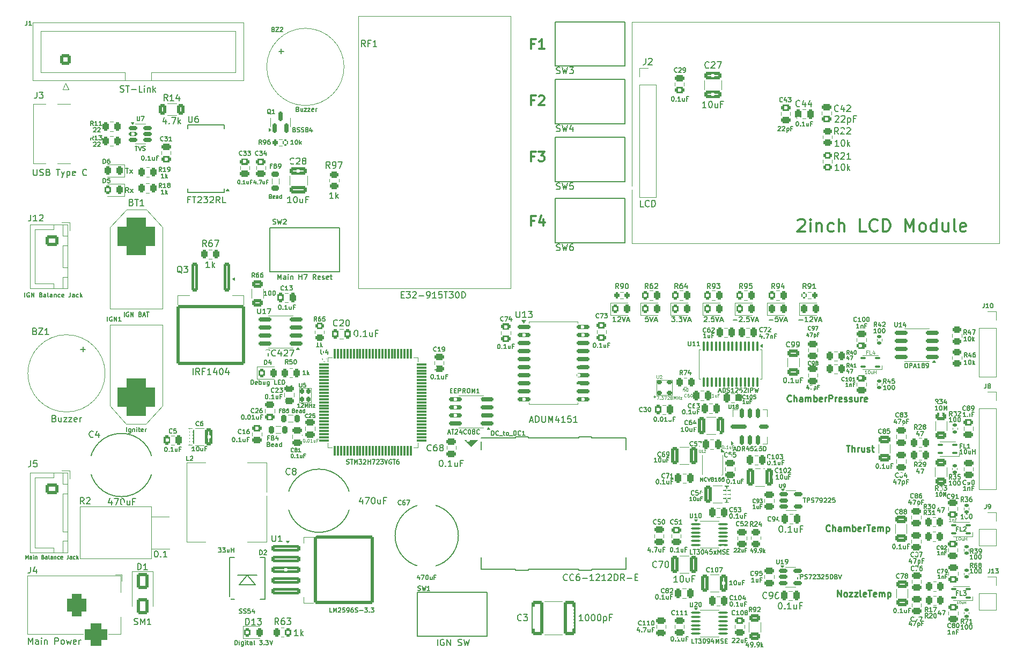
<source format=gto>
G04 #@! TF.GenerationSoftware,KiCad,Pcbnew,8.0.4*
G04 #@! TF.CreationDate,2024-09-23T19:32:32+09:00*
G04 #@! TF.ProjectId,Solid Rocket Motor Test Station ver 2.0,536f6c69-6420-4526-9f63-6b6574204d6f,2.0*
G04 #@! TF.SameCoordinates,Original*
G04 #@! TF.FileFunction,Legend,Top*
G04 #@! TF.FilePolarity,Positive*
%FSLAX46Y46*%
G04 Gerber Fmt 4.6, Leading zero omitted, Abs format (unit mm)*
G04 Created by KiCad (PCBNEW 8.0.4) date 2024-09-23 19:32:32*
%MOMM*%
%LPD*%
G01*
G04 APERTURE LIST*
G04 Aperture macros list*
%AMRoundRect*
0 Rectangle with rounded corners*
0 $1 Rounding radius*
0 $2 $3 $4 $5 $6 $7 $8 $9 X,Y pos of 4 corners*
0 Add a 4 corners polygon primitive as box body*
4,1,4,$2,$3,$4,$5,$6,$7,$8,$9,$2,$3,0*
0 Add four circle primitives for the rounded corners*
1,1,$1+$1,$2,$3*
1,1,$1+$1,$4,$5*
1,1,$1+$1,$6,$7*
1,1,$1+$1,$8,$9*
0 Add four rect primitives between the rounded corners*
20,1,$1+$1,$2,$3,$4,$5,0*
20,1,$1+$1,$4,$5,$6,$7,0*
20,1,$1+$1,$6,$7,$8,$9,0*
20,1,$1+$1,$8,$9,$2,$3,0*%
G04 Aperture macros list end*
%ADD10C,0.050000*%
%ADD11C,0.300000*%
%ADD12C,0.150000*%
%ADD13C,0.250000*%
%ADD14C,0.125000*%
%ADD15C,0.100000*%
%ADD16C,0.075000*%
%ADD17C,0.200000*%
%ADD18C,0.120000*%
%ADD19C,0.127000*%
%ADD20RoundRect,0.250000X0.262500X0.450000X-0.262500X0.450000X-0.262500X-0.450000X0.262500X-0.450000X0*%
%ADD21RoundRect,0.250000X-0.475000X0.250000X-0.475000X-0.250000X0.475000X-0.250000X0.475000X0.250000X0*%
%ADD22RoundRect,0.250000X1.100000X-0.325000X1.100000X0.325000X-1.100000X0.325000X-1.100000X-0.325000X0*%
%ADD23RoundRect,0.250000X0.475000X-0.250000X0.475000X0.250000X-0.475000X0.250000X-0.475000X-0.250000X0*%
%ADD24RoundRect,0.250000X-0.450000X0.262500X-0.450000X-0.262500X0.450000X-0.262500X0.450000X0.262500X0*%
%ADD25RoundRect,1.500000X-1.500000X1.500000X-1.500000X-1.500000X1.500000X-1.500000X1.500000X1.500000X0*%
%ADD26C,6.000000*%
%ADD27RoundRect,0.135000X0.185000X-0.135000X0.185000X0.135000X-0.185000X0.135000X-0.185000X-0.135000X0*%
%ADD28R,2.000000X2.000000*%
%ADD29C,2.000000*%
%ADD30R,1.700000X1.700000*%
%ADD31O,1.700000X1.700000*%
%ADD32RoundRect,0.250000X-0.650000X0.325000X-0.650000X-0.325000X0.650000X-0.325000X0.650000X0.325000X0*%
%ADD33RoundRect,0.243750X-0.243750X-0.456250X0.243750X-0.456250X0.243750X0.456250X-0.243750X0.456250X0*%
%ADD34RoundRect,0.250000X-0.325000X-1.100000X0.325000X-1.100000X0.325000X1.100000X-0.325000X1.100000X0*%
%ADD35RoundRect,0.250000X-0.262500X-0.450000X0.262500X-0.450000X0.262500X0.450000X-0.262500X0.450000X0*%
%ADD36RoundRect,0.250000X0.250000X0.475000X-0.250000X0.475000X-0.250000X-0.475000X0.250000X-0.475000X0*%
%ADD37RoundRect,0.100000X-0.625000X-0.100000X0.625000X-0.100000X0.625000X0.100000X-0.625000X0.100000X0*%
%ADD38R,1.650000X2.850000*%
%ADD39R,3.000000X1.524000*%
%ADD40RoundRect,0.135000X-0.185000X0.135000X-0.185000X-0.135000X0.185000X-0.135000X0.185000X0.135000X0*%
%ADD41RoundRect,0.150000X-0.512500X-0.150000X0.512500X-0.150000X0.512500X0.150000X-0.512500X0.150000X0*%
%ADD42RoundRect,0.250000X0.625000X-0.312500X0.625000X0.312500X-0.625000X0.312500X-0.625000X-0.312500X0*%
%ADD43RoundRect,0.250000X-0.250000X-0.475000X0.250000X-0.475000X0.250000X0.475000X-0.250000X0.475000X0*%
%ADD44RoundRect,0.243750X0.243750X0.456250X-0.243750X0.456250X-0.243750X-0.456250X0.243750X-0.456250X0*%
%ADD45RoundRect,0.150000X0.150000X-0.587500X0.150000X0.587500X-0.150000X0.587500X-0.150000X-0.587500X0*%
%ADD46C,0.650000*%
%ADD47R,1.450000X0.600000*%
%ADD48R,1.450000X0.300000*%
%ADD49O,2.100000X1.000000*%
%ADD50O,1.600000X1.000000*%
%ADD51RoundRect,0.100000X0.300000X0.100000X-0.300000X0.100000X-0.300000X-0.100000X0.300000X-0.100000X0*%
%ADD52R,3.000000X2.000000*%
%ADD53R,3.200000X1.200000*%
%ADD54RoundRect,0.250000X0.325000X1.100000X-0.325000X1.100000X-0.325000X-1.100000X0.325000X-1.100000X0*%
%ADD55RoundRect,0.250000X0.450000X-0.262500X0.450000X0.262500X-0.450000X0.262500X-0.450000X-0.262500X0*%
%ADD56RoundRect,0.200000X0.200000X0.275000X-0.200000X0.275000X-0.200000X-0.275000X0.200000X-0.275000X0*%
%ADD57RoundRect,0.100000X-0.100000X0.637500X-0.100000X-0.637500X0.100000X-0.637500X0.100000X0.637500X0*%
%ADD58RoundRect,0.218750X-0.381250X0.218750X-0.381250X-0.218750X0.381250X-0.218750X0.381250X0.218750X0*%
%ADD59RoundRect,0.200000X-0.200000X-0.275000X0.200000X-0.275000X0.200000X0.275000X-0.200000X0.275000X0*%
%ADD60RoundRect,0.150000X-0.875000X-0.150000X0.875000X-0.150000X0.875000X0.150000X-0.875000X0.150000X0*%
%ADD61RoundRect,0.175000X-0.175000X0.225000X-0.175000X-0.225000X0.175000X-0.225000X0.175000X0.225000X0*%
%ADD62R,2.000000X3.000000*%
%ADD63RoundRect,0.175000X0.175000X0.575000X-0.175000X0.575000X-0.175000X-0.575000X0.175000X-0.575000X0*%
%ADD64RoundRect,0.175000X0.575000X0.175000X-0.575000X0.175000X-0.575000X-0.175000X0.575000X-0.175000X0*%
%ADD65RoundRect,0.175000X0.175000X-0.575000X0.175000X0.575000X-0.175000X0.575000X-0.175000X-0.575000X0*%
%ADD66RoundRect,0.175000X1.075000X0.175000X-1.075000X0.175000X-1.075000X-0.175000X1.075000X-0.175000X0*%
%ADD67RoundRect,0.150000X0.825000X0.150000X-0.825000X0.150000X-0.825000X-0.150000X0.825000X-0.150000X0*%
%ADD68RoundRect,0.250000X-0.300000X2.050000X-0.300000X-2.050000X0.300000X-2.050000X0.300000X2.050000X0*%
%ADD69RoundRect,0.250002X-5.149998X4.449998X-5.149998X-4.449998X5.149998X-4.449998X5.149998X4.449998X0*%
%ADD70R,0.350000X0.650000*%
%ADD71R,2.400000X1.550000*%
%ADD72C,1.524000*%
%ADD73R,24.000000X33.000000*%
%ADD74RoundRect,0.075000X-0.725000X-0.075000X0.725000X-0.075000X0.725000X0.075000X-0.725000X0.075000X0*%
%ADD75RoundRect,0.075000X-0.075000X-0.725000X0.075000X-0.725000X0.075000X0.725000X-0.075000X0.725000X0*%
%ADD76RoundRect,0.250000X-1.100000X0.325000X-1.100000X-0.325000X1.100000X-0.325000X1.100000X0.325000X0*%
%ADD77RoundRect,0.250000X-0.650000X1.000000X-0.650000X-1.000000X0.650000X-1.000000X0.650000X1.000000X0*%
%ADD78RoundRect,0.250000X0.650000X2.450000X-0.650000X2.450000X-0.650000X-2.450000X0.650000X-2.450000X0*%
%ADD79RoundRect,0.218750X-0.218750X-0.381250X0.218750X-0.381250X0.218750X0.381250X-0.218750X0.381250X0*%
%ADD80R,1.750000X0.450000*%
%ADD81RoundRect,1.500000X1.500000X-1.500000X1.500000X1.500000X-1.500000X1.500000X-1.500000X-1.500000X0*%
%ADD82RoundRect,0.250000X-0.312500X-0.625000X0.312500X-0.625000X0.312500X0.625000X-0.312500X0.625000X0*%
%ADD83RoundRect,0.250000X-0.725000X0.600000X-0.725000X-0.600000X0.725000X-0.600000X0.725000X0.600000X0*%
%ADD84O,1.950000X1.700000*%
%ADD85R,5.400000X2.900000*%
%ADD86R,3.500000X2.500000*%
%ADD87RoundRect,0.250000X-2.050000X-0.300000X2.050000X-0.300000X2.050000X0.300000X-2.050000X0.300000X0*%
%ADD88RoundRect,0.250002X-4.449998X-5.149998X4.449998X-5.149998X4.449998X5.149998X-4.449998X5.149998X0*%
%ADD89RoundRect,0.162500X0.262500X-0.162500X0.262500X0.162500X-0.262500X0.162500X-0.262500X-0.162500X0*%
%ADD90R,1.800000X1.800000*%
%ADD91C,1.800000*%
%ADD92RoundRect,0.250000X-0.625000X0.312500X-0.625000X-0.312500X0.625000X-0.312500X0.625000X0.312500X0*%
%ADD93RoundRect,0.218750X0.218750X0.381250X-0.218750X0.381250X-0.218750X-0.381250X0.218750X-0.381250X0*%
%ADD94R,3.500000X3.500000*%
%ADD95RoundRect,0.750000X-0.750000X-1.000000X0.750000X-1.000000X0.750000X1.000000X-0.750000X1.000000X0*%
%ADD96RoundRect,0.875000X-0.875000X-0.875000X0.875000X-0.875000X0.875000X0.875000X-0.875000X0.875000X0*%
%ADD97RoundRect,0.250000X0.600000X-0.600000X0.600000X0.600000X-0.600000X0.600000X-0.600000X-0.600000X0*%
%ADD98C,1.700000*%
%ADD99C,0.600000*%
%ADD100C,3.200000*%
G04 APERTURE END LIST*
D10*
X180457800Y-56401000D02*
X238457800Y-56401000D01*
X238457800Y-91401000D01*
X180457800Y-91401000D01*
X180457800Y-56401000D01*
D11*
X206643320Y-87713114D02*
X206738558Y-87617876D01*
X206738558Y-87617876D02*
X206929034Y-87522638D01*
X206929034Y-87522638D02*
X207405225Y-87522638D01*
X207405225Y-87522638D02*
X207595701Y-87617876D01*
X207595701Y-87617876D02*
X207690939Y-87713114D01*
X207690939Y-87713114D02*
X207786177Y-87903590D01*
X207786177Y-87903590D02*
X207786177Y-88094066D01*
X207786177Y-88094066D02*
X207690939Y-88379780D01*
X207690939Y-88379780D02*
X206548082Y-89522638D01*
X206548082Y-89522638D02*
X207786177Y-89522638D01*
X208643320Y-89522638D02*
X208643320Y-88189304D01*
X208643320Y-87522638D02*
X208548082Y-87617876D01*
X208548082Y-87617876D02*
X208643320Y-87713114D01*
X208643320Y-87713114D02*
X208738558Y-87617876D01*
X208738558Y-87617876D02*
X208643320Y-87522638D01*
X208643320Y-87522638D02*
X208643320Y-87713114D01*
X209595701Y-88189304D02*
X209595701Y-89522638D01*
X209595701Y-88379780D02*
X209690939Y-88284542D01*
X209690939Y-88284542D02*
X209881415Y-88189304D01*
X209881415Y-88189304D02*
X210167130Y-88189304D01*
X210167130Y-88189304D02*
X210357606Y-88284542D01*
X210357606Y-88284542D02*
X210452844Y-88475019D01*
X210452844Y-88475019D02*
X210452844Y-89522638D01*
X212262368Y-89427400D02*
X212071892Y-89522638D01*
X212071892Y-89522638D02*
X211690939Y-89522638D01*
X211690939Y-89522638D02*
X211500463Y-89427400D01*
X211500463Y-89427400D02*
X211405225Y-89332161D01*
X211405225Y-89332161D02*
X211309987Y-89141685D01*
X211309987Y-89141685D02*
X211309987Y-88570257D01*
X211309987Y-88570257D02*
X211405225Y-88379780D01*
X211405225Y-88379780D02*
X211500463Y-88284542D01*
X211500463Y-88284542D02*
X211690939Y-88189304D01*
X211690939Y-88189304D02*
X212071892Y-88189304D01*
X212071892Y-88189304D02*
X212262368Y-88284542D01*
X213119511Y-89522638D02*
X213119511Y-87522638D01*
X213976654Y-89522638D02*
X213976654Y-88475019D01*
X213976654Y-88475019D02*
X213881416Y-88284542D01*
X213881416Y-88284542D02*
X213690940Y-88189304D01*
X213690940Y-88189304D02*
X213405225Y-88189304D01*
X213405225Y-88189304D02*
X213214749Y-88284542D01*
X213214749Y-88284542D02*
X213119511Y-88379780D01*
X217405226Y-89522638D02*
X216452845Y-89522638D01*
X216452845Y-89522638D02*
X216452845Y-87522638D01*
X219214750Y-89332161D02*
X219119512Y-89427400D01*
X219119512Y-89427400D02*
X218833798Y-89522638D01*
X218833798Y-89522638D02*
X218643322Y-89522638D01*
X218643322Y-89522638D02*
X218357607Y-89427400D01*
X218357607Y-89427400D02*
X218167131Y-89236923D01*
X218167131Y-89236923D02*
X218071893Y-89046447D01*
X218071893Y-89046447D02*
X217976655Y-88665495D01*
X217976655Y-88665495D02*
X217976655Y-88379780D01*
X217976655Y-88379780D02*
X218071893Y-87998828D01*
X218071893Y-87998828D02*
X218167131Y-87808352D01*
X218167131Y-87808352D02*
X218357607Y-87617876D01*
X218357607Y-87617876D02*
X218643322Y-87522638D01*
X218643322Y-87522638D02*
X218833798Y-87522638D01*
X218833798Y-87522638D02*
X219119512Y-87617876D01*
X219119512Y-87617876D02*
X219214750Y-87713114D01*
X220071893Y-89522638D02*
X220071893Y-87522638D01*
X220071893Y-87522638D02*
X220548083Y-87522638D01*
X220548083Y-87522638D02*
X220833798Y-87617876D01*
X220833798Y-87617876D02*
X221024274Y-87808352D01*
X221024274Y-87808352D02*
X221119512Y-87998828D01*
X221119512Y-87998828D02*
X221214750Y-88379780D01*
X221214750Y-88379780D02*
X221214750Y-88665495D01*
X221214750Y-88665495D02*
X221119512Y-89046447D01*
X221119512Y-89046447D02*
X221024274Y-89236923D01*
X221024274Y-89236923D02*
X220833798Y-89427400D01*
X220833798Y-89427400D02*
X220548083Y-89522638D01*
X220548083Y-89522638D02*
X220071893Y-89522638D01*
X223595703Y-89522638D02*
X223595703Y-87522638D01*
X223595703Y-87522638D02*
X224262370Y-88951209D01*
X224262370Y-88951209D02*
X224929036Y-87522638D01*
X224929036Y-87522638D02*
X224929036Y-89522638D01*
X226167131Y-89522638D02*
X225976655Y-89427400D01*
X225976655Y-89427400D02*
X225881417Y-89332161D01*
X225881417Y-89332161D02*
X225786179Y-89141685D01*
X225786179Y-89141685D02*
X225786179Y-88570257D01*
X225786179Y-88570257D02*
X225881417Y-88379780D01*
X225881417Y-88379780D02*
X225976655Y-88284542D01*
X225976655Y-88284542D02*
X226167131Y-88189304D01*
X226167131Y-88189304D02*
X226452846Y-88189304D01*
X226452846Y-88189304D02*
X226643322Y-88284542D01*
X226643322Y-88284542D02*
X226738560Y-88379780D01*
X226738560Y-88379780D02*
X226833798Y-88570257D01*
X226833798Y-88570257D02*
X226833798Y-89141685D01*
X226833798Y-89141685D02*
X226738560Y-89332161D01*
X226738560Y-89332161D02*
X226643322Y-89427400D01*
X226643322Y-89427400D02*
X226452846Y-89522638D01*
X226452846Y-89522638D02*
X226167131Y-89522638D01*
X228548084Y-89522638D02*
X228548084Y-87522638D01*
X228548084Y-89427400D02*
X228357608Y-89522638D01*
X228357608Y-89522638D02*
X227976655Y-89522638D01*
X227976655Y-89522638D02*
X227786179Y-89427400D01*
X227786179Y-89427400D02*
X227690941Y-89332161D01*
X227690941Y-89332161D02*
X227595703Y-89141685D01*
X227595703Y-89141685D02*
X227595703Y-88570257D01*
X227595703Y-88570257D02*
X227690941Y-88379780D01*
X227690941Y-88379780D02*
X227786179Y-88284542D01*
X227786179Y-88284542D02*
X227976655Y-88189304D01*
X227976655Y-88189304D02*
X228357608Y-88189304D01*
X228357608Y-88189304D02*
X228548084Y-88284542D01*
X230357608Y-88189304D02*
X230357608Y-89522638D01*
X229500465Y-88189304D02*
X229500465Y-89236923D01*
X229500465Y-89236923D02*
X229595703Y-89427400D01*
X229595703Y-89427400D02*
X229786179Y-89522638D01*
X229786179Y-89522638D02*
X230071894Y-89522638D01*
X230071894Y-89522638D02*
X230262370Y-89427400D01*
X230262370Y-89427400D02*
X230357608Y-89332161D01*
X231595703Y-89522638D02*
X231405227Y-89427400D01*
X231405227Y-89427400D02*
X231309989Y-89236923D01*
X231309989Y-89236923D02*
X231309989Y-87522638D01*
X233119513Y-89427400D02*
X232929037Y-89522638D01*
X232929037Y-89522638D02*
X232548084Y-89522638D01*
X232548084Y-89522638D02*
X232357608Y-89427400D01*
X232357608Y-89427400D02*
X232262370Y-89236923D01*
X232262370Y-89236923D02*
X232262370Y-88475019D01*
X232262370Y-88475019D02*
X232357608Y-88284542D01*
X232357608Y-88284542D02*
X232548084Y-88189304D01*
X232548084Y-88189304D02*
X232929037Y-88189304D01*
X232929037Y-88189304D02*
X233119513Y-88284542D01*
X233119513Y-88284542D02*
X233214751Y-88475019D01*
X233214751Y-88475019D02*
X233214751Y-88665495D01*
X233214751Y-88665495D02*
X232262370Y-88855971D01*
D12*
X113267442Y-91877419D02*
X112934109Y-91401228D01*
X112696014Y-91877419D02*
X112696014Y-90877419D01*
X112696014Y-90877419D02*
X113076966Y-90877419D01*
X113076966Y-90877419D02*
X113172204Y-90925038D01*
X113172204Y-90925038D02*
X113219823Y-90972657D01*
X113219823Y-90972657D02*
X113267442Y-91067895D01*
X113267442Y-91067895D02*
X113267442Y-91210752D01*
X113267442Y-91210752D02*
X113219823Y-91305990D01*
X113219823Y-91305990D02*
X113172204Y-91353609D01*
X113172204Y-91353609D02*
X113076966Y-91401228D01*
X113076966Y-91401228D02*
X112696014Y-91401228D01*
X114124585Y-90877419D02*
X113934109Y-90877419D01*
X113934109Y-90877419D02*
X113838871Y-90925038D01*
X113838871Y-90925038D02*
X113791252Y-90972657D01*
X113791252Y-90972657D02*
X113696014Y-91115514D01*
X113696014Y-91115514D02*
X113648395Y-91305990D01*
X113648395Y-91305990D02*
X113648395Y-91686942D01*
X113648395Y-91686942D02*
X113696014Y-91782180D01*
X113696014Y-91782180D02*
X113743633Y-91829800D01*
X113743633Y-91829800D02*
X113838871Y-91877419D01*
X113838871Y-91877419D02*
X114029347Y-91877419D01*
X114029347Y-91877419D02*
X114124585Y-91829800D01*
X114124585Y-91829800D02*
X114172204Y-91782180D01*
X114172204Y-91782180D02*
X114219823Y-91686942D01*
X114219823Y-91686942D02*
X114219823Y-91448847D01*
X114219823Y-91448847D02*
X114172204Y-91353609D01*
X114172204Y-91353609D02*
X114124585Y-91305990D01*
X114124585Y-91305990D02*
X114029347Y-91258371D01*
X114029347Y-91258371D02*
X113838871Y-91258371D01*
X113838871Y-91258371D02*
X113743633Y-91305990D01*
X113743633Y-91305990D02*
X113696014Y-91353609D01*
X113696014Y-91353609D02*
X113648395Y-91448847D01*
X114553157Y-90877419D02*
X115219823Y-90877419D01*
X115219823Y-90877419D02*
X114791252Y-91877419D01*
X113791252Y-95204819D02*
X113219824Y-95204819D01*
X113505538Y-95204819D02*
X113505538Y-94204819D01*
X113505538Y-94204819D02*
X113410300Y-94347676D01*
X113410300Y-94347676D02*
X113315062Y-94442914D01*
X113315062Y-94442914D02*
X113219824Y-94490533D01*
X114219824Y-95204819D02*
X114219824Y-94204819D01*
X114315062Y-94823866D02*
X114600776Y-95204819D01*
X114600776Y-94538152D02*
X114219824Y-94919104D01*
X213957571Y-113035628D02*
X213928999Y-113064200D01*
X213928999Y-113064200D02*
X213843285Y-113092771D01*
X213843285Y-113092771D02*
X213786142Y-113092771D01*
X213786142Y-113092771D02*
X213700428Y-113064200D01*
X213700428Y-113064200D02*
X213643285Y-113007057D01*
X213643285Y-113007057D02*
X213614714Y-112949914D01*
X213614714Y-112949914D02*
X213586142Y-112835628D01*
X213586142Y-112835628D02*
X213586142Y-112749914D01*
X213586142Y-112749914D02*
X213614714Y-112635628D01*
X213614714Y-112635628D02*
X213643285Y-112578485D01*
X213643285Y-112578485D02*
X213700428Y-112521342D01*
X213700428Y-112521342D02*
X213786142Y-112492771D01*
X213786142Y-112492771D02*
X213843285Y-112492771D01*
X213843285Y-112492771D02*
X213928999Y-112521342D01*
X213928999Y-112521342D02*
X213957571Y-112549914D01*
X214528999Y-113092771D02*
X214186142Y-113092771D01*
X214357571Y-113092771D02*
X214357571Y-112492771D01*
X214357571Y-112492771D02*
X214300428Y-112578485D01*
X214300428Y-112578485D02*
X214243285Y-112635628D01*
X214243285Y-112635628D02*
X214186142Y-112664200D01*
X214900428Y-112492771D02*
X214957571Y-112492771D01*
X214957571Y-112492771D02*
X215014714Y-112521342D01*
X215014714Y-112521342D02*
X215043286Y-112549914D01*
X215043286Y-112549914D02*
X215071857Y-112607057D01*
X215071857Y-112607057D02*
X215100428Y-112721342D01*
X215100428Y-112721342D02*
X215100428Y-112864200D01*
X215100428Y-112864200D02*
X215071857Y-112978485D01*
X215071857Y-112978485D02*
X215043286Y-113035628D01*
X215043286Y-113035628D02*
X215014714Y-113064200D01*
X215014714Y-113064200D02*
X214957571Y-113092771D01*
X214957571Y-113092771D02*
X214900428Y-113092771D01*
X214900428Y-113092771D02*
X214843286Y-113064200D01*
X214843286Y-113064200D02*
X214814714Y-113035628D01*
X214814714Y-113035628D02*
X214786143Y-112978485D01*
X214786143Y-112978485D02*
X214757571Y-112864200D01*
X214757571Y-112864200D02*
X214757571Y-112721342D01*
X214757571Y-112721342D02*
X214786143Y-112607057D01*
X214786143Y-112607057D02*
X214814714Y-112549914D01*
X214814714Y-112549914D02*
X214843286Y-112521342D01*
X214843286Y-112521342D02*
X214900428Y-112492771D01*
X215671857Y-113092771D02*
X215329000Y-113092771D01*
X215500429Y-113092771D02*
X215500429Y-112492771D01*
X215500429Y-112492771D02*
X215443286Y-112578485D01*
X215443286Y-112578485D02*
X215386143Y-112635628D01*
X215386143Y-112635628D02*
X215329000Y-112664200D01*
X214576656Y-113981771D02*
X214233799Y-113981771D01*
X214405228Y-113981771D02*
X214405228Y-113381771D01*
X214405228Y-113381771D02*
X214348085Y-113467485D01*
X214348085Y-113467485D02*
X214290942Y-113524628D01*
X214290942Y-113524628D02*
X214233799Y-113553200D01*
X214833800Y-113581771D02*
X214833800Y-113981771D01*
X214833800Y-113638914D02*
X214862371Y-113610342D01*
X214862371Y-113610342D02*
X214919514Y-113581771D01*
X214919514Y-113581771D02*
X215005228Y-113581771D01*
X215005228Y-113581771D02*
X215062371Y-113610342D01*
X215062371Y-113610342D02*
X215090943Y-113667485D01*
X215090943Y-113667485D02*
X215090943Y-113981771D01*
X215576657Y-113667485D02*
X215376657Y-113667485D01*
X215376657Y-113981771D02*
X215376657Y-113381771D01*
X215376657Y-113381771D02*
X215662371Y-113381771D01*
X184287799Y-135645366D02*
X184254466Y-135678700D01*
X184254466Y-135678700D02*
X184154466Y-135712033D01*
X184154466Y-135712033D02*
X184087799Y-135712033D01*
X184087799Y-135712033D02*
X183987799Y-135678700D01*
X183987799Y-135678700D02*
X183921133Y-135612033D01*
X183921133Y-135612033D02*
X183887799Y-135545366D01*
X183887799Y-135545366D02*
X183854466Y-135412033D01*
X183854466Y-135412033D02*
X183854466Y-135312033D01*
X183854466Y-135312033D02*
X183887799Y-135178700D01*
X183887799Y-135178700D02*
X183921133Y-135112033D01*
X183921133Y-135112033D02*
X183987799Y-135045366D01*
X183987799Y-135045366D02*
X184087799Y-135012033D01*
X184087799Y-135012033D02*
X184154466Y-135012033D01*
X184154466Y-135012033D02*
X184254466Y-135045366D01*
X184254466Y-135045366D02*
X184287799Y-135078700D01*
X184921133Y-135012033D02*
X184587799Y-135012033D01*
X184587799Y-135012033D02*
X184554466Y-135345366D01*
X184554466Y-135345366D02*
X184587799Y-135312033D01*
X184587799Y-135312033D02*
X184654466Y-135278700D01*
X184654466Y-135278700D02*
X184821133Y-135278700D01*
X184821133Y-135278700D02*
X184887799Y-135312033D01*
X184887799Y-135312033D02*
X184921133Y-135345366D01*
X184921133Y-135345366D02*
X184954466Y-135412033D01*
X184954466Y-135412033D02*
X184954466Y-135578700D01*
X184954466Y-135578700D02*
X184921133Y-135645366D01*
X184921133Y-135645366D02*
X184887799Y-135678700D01*
X184887799Y-135678700D02*
X184821133Y-135712033D01*
X184821133Y-135712033D02*
X184654466Y-135712033D01*
X184654466Y-135712033D02*
X184587799Y-135678700D01*
X184587799Y-135678700D02*
X184554466Y-135645366D01*
X185387800Y-135012033D02*
X185454466Y-135012033D01*
X185454466Y-135012033D02*
X185521133Y-135045366D01*
X185521133Y-135045366D02*
X185554466Y-135078700D01*
X185554466Y-135078700D02*
X185587800Y-135145366D01*
X185587800Y-135145366D02*
X185621133Y-135278700D01*
X185621133Y-135278700D02*
X185621133Y-135445366D01*
X185621133Y-135445366D02*
X185587800Y-135578700D01*
X185587800Y-135578700D02*
X185554466Y-135645366D01*
X185554466Y-135645366D02*
X185521133Y-135678700D01*
X185521133Y-135678700D02*
X185454466Y-135712033D01*
X185454466Y-135712033D02*
X185387800Y-135712033D01*
X185387800Y-135712033D02*
X185321133Y-135678700D01*
X185321133Y-135678700D02*
X185287800Y-135645366D01*
X185287800Y-135645366D02*
X185254466Y-135578700D01*
X185254466Y-135578700D02*
X185221133Y-135445366D01*
X185221133Y-135445366D02*
X185221133Y-135278700D01*
X185221133Y-135278700D02*
X185254466Y-135145366D01*
X185254466Y-135145366D02*
X185287800Y-135078700D01*
X185287800Y-135078700D02*
X185321133Y-135045366D01*
X185321133Y-135045366D02*
X185387800Y-135012033D01*
X183344466Y-139635366D02*
X183344466Y-140102033D01*
X183177800Y-139368700D02*
X183011133Y-139868700D01*
X183011133Y-139868700D02*
X183444466Y-139868700D01*
X183711133Y-140035366D02*
X183744467Y-140068700D01*
X183744467Y-140068700D02*
X183711133Y-140102033D01*
X183711133Y-140102033D02*
X183677800Y-140068700D01*
X183677800Y-140068700D02*
X183711133Y-140035366D01*
X183711133Y-140035366D02*
X183711133Y-140102033D01*
X183977800Y-139402033D02*
X184444466Y-139402033D01*
X184444466Y-139402033D02*
X184144466Y-140102033D01*
X185011133Y-139635366D02*
X185011133Y-140102033D01*
X184711133Y-139635366D02*
X184711133Y-140002033D01*
X184711133Y-140002033D02*
X184744467Y-140068700D01*
X184744467Y-140068700D02*
X184811133Y-140102033D01*
X184811133Y-140102033D02*
X184911133Y-140102033D01*
X184911133Y-140102033D02*
X184977800Y-140068700D01*
X184977800Y-140068700D02*
X185011133Y-140035366D01*
X185577800Y-139735366D02*
X185344466Y-139735366D01*
X185344466Y-140102033D02*
X185344466Y-139402033D01*
X185344466Y-139402033D02*
X185677800Y-139402033D01*
X127102142Y-78775580D02*
X127054523Y-78823200D01*
X127054523Y-78823200D02*
X126911666Y-78870819D01*
X126911666Y-78870819D02*
X126816428Y-78870819D01*
X126816428Y-78870819D02*
X126673571Y-78823200D01*
X126673571Y-78823200D02*
X126578333Y-78727961D01*
X126578333Y-78727961D02*
X126530714Y-78632723D01*
X126530714Y-78632723D02*
X126483095Y-78442247D01*
X126483095Y-78442247D02*
X126483095Y-78299390D01*
X126483095Y-78299390D02*
X126530714Y-78108914D01*
X126530714Y-78108914D02*
X126578333Y-78013676D01*
X126578333Y-78013676D02*
X126673571Y-77918438D01*
X126673571Y-77918438D02*
X126816428Y-77870819D01*
X126816428Y-77870819D02*
X126911666Y-77870819D01*
X126911666Y-77870819D02*
X127054523Y-77918438D01*
X127054523Y-77918438D02*
X127102142Y-77966057D01*
X127483095Y-77966057D02*
X127530714Y-77918438D01*
X127530714Y-77918438D02*
X127625952Y-77870819D01*
X127625952Y-77870819D02*
X127864047Y-77870819D01*
X127864047Y-77870819D02*
X127959285Y-77918438D01*
X127959285Y-77918438D02*
X128006904Y-77966057D01*
X128006904Y-77966057D02*
X128054523Y-78061295D01*
X128054523Y-78061295D02*
X128054523Y-78156533D01*
X128054523Y-78156533D02*
X128006904Y-78299390D01*
X128006904Y-78299390D02*
X127435476Y-78870819D01*
X127435476Y-78870819D02*
X128054523Y-78870819D01*
X128625952Y-78299390D02*
X128530714Y-78251771D01*
X128530714Y-78251771D02*
X128483095Y-78204152D01*
X128483095Y-78204152D02*
X128435476Y-78108914D01*
X128435476Y-78108914D02*
X128435476Y-78061295D01*
X128435476Y-78061295D02*
X128483095Y-77966057D01*
X128483095Y-77966057D02*
X128530714Y-77918438D01*
X128530714Y-77918438D02*
X128625952Y-77870819D01*
X128625952Y-77870819D02*
X128816428Y-77870819D01*
X128816428Y-77870819D02*
X128911666Y-77918438D01*
X128911666Y-77918438D02*
X128959285Y-77966057D01*
X128959285Y-77966057D02*
X129006904Y-78061295D01*
X129006904Y-78061295D02*
X129006904Y-78108914D01*
X129006904Y-78108914D02*
X128959285Y-78204152D01*
X128959285Y-78204152D02*
X128911666Y-78251771D01*
X128911666Y-78251771D02*
X128816428Y-78299390D01*
X128816428Y-78299390D02*
X128625952Y-78299390D01*
X128625952Y-78299390D02*
X128530714Y-78347009D01*
X128530714Y-78347009D02*
X128483095Y-78394628D01*
X128483095Y-78394628D02*
X128435476Y-78489866D01*
X128435476Y-78489866D02*
X128435476Y-78680342D01*
X128435476Y-78680342D02*
X128483095Y-78775580D01*
X128483095Y-78775580D02*
X128530714Y-78823200D01*
X128530714Y-78823200D02*
X128625952Y-78870819D01*
X128625952Y-78870819D02*
X128816428Y-78870819D01*
X128816428Y-78870819D02*
X128911666Y-78823200D01*
X128911666Y-78823200D02*
X128959285Y-78775580D01*
X128959285Y-78775580D02*
X129006904Y-78680342D01*
X129006904Y-78680342D02*
X129006904Y-78489866D01*
X129006904Y-78489866D02*
X128959285Y-78394628D01*
X128959285Y-78394628D02*
X128911666Y-78347009D01*
X128911666Y-78347009D02*
X128816428Y-78299390D01*
X126673571Y-84966819D02*
X126102143Y-84966819D01*
X126387857Y-84966819D02*
X126387857Y-83966819D01*
X126387857Y-83966819D02*
X126292619Y-84109676D01*
X126292619Y-84109676D02*
X126197381Y-84204914D01*
X126197381Y-84204914D02*
X126102143Y-84252533D01*
X127292619Y-83966819D02*
X127387857Y-83966819D01*
X127387857Y-83966819D02*
X127483095Y-84014438D01*
X127483095Y-84014438D02*
X127530714Y-84062057D01*
X127530714Y-84062057D02*
X127578333Y-84157295D01*
X127578333Y-84157295D02*
X127625952Y-84347771D01*
X127625952Y-84347771D02*
X127625952Y-84585866D01*
X127625952Y-84585866D02*
X127578333Y-84776342D01*
X127578333Y-84776342D02*
X127530714Y-84871580D01*
X127530714Y-84871580D02*
X127483095Y-84919200D01*
X127483095Y-84919200D02*
X127387857Y-84966819D01*
X127387857Y-84966819D02*
X127292619Y-84966819D01*
X127292619Y-84966819D02*
X127197381Y-84919200D01*
X127197381Y-84919200D02*
X127149762Y-84871580D01*
X127149762Y-84871580D02*
X127102143Y-84776342D01*
X127102143Y-84776342D02*
X127054524Y-84585866D01*
X127054524Y-84585866D02*
X127054524Y-84347771D01*
X127054524Y-84347771D02*
X127102143Y-84157295D01*
X127102143Y-84157295D02*
X127149762Y-84062057D01*
X127149762Y-84062057D02*
X127197381Y-84014438D01*
X127197381Y-84014438D02*
X127292619Y-83966819D01*
X128483095Y-84300152D02*
X128483095Y-84966819D01*
X128054524Y-84300152D02*
X128054524Y-84823961D01*
X128054524Y-84823961D02*
X128102143Y-84919200D01*
X128102143Y-84919200D02*
X128197381Y-84966819D01*
X128197381Y-84966819D02*
X128340238Y-84966819D01*
X128340238Y-84966819D02*
X128435476Y-84919200D01*
X128435476Y-84919200D02*
X128483095Y-84871580D01*
X129292619Y-84443009D02*
X128959286Y-84443009D01*
X128959286Y-84966819D02*
X128959286Y-83966819D01*
X128959286Y-83966819D02*
X129435476Y-83966819D01*
X199647799Y-143775366D02*
X199614466Y-143808700D01*
X199614466Y-143808700D02*
X199514466Y-143842033D01*
X199514466Y-143842033D02*
X199447799Y-143842033D01*
X199447799Y-143842033D02*
X199347799Y-143808700D01*
X199347799Y-143808700D02*
X199281133Y-143742033D01*
X199281133Y-143742033D02*
X199247799Y-143675366D01*
X199247799Y-143675366D02*
X199214466Y-143542033D01*
X199214466Y-143542033D02*
X199214466Y-143442033D01*
X199214466Y-143442033D02*
X199247799Y-143308700D01*
X199247799Y-143308700D02*
X199281133Y-143242033D01*
X199281133Y-143242033D02*
X199347799Y-143175366D01*
X199347799Y-143175366D02*
X199447799Y-143142033D01*
X199447799Y-143142033D02*
X199514466Y-143142033D01*
X199514466Y-143142033D02*
X199614466Y-143175366D01*
X199614466Y-143175366D02*
X199647799Y-143208700D01*
X199981133Y-143842033D02*
X200114466Y-143842033D01*
X200114466Y-143842033D02*
X200181133Y-143808700D01*
X200181133Y-143808700D02*
X200214466Y-143775366D01*
X200214466Y-143775366D02*
X200281133Y-143675366D01*
X200281133Y-143675366D02*
X200314466Y-143542033D01*
X200314466Y-143542033D02*
X200314466Y-143275366D01*
X200314466Y-143275366D02*
X200281133Y-143208700D01*
X200281133Y-143208700D02*
X200247799Y-143175366D01*
X200247799Y-143175366D02*
X200181133Y-143142033D01*
X200181133Y-143142033D02*
X200047799Y-143142033D01*
X200047799Y-143142033D02*
X199981133Y-143175366D01*
X199981133Y-143175366D02*
X199947799Y-143208700D01*
X199947799Y-143208700D02*
X199914466Y-143275366D01*
X199914466Y-143275366D02*
X199914466Y-143442033D01*
X199914466Y-143442033D02*
X199947799Y-143508700D01*
X199947799Y-143508700D02*
X199981133Y-143542033D01*
X199981133Y-143542033D02*
X200047799Y-143575366D01*
X200047799Y-143575366D02*
X200181133Y-143575366D01*
X200181133Y-143575366D02*
X200247799Y-143542033D01*
X200247799Y-143542033D02*
X200281133Y-143508700D01*
X200281133Y-143508700D02*
X200314466Y-143442033D01*
X200947800Y-143142033D02*
X200614466Y-143142033D01*
X200614466Y-143142033D02*
X200581133Y-143475366D01*
X200581133Y-143475366D02*
X200614466Y-143442033D01*
X200614466Y-143442033D02*
X200681133Y-143408700D01*
X200681133Y-143408700D02*
X200847800Y-143408700D01*
X200847800Y-143408700D02*
X200914466Y-143442033D01*
X200914466Y-143442033D02*
X200947800Y-143475366D01*
X200947800Y-143475366D02*
X200981133Y-143542033D01*
X200981133Y-143542033D02*
X200981133Y-143708700D01*
X200981133Y-143708700D02*
X200947800Y-143775366D01*
X200947800Y-143775366D02*
X200914466Y-143808700D01*
X200914466Y-143808700D02*
X200847800Y-143842033D01*
X200847800Y-143842033D02*
X200681133Y-143842033D01*
X200681133Y-143842033D02*
X200614466Y-143808700D01*
X200614466Y-143808700D02*
X200581133Y-143775366D01*
X199761133Y-144872033D02*
X199361133Y-144872033D01*
X199561133Y-144872033D02*
X199561133Y-144172033D01*
X199561133Y-144172033D02*
X199494466Y-144272033D01*
X199494466Y-144272033D02*
X199427800Y-144338700D01*
X199427800Y-144338700D02*
X199361133Y-144372033D01*
X200361133Y-144405366D02*
X200361133Y-144872033D01*
X200061133Y-144405366D02*
X200061133Y-144772033D01*
X200061133Y-144772033D02*
X200094467Y-144838700D01*
X200094467Y-144838700D02*
X200161133Y-144872033D01*
X200161133Y-144872033D02*
X200261133Y-144872033D01*
X200261133Y-144872033D02*
X200327800Y-144838700D01*
X200327800Y-144838700D02*
X200361133Y-144805366D01*
X200927800Y-144505366D02*
X200694466Y-144505366D01*
X200694466Y-144872033D02*
X200694466Y-144172033D01*
X200694466Y-144172033D02*
X201027800Y-144172033D01*
X130689799Y-103664033D02*
X130456466Y-103330700D01*
X130289799Y-103664033D02*
X130289799Y-102964033D01*
X130289799Y-102964033D02*
X130556466Y-102964033D01*
X130556466Y-102964033D02*
X130623133Y-102997366D01*
X130623133Y-102997366D02*
X130656466Y-103030700D01*
X130656466Y-103030700D02*
X130689799Y-103097366D01*
X130689799Y-103097366D02*
X130689799Y-103197366D01*
X130689799Y-103197366D02*
X130656466Y-103264033D01*
X130656466Y-103264033D02*
X130623133Y-103297366D01*
X130623133Y-103297366D02*
X130556466Y-103330700D01*
X130556466Y-103330700D02*
X130289799Y-103330700D01*
X131289799Y-102964033D02*
X131156466Y-102964033D01*
X131156466Y-102964033D02*
X131089799Y-102997366D01*
X131089799Y-102997366D02*
X131056466Y-103030700D01*
X131056466Y-103030700D02*
X130989799Y-103130700D01*
X130989799Y-103130700D02*
X130956466Y-103264033D01*
X130956466Y-103264033D02*
X130956466Y-103530700D01*
X130956466Y-103530700D02*
X130989799Y-103597366D01*
X130989799Y-103597366D02*
X131023133Y-103630700D01*
X131023133Y-103630700D02*
X131089799Y-103664033D01*
X131089799Y-103664033D02*
X131223133Y-103664033D01*
X131223133Y-103664033D02*
X131289799Y-103630700D01*
X131289799Y-103630700D02*
X131323133Y-103597366D01*
X131323133Y-103597366D02*
X131356466Y-103530700D01*
X131356466Y-103530700D02*
X131356466Y-103364033D01*
X131356466Y-103364033D02*
X131323133Y-103297366D01*
X131323133Y-103297366D02*
X131289799Y-103264033D01*
X131289799Y-103264033D02*
X131223133Y-103230700D01*
X131223133Y-103230700D02*
X131089799Y-103230700D01*
X131089799Y-103230700D02*
X131023133Y-103264033D01*
X131023133Y-103264033D02*
X130989799Y-103297366D01*
X130989799Y-103297366D02*
X130956466Y-103364033D01*
X131989800Y-102964033D02*
X131656466Y-102964033D01*
X131656466Y-102964033D02*
X131623133Y-103297366D01*
X131623133Y-103297366D02*
X131656466Y-103264033D01*
X131656466Y-103264033D02*
X131723133Y-103230700D01*
X131723133Y-103230700D02*
X131889800Y-103230700D01*
X131889800Y-103230700D02*
X131956466Y-103264033D01*
X131956466Y-103264033D02*
X131989800Y-103297366D01*
X131989800Y-103297366D02*
X132023133Y-103364033D01*
X132023133Y-103364033D02*
X132023133Y-103530700D01*
X132023133Y-103530700D02*
X131989800Y-103597366D01*
X131989800Y-103597366D02*
X131956466Y-103630700D01*
X131956466Y-103630700D02*
X131889800Y-103664033D01*
X131889800Y-103664033D02*
X131723133Y-103664033D01*
X131723133Y-103664033D02*
X131656466Y-103630700D01*
X131656466Y-103630700D02*
X131623133Y-103597366D01*
X131056466Y-107728033D02*
X130656466Y-107728033D01*
X130856466Y-107728033D02*
X130856466Y-107028033D01*
X130856466Y-107028033D02*
X130789799Y-107128033D01*
X130789799Y-107128033D02*
X130723133Y-107194700D01*
X130723133Y-107194700D02*
X130656466Y-107228033D01*
X131356466Y-107728033D02*
X131356466Y-107028033D01*
X131423133Y-107461366D02*
X131623133Y-107728033D01*
X131623133Y-107261366D02*
X131356466Y-107528033D01*
X101451285Y-84876609D02*
X101594142Y-84924228D01*
X101594142Y-84924228D02*
X101641761Y-84971847D01*
X101641761Y-84971847D02*
X101689380Y-85067085D01*
X101689380Y-85067085D02*
X101689380Y-85209942D01*
X101689380Y-85209942D02*
X101641761Y-85305180D01*
X101641761Y-85305180D02*
X101594142Y-85352800D01*
X101594142Y-85352800D02*
X101498904Y-85400419D01*
X101498904Y-85400419D02*
X101117952Y-85400419D01*
X101117952Y-85400419D02*
X101117952Y-84400419D01*
X101117952Y-84400419D02*
X101451285Y-84400419D01*
X101451285Y-84400419D02*
X101546523Y-84448038D01*
X101546523Y-84448038D02*
X101594142Y-84495657D01*
X101594142Y-84495657D02*
X101641761Y-84590895D01*
X101641761Y-84590895D02*
X101641761Y-84686133D01*
X101641761Y-84686133D02*
X101594142Y-84781371D01*
X101594142Y-84781371D02*
X101546523Y-84828990D01*
X101546523Y-84828990D02*
X101451285Y-84876609D01*
X101451285Y-84876609D02*
X101117952Y-84876609D01*
X101975095Y-84400419D02*
X102546523Y-84400419D01*
X102260809Y-85400419D02*
X102260809Y-84400419D01*
X103403666Y-85400419D02*
X102832238Y-85400419D01*
X103117952Y-85400419D02*
X103117952Y-84400419D01*
X103117952Y-84400419D02*
X103022714Y-84543276D01*
X103022714Y-84543276D02*
X102927476Y-84638514D01*
X102927476Y-84638514D02*
X102832238Y-84686133D01*
X100311600Y-102940033D02*
X100311600Y-102240033D01*
X101011600Y-102273366D02*
X100944933Y-102240033D01*
X100944933Y-102240033D02*
X100844933Y-102240033D01*
X100844933Y-102240033D02*
X100744933Y-102273366D01*
X100744933Y-102273366D02*
X100678267Y-102340033D01*
X100678267Y-102340033D02*
X100644933Y-102406700D01*
X100644933Y-102406700D02*
X100611600Y-102540033D01*
X100611600Y-102540033D02*
X100611600Y-102640033D01*
X100611600Y-102640033D02*
X100644933Y-102773366D01*
X100644933Y-102773366D02*
X100678267Y-102840033D01*
X100678267Y-102840033D02*
X100744933Y-102906700D01*
X100744933Y-102906700D02*
X100844933Y-102940033D01*
X100844933Y-102940033D02*
X100911600Y-102940033D01*
X100911600Y-102940033D02*
X101011600Y-102906700D01*
X101011600Y-102906700D02*
X101044933Y-102873366D01*
X101044933Y-102873366D02*
X101044933Y-102640033D01*
X101044933Y-102640033D02*
X100911600Y-102640033D01*
X101344933Y-102940033D02*
X101344933Y-102240033D01*
X101344933Y-102240033D02*
X101744933Y-102940033D01*
X101744933Y-102940033D02*
X101744933Y-102240033D01*
X102844933Y-102573366D02*
X102944933Y-102606700D01*
X102944933Y-102606700D02*
X102978266Y-102640033D01*
X102978266Y-102640033D02*
X103011599Y-102706700D01*
X103011599Y-102706700D02*
X103011599Y-102806700D01*
X103011599Y-102806700D02*
X102978266Y-102873366D01*
X102978266Y-102873366D02*
X102944933Y-102906700D01*
X102944933Y-102906700D02*
X102878266Y-102940033D01*
X102878266Y-102940033D02*
X102611599Y-102940033D01*
X102611599Y-102940033D02*
X102611599Y-102240033D01*
X102611599Y-102240033D02*
X102844933Y-102240033D01*
X102844933Y-102240033D02*
X102911599Y-102273366D01*
X102911599Y-102273366D02*
X102944933Y-102306700D01*
X102944933Y-102306700D02*
X102978266Y-102373366D01*
X102978266Y-102373366D02*
X102978266Y-102440033D01*
X102978266Y-102440033D02*
X102944933Y-102506700D01*
X102944933Y-102506700D02*
X102911599Y-102540033D01*
X102911599Y-102540033D02*
X102844933Y-102573366D01*
X102844933Y-102573366D02*
X102611599Y-102573366D01*
X103278266Y-102740033D02*
X103611599Y-102740033D01*
X103211599Y-102940033D02*
X103444933Y-102240033D01*
X103444933Y-102240033D02*
X103678266Y-102940033D01*
X103811599Y-102240033D02*
X104211599Y-102240033D01*
X104011599Y-102940033D02*
X104011599Y-102240033D01*
X230945999Y-128594033D02*
X230712666Y-128260700D01*
X230545999Y-128594033D02*
X230545999Y-127894033D01*
X230545999Y-127894033D02*
X230812666Y-127894033D01*
X230812666Y-127894033D02*
X230879333Y-127927366D01*
X230879333Y-127927366D02*
X230912666Y-127960700D01*
X230912666Y-127960700D02*
X230945999Y-128027366D01*
X230945999Y-128027366D02*
X230945999Y-128127366D01*
X230945999Y-128127366D02*
X230912666Y-128194033D01*
X230912666Y-128194033D02*
X230879333Y-128227366D01*
X230879333Y-128227366D02*
X230812666Y-128260700D01*
X230812666Y-128260700D02*
X230545999Y-128260700D01*
X231179333Y-127894033D02*
X231612666Y-127894033D01*
X231612666Y-127894033D02*
X231379333Y-128160700D01*
X231379333Y-128160700D02*
X231479333Y-128160700D01*
X231479333Y-128160700D02*
X231545999Y-128194033D01*
X231545999Y-128194033D02*
X231579333Y-128227366D01*
X231579333Y-128227366D02*
X231612666Y-128294033D01*
X231612666Y-128294033D02*
X231612666Y-128460700D01*
X231612666Y-128460700D02*
X231579333Y-128527366D01*
X231579333Y-128527366D02*
X231545999Y-128560700D01*
X231545999Y-128560700D02*
X231479333Y-128594033D01*
X231479333Y-128594033D02*
X231279333Y-128594033D01*
X231279333Y-128594033D02*
X231212666Y-128560700D01*
X231212666Y-128560700D02*
X231179333Y-128527366D01*
X232246000Y-127894033D02*
X231912666Y-127894033D01*
X231912666Y-127894033D02*
X231879333Y-128227366D01*
X231879333Y-128227366D02*
X231912666Y-128194033D01*
X231912666Y-128194033D02*
X231979333Y-128160700D01*
X231979333Y-128160700D02*
X232146000Y-128160700D01*
X232146000Y-128160700D02*
X232212666Y-128194033D01*
X232212666Y-128194033D02*
X232246000Y-128227366D01*
X232246000Y-128227366D02*
X232279333Y-128294033D01*
X232279333Y-128294033D02*
X232279333Y-128460700D01*
X232279333Y-128460700D02*
X232246000Y-128527366D01*
X232246000Y-128527366D02*
X232212666Y-128560700D01*
X232212666Y-128560700D02*
X232146000Y-128594033D01*
X232146000Y-128594033D02*
X231979333Y-128594033D01*
X231979333Y-128594033D02*
X231912666Y-128560700D01*
X231912666Y-128560700D02*
X231879333Y-128527366D01*
X230929333Y-129559233D02*
X230529333Y-129559233D01*
X230729333Y-129559233D02*
X230729333Y-128859233D01*
X230729333Y-128859233D02*
X230662666Y-128959233D01*
X230662666Y-128959233D02*
X230596000Y-129025900D01*
X230596000Y-129025900D02*
X230529333Y-129059233D01*
X231362667Y-128859233D02*
X231429333Y-128859233D01*
X231429333Y-128859233D02*
X231496000Y-128892566D01*
X231496000Y-128892566D02*
X231529333Y-128925900D01*
X231529333Y-128925900D02*
X231562667Y-128992566D01*
X231562667Y-128992566D02*
X231596000Y-129125900D01*
X231596000Y-129125900D02*
X231596000Y-129292566D01*
X231596000Y-129292566D02*
X231562667Y-129425900D01*
X231562667Y-129425900D02*
X231529333Y-129492566D01*
X231529333Y-129492566D02*
X231496000Y-129525900D01*
X231496000Y-129525900D02*
X231429333Y-129559233D01*
X231429333Y-129559233D02*
X231362667Y-129559233D01*
X231362667Y-129559233D02*
X231296000Y-129525900D01*
X231296000Y-129525900D02*
X231262667Y-129492566D01*
X231262667Y-129492566D02*
X231229333Y-129425900D01*
X231229333Y-129425900D02*
X231196000Y-129292566D01*
X231196000Y-129292566D02*
X231196000Y-129125900D01*
X231196000Y-129125900D02*
X231229333Y-128992566D01*
X231229333Y-128992566D02*
X231262667Y-128925900D01*
X231262667Y-128925900D02*
X231296000Y-128892566D01*
X231296000Y-128892566D02*
X231362667Y-128859233D01*
X232029334Y-128859233D02*
X232096000Y-128859233D01*
X232096000Y-128859233D02*
X232162667Y-128892566D01*
X232162667Y-128892566D02*
X232196000Y-128925900D01*
X232196000Y-128925900D02*
X232229334Y-128992566D01*
X232229334Y-128992566D02*
X232262667Y-129125900D01*
X232262667Y-129125900D02*
X232262667Y-129292566D01*
X232262667Y-129292566D02*
X232229334Y-129425900D01*
X232229334Y-129425900D02*
X232196000Y-129492566D01*
X232196000Y-129492566D02*
X232162667Y-129525900D01*
X232162667Y-129525900D02*
X232096000Y-129559233D01*
X232096000Y-129559233D02*
X232029334Y-129559233D01*
X232029334Y-129559233D02*
X231962667Y-129525900D01*
X231962667Y-129525900D02*
X231929334Y-129492566D01*
X231929334Y-129492566D02*
X231896000Y-129425900D01*
X231896000Y-129425900D02*
X231862667Y-129292566D01*
X231862667Y-129292566D02*
X231862667Y-129125900D01*
X231862667Y-129125900D02*
X231896000Y-128992566D01*
X231896000Y-128992566D02*
X231929334Y-128925900D01*
X231929334Y-128925900D02*
X231962667Y-128892566D01*
X231962667Y-128892566D02*
X232029334Y-128859233D01*
X86243047Y-105247409D02*
X86385904Y-105295028D01*
X86385904Y-105295028D02*
X86433523Y-105342647D01*
X86433523Y-105342647D02*
X86481142Y-105437885D01*
X86481142Y-105437885D02*
X86481142Y-105580742D01*
X86481142Y-105580742D02*
X86433523Y-105675980D01*
X86433523Y-105675980D02*
X86385904Y-105723600D01*
X86385904Y-105723600D02*
X86290666Y-105771219D01*
X86290666Y-105771219D02*
X85909714Y-105771219D01*
X85909714Y-105771219D02*
X85909714Y-104771219D01*
X85909714Y-104771219D02*
X86243047Y-104771219D01*
X86243047Y-104771219D02*
X86338285Y-104818838D01*
X86338285Y-104818838D02*
X86385904Y-104866457D01*
X86385904Y-104866457D02*
X86433523Y-104961695D01*
X86433523Y-104961695D02*
X86433523Y-105056933D01*
X86433523Y-105056933D02*
X86385904Y-105152171D01*
X86385904Y-105152171D02*
X86338285Y-105199790D01*
X86338285Y-105199790D02*
X86243047Y-105247409D01*
X86243047Y-105247409D02*
X85909714Y-105247409D01*
X86814476Y-104771219D02*
X87481142Y-104771219D01*
X87481142Y-104771219D02*
X86814476Y-105771219D01*
X86814476Y-105771219D02*
X87481142Y-105771219D01*
X88385904Y-105771219D02*
X87814476Y-105771219D01*
X88100190Y-105771219D02*
X88100190Y-104771219D01*
X88100190Y-104771219D02*
X88004952Y-104914076D01*
X88004952Y-104914076D02*
X87909714Y-105009314D01*
X87909714Y-105009314D02*
X87814476Y-105056933D01*
X89284828Y-119014209D02*
X89427685Y-119061828D01*
X89427685Y-119061828D02*
X89475304Y-119109447D01*
X89475304Y-119109447D02*
X89522923Y-119204685D01*
X89522923Y-119204685D02*
X89522923Y-119347542D01*
X89522923Y-119347542D02*
X89475304Y-119442780D01*
X89475304Y-119442780D02*
X89427685Y-119490400D01*
X89427685Y-119490400D02*
X89332447Y-119538019D01*
X89332447Y-119538019D02*
X88951495Y-119538019D01*
X88951495Y-119538019D02*
X88951495Y-118538019D01*
X88951495Y-118538019D02*
X89284828Y-118538019D01*
X89284828Y-118538019D02*
X89380066Y-118585638D01*
X89380066Y-118585638D02*
X89427685Y-118633257D01*
X89427685Y-118633257D02*
X89475304Y-118728495D01*
X89475304Y-118728495D02*
X89475304Y-118823733D01*
X89475304Y-118823733D02*
X89427685Y-118918971D01*
X89427685Y-118918971D02*
X89380066Y-118966590D01*
X89380066Y-118966590D02*
X89284828Y-119014209D01*
X89284828Y-119014209D02*
X88951495Y-119014209D01*
X90380066Y-118871352D02*
X90380066Y-119538019D01*
X89951495Y-118871352D02*
X89951495Y-119395161D01*
X89951495Y-119395161D02*
X89999114Y-119490400D01*
X89999114Y-119490400D02*
X90094352Y-119538019D01*
X90094352Y-119538019D02*
X90237209Y-119538019D01*
X90237209Y-119538019D02*
X90332447Y-119490400D01*
X90332447Y-119490400D02*
X90380066Y-119442780D01*
X90761019Y-118871352D02*
X91284828Y-118871352D01*
X91284828Y-118871352D02*
X90761019Y-119538019D01*
X90761019Y-119538019D02*
X91284828Y-119538019D01*
X91570543Y-118871352D02*
X92094352Y-118871352D01*
X92094352Y-118871352D02*
X91570543Y-119538019D01*
X91570543Y-119538019D02*
X92094352Y-119538019D01*
X92856257Y-119490400D02*
X92761019Y-119538019D01*
X92761019Y-119538019D02*
X92570543Y-119538019D01*
X92570543Y-119538019D02*
X92475305Y-119490400D01*
X92475305Y-119490400D02*
X92427686Y-119395161D01*
X92427686Y-119395161D02*
X92427686Y-119014209D01*
X92427686Y-119014209D02*
X92475305Y-118918971D01*
X92475305Y-118918971D02*
X92570543Y-118871352D01*
X92570543Y-118871352D02*
X92761019Y-118871352D01*
X92761019Y-118871352D02*
X92856257Y-118918971D01*
X92856257Y-118918971D02*
X92903876Y-119014209D01*
X92903876Y-119014209D02*
X92903876Y-119109447D01*
X92903876Y-119109447D02*
X92427686Y-119204685D01*
X93332448Y-119538019D02*
X93332448Y-118871352D01*
X93332448Y-119061828D02*
X93380067Y-118966590D01*
X93380067Y-118966590D02*
X93427686Y-118918971D01*
X93427686Y-118918971D02*
X93522924Y-118871352D01*
X93522924Y-118871352D02*
X93618162Y-118871352D01*
X93811666Y-108476951D02*
X93811666Y-107715047D01*
X94192619Y-108095999D02*
X93430714Y-108095999D01*
X236896933Y-142766633D02*
X236896933Y-143266633D01*
X236896933Y-143266633D02*
X236863600Y-143366633D01*
X236863600Y-143366633D02*
X236796933Y-143433300D01*
X236796933Y-143433300D02*
X236696933Y-143466633D01*
X236696933Y-143466633D02*
X236630267Y-143466633D01*
X237596933Y-143466633D02*
X237196933Y-143466633D01*
X237396933Y-143466633D02*
X237396933Y-142766633D01*
X237396933Y-142766633D02*
X237330266Y-142866633D01*
X237330266Y-142866633D02*
X237263600Y-142933300D01*
X237263600Y-142933300D02*
X237196933Y-142966633D01*
X237830267Y-142766633D02*
X238263600Y-142766633D01*
X238263600Y-142766633D02*
X238030267Y-143033300D01*
X238030267Y-143033300D02*
X238130267Y-143033300D01*
X238130267Y-143033300D02*
X238196933Y-143066633D01*
X238196933Y-143066633D02*
X238230267Y-143099966D01*
X238230267Y-143099966D02*
X238263600Y-143166633D01*
X238263600Y-143166633D02*
X238263600Y-143333300D01*
X238263600Y-143333300D02*
X238230267Y-143399966D01*
X238230267Y-143399966D02*
X238196933Y-143433300D01*
X238196933Y-143433300D02*
X238130267Y-143466633D01*
X238130267Y-143466633D02*
X237930267Y-143466633D01*
X237930267Y-143466633D02*
X237863600Y-143433300D01*
X237863600Y-143433300D02*
X237830267Y-143399966D01*
D13*
X212895933Y-147172419D02*
X212895933Y-146172419D01*
X212895933Y-146172419D02*
X213467361Y-147172419D01*
X213467361Y-147172419D02*
X213467361Y-146172419D01*
X214086409Y-147172419D02*
X213991171Y-147124800D01*
X213991171Y-147124800D02*
X213943552Y-147077180D01*
X213943552Y-147077180D02*
X213895933Y-146981942D01*
X213895933Y-146981942D02*
X213895933Y-146696228D01*
X213895933Y-146696228D02*
X213943552Y-146600990D01*
X213943552Y-146600990D02*
X213991171Y-146553371D01*
X213991171Y-146553371D02*
X214086409Y-146505752D01*
X214086409Y-146505752D02*
X214229266Y-146505752D01*
X214229266Y-146505752D02*
X214324504Y-146553371D01*
X214324504Y-146553371D02*
X214372123Y-146600990D01*
X214372123Y-146600990D02*
X214419742Y-146696228D01*
X214419742Y-146696228D02*
X214419742Y-146981942D01*
X214419742Y-146981942D02*
X214372123Y-147077180D01*
X214372123Y-147077180D02*
X214324504Y-147124800D01*
X214324504Y-147124800D02*
X214229266Y-147172419D01*
X214229266Y-147172419D02*
X214086409Y-147172419D01*
X214753076Y-146505752D02*
X215276885Y-146505752D01*
X215276885Y-146505752D02*
X214753076Y-147172419D01*
X214753076Y-147172419D02*
X215276885Y-147172419D01*
X215562600Y-146505752D02*
X216086409Y-146505752D01*
X216086409Y-146505752D02*
X215562600Y-147172419D01*
X215562600Y-147172419D02*
X216086409Y-147172419D01*
X216610219Y-147172419D02*
X216514981Y-147124800D01*
X216514981Y-147124800D02*
X216467362Y-147029561D01*
X216467362Y-147029561D02*
X216467362Y-146172419D01*
X217372124Y-147124800D02*
X217276886Y-147172419D01*
X217276886Y-147172419D02*
X217086410Y-147172419D01*
X217086410Y-147172419D02*
X216991172Y-147124800D01*
X216991172Y-147124800D02*
X216943553Y-147029561D01*
X216943553Y-147029561D02*
X216943553Y-146648609D01*
X216943553Y-146648609D02*
X216991172Y-146553371D01*
X216991172Y-146553371D02*
X217086410Y-146505752D01*
X217086410Y-146505752D02*
X217276886Y-146505752D01*
X217276886Y-146505752D02*
X217372124Y-146553371D01*
X217372124Y-146553371D02*
X217419743Y-146648609D01*
X217419743Y-146648609D02*
X217419743Y-146743847D01*
X217419743Y-146743847D02*
X216943553Y-146839085D01*
X217705458Y-146172419D02*
X218276886Y-146172419D01*
X217991172Y-147172419D02*
X217991172Y-146172419D01*
X218991172Y-147124800D02*
X218895934Y-147172419D01*
X218895934Y-147172419D02*
X218705458Y-147172419D01*
X218705458Y-147172419D02*
X218610220Y-147124800D01*
X218610220Y-147124800D02*
X218562601Y-147029561D01*
X218562601Y-147029561D02*
X218562601Y-146648609D01*
X218562601Y-146648609D02*
X218610220Y-146553371D01*
X218610220Y-146553371D02*
X218705458Y-146505752D01*
X218705458Y-146505752D02*
X218895934Y-146505752D01*
X218895934Y-146505752D02*
X218991172Y-146553371D01*
X218991172Y-146553371D02*
X219038791Y-146648609D01*
X219038791Y-146648609D02*
X219038791Y-146743847D01*
X219038791Y-146743847D02*
X218562601Y-146839085D01*
X219467363Y-147172419D02*
X219467363Y-146505752D01*
X219467363Y-146600990D02*
X219514982Y-146553371D01*
X219514982Y-146553371D02*
X219610220Y-146505752D01*
X219610220Y-146505752D02*
X219753077Y-146505752D01*
X219753077Y-146505752D02*
X219848315Y-146553371D01*
X219848315Y-146553371D02*
X219895934Y-146648609D01*
X219895934Y-146648609D02*
X219895934Y-147172419D01*
X219895934Y-146648609D02*
X219943553Y-146553371D01*
X219943553Y-146553371D02*
X220038791Y-146505752D01*
X220038791Y-146505752D02*
X220181648Y-146505752D01*
X220181648Y-146505752D02*
X220276887Y-146553371D01*
X220276887Y-146553371D02*
X220324506Y-146648609D01*
X220324506Y-146648609D02*
X220324506Y-147172419D01*
X220800696Y-146505752D02*
X220800696Y-147505752D01*
X220800696Y-146553371D02*
X220895934Y-146505752D01*
X220895934Y-146505752D02*
X221086410Y-146505752D01*
X221086410Y-146505752D02*
X221181648Y-146553371D01*
X221181648Y-146553371D02*
X221229267Y-146600990D01*
X221229267Y-146600990D02*
X221276886Y-146696228D01*
X221276886Y-146696228D02*
X221276886Y-146981942D01*
X221276886Y-146981942D02*
X221229267Y-147077180D01*
X221229267Y-147077180D02*
X221181648Y-147124800D01*
X221181648Y-147124800D02*
X221086410Y-147172419D01*
X221086410Y-147172419D02*
X220895934Y-147172419D01*
X220895934Y-147172419D02*
X220800696Y-147124800D01*
D12*
X205333514Y-107652104D02*
X205295418Y-107690200D01*
X205295418Y-107690200D02*
X205181133Y-107728295D01*
X205181133Y-107728295D02*
X205104942Y-107728295D01*
X205104942Y-107728295D02*
X204990656Y-107690200D01*
X204990656Y-107690200D02*
X204914466Y-107614009D01*
X204914466Y-107614009D02*
X204876371Y-107537819D01*
X204876371Y-107537819D02*
X204838275Y-107385438D01*
X204838275Y-107385438D02*
X204838275Y-107271152D01*
X204838275Y-107271152D02*
X204876371Y-107118771D01*
X204876371Y-107118771D02*
X204914466Y-107042580D01*
X204914466Y-107042580D02*
X204990656Y-106966390D01*
X204990656Y-106966390D02*
X205104942Y-106928295D01*
X205104942Y-106928295D02*
X205181133Y-106928295D01*
X205181133Y-106928295D02*
X205295418Y-106966390D01*
X205295418Y-106966390D02*
X205333514Y-107004485D01*
X205714466Y-107728295D02*
X205866847Y-107728295D01*
X205866847Y-107728295D02*
X205943037Y-107690200D01*
X205943037Y-107690200D02*
X205981133Y-107652104D01*
X205981133Y-107652104D02*
X206057323Y-107537819D01*
X206057323Y-107537819D02*
X206095418Y-107385438D01*
X206095418Y-107385438D02*
X206095418Y-107080676D01*
X206095418Y-107080676D02*
X206057323Y-107004485D01*
X206057323Y-107004485D02*
X206019228Y-106966390D01*
X206019228Y-106966390D02*
X205943037Y-106928295D01*
X205943037Y-106928295D02*
X205790656Y-106928295D01*
X205790656Y-106928295D02*
X205714466Y-106966390D01*
X205714466Y-106966390D02*
X205676371Y-107004485D01*
X205676371Y-107004485D02*
X205638275Y-107080676D01*
X205638275Y-107080676D02*
X205638275Y-107271152D01*
X205638275Y-107271152D02*
X205676371Y-107347342D01*
X205676371Y-107347342D02*
X205714466Y-107385438D01*
X205714466Y-107385438D02*
X205790656Y-107423533D01*
X205790656Y-107423533D02*
X205943037Y-107423533D01*
X205943037Y-107423533D02*
X206019228Y-107385438D01*
X206019228Y-107385438D02*
X206057323Y-107347342D01*
X206057323Y-107347342D02*
X206095418Y-107271152D01*
X206476371Y-107728295D02*
X206628752Y-107728295D01*
X206628752Y-107728295D02*
X206704942Y-107690200D01*
X206704942Y-107690200D02*
X206743038Y-107652104D01*
X206743038Y-107652104D02*
X206819228Y-107537819D01*
X206819228Y-107537819D02*
X206857323Y-107385438D01*
X206857323Y-107385438D02*
X206857323Y-107080676D01*
X206857323Y-107080676D02*
X206819228Y-107004485D01*
X206819228Y-107004485D02*
X206781133Y-106966390D01*
X206781133Y-106966390D02*
X206704942Y-106928295D01*
X206704942Y-106928295D02*
X206552561Y-106928295D01*
X206552561Y-106928295D02*
X206476371Y-106966390D01*
X206476371Y-106966390D02*
X206438276Y-107004485D01*
X206438276Y-107004485D02*
X206400180Y-107080676D01*
X206400180Y-107080676D02*
X206400180Y-107271152D01*
X206400180Y-107271152D02*
X206438276Y-107347342D01*
X206438276Y-107347342D02*
X206476371Y-107385438D01*
X206476371Y-107385438D02*
X206552561Y-107423533D01*
X206552561Y-107423533D02*
X206704942Y-107423533D01*
X206704942Y-107423533D02*
X206781133Y-107385438D01*
X206781133Y-107385438D02*
X206819228Y-107347342D01*
X206819228Y-107347342D02*
X206857323Y-107271152D01*
X204563514Y-112578295D02*
X204639704Y-112578295D01*
X204639704Y-112578295D02*
X204715895Y-112616390D01*
X204715895Y-112616390D02*
X204753990Y-112654485D01*
X204753990Y-112654485D02*
X204792085Y-112730676D01*
X204792085Y-112730676D02*
X204830180Y-112883057D01*
X204830180Y-112883057D02*
X204830180Y-113073533D01*
X204830180Y-113073533D02*
X204792085Y-113225914D01*
X204792085Y-113225914D02*
X204753990Y-113302104D01*
X204753990Y-113302104D02*
X204715895Y-113340200D01*
X204715895Y-113340200D02*
X204639704Y-113378295D01*
X204639704Y-113378295D02*
X204563514Y-113378295D01*
X204563514Y-113378295D02*
X204487323Y-113340200D01*
X204487323Y-113340200D02*
X204449228Y-113302104D01*
X204449228Y-113302104D02*
X204411133Y-113225914D01*
X204411133Y-113225914D02*
X204373037Y-113073533D01*
X204373037Y-113073533D02*
X204373037Y-112883057D01*
X204373037Y-112883057D02*
X204411133Y-112730676D01*
X204411133Y-112730676D02*
X204449228Y-112654485D01*
X204449228Y-112654485D02*
X204487323Y-112616390D01*
X204487323Y-112616390D02*
X204563514Y-112578295D01*
X205173038Y-113302104D02*
X205211133Y-113340200D01*
X205211133Y-113340200D02*
X205173038Y-113378295D01*
X205173038Y-113378295D02*
X205134942Y-113340200D01*
X205134942Y-113340200D02*
X205173038Y-113302104D01*
X205173038Y-113302104D02*
X205173038Y-113378295D01*
X205973037Y-113378295D02*
X205515894Y-113378295D01*
X205744466Y-113378295D02*
X205744466Y-112578295D01*
X205744466Y-112578295D02*
X205668275Y-112692580D01*
X205668275Y-112692580D02*
X205592085Y-112768771D01*
X205592085Y-112768771D02*
X205515894Y-112806866D01*
X206658752Y-112844961D02*
X206658752Y-113378295D01*
X206315895Y-112844961D02*
X206315895Y-113264009D01*
X206315895Y-113264009D02*
X206353990Y-113340200D01*
X206353990Y-113340200D02*
X206430180Y-113378295D01*
X206430180Y-113378295D02*
X206544466Y-113378295D01*
X206544466Y-113378295D02*
X206620657Y-113340200D01*
X206620657Y-113340200D02*
X206658752Y-113302104D01*
X207306371Y-112959247D02*
X207039705Y-112959247D01*
X207039705Y-113378295D02*
X207039705Y-112578295D01*
X207039705Y-112578295D02*
X207420657Y-112578295D01*
X177910204Y-103747295D02*
X177453061Y-103747295D01*
X177681633Y-103747295D02*
X177681633Y-102947295D01*
X177681633Y-102947295D02*
X177605442Y-103061580D01*
X177605442Y-103061580D02*
X177529252Y-103137771D01*
X177529252Y-103137771D02*
X177453061Y-103175866D01*
X178214966Y-103023485D02*
X178253062Y-102985390D01*
X178253062Y-102985390D02*
X178329252Y-102947295D01*
X178329252Y-102947295D02*
X178519728Y-102947295D01*
X178519728Y-102947295D02*
X178595919Y-102985390D01*
X178595919Y-102985390D02*
X178634014Y-103023485D01*
X178634014Y-103023485D02*
X178672109Y-103099676D01*
X178672109Y-103099676D02*
X178672109Y-103175866D01*
X178672109Y-103175866D02*
X178634014Y-103290152D01*
X178634014Y-103290152D02*
X178176871Y-103747295D01*
X178176871Y-103747295D02*
X178672109Y-103747295D01*
X178900681Y-102947295D02*
X179167348Y-103747295D01*
X179167348Y-103747295D02*
X179434014Y-102947295D01*
X179662585Y-103518723D02*
X180043538Y-103518723D01*
X179586395Y-103747295D02*
X179853062Y-102947295D01*
X179853062Y-102947295D02*
X180119728Y-103747295D01*
X222535599Y-118736566D02*
X222502266Y-118769900D01*
X222502266Y-118769900D02*
X222402266Y-118803233D01*
X222402266Y-118803233D02*
X222335599Y-118803233D01*
X222335599Y-118803233D02*
X222235599Y-118769900D01*
X222235599Y-118769900D02*
X222168933Y-118703233D01*
X222168933Y-118703233D02*
X222135599Y-118636566D01*
X222135599Y-118636566D02*
X222102266Y-118503233D01*
X222102266Y-118503233D02*
X222102266Y-118403233D01*
X222102266Y-118403233D02*
X222135599Y-118269900D01*
X222135599Y-118269900D02*
X222168933Y-118203233D01*
X222168933Y-118203233D02*
X222235599Y-118136566D01*
X222235599Y-118136566D02*
X222335599Y-118103233D01*
X222335599Y-118103233D02*
X222402266Y-118103233D01*
X222402266Y-118103233D02*
X222502266Y-118136566D01*
X222502266Y-118136566D02*
X222535599Y-118169900D01*
X222935599Y-118403233D02*
X222868933Y-118369900D01*
X222868933Y-118369900D02*
X222835599Y-118336566D01*
X222835599Y-118336566D02*
X222802266Y-118269900D01*
X222802266Y-118269900D02*
X222802266Y-118236566D01*
X222802266Y-118236566D02*
X222835599Y-118169900D01*
X222835599Y-118169900D02*
X222868933Y-118136566D01*
X222868933Y-118136566D02*
X222935599Y-118103233D01*
X222935599Y-118103233D02*
X223068933Y-118103233D01*
X223068933Y-118103233D02*
X223135599Y-118136566D01*
X223135599Y-118136566D02*
X223168933Y-118169900D01*
X223168933Y-118169900D02*
X223202266Y-118236566D01*
X223202266Y-118236566D02*
X223202266Y-118269900D01*
X223202266Y-118269900D02*
X223168933Y-118336566D01*
X223168933Y-118336566D02*
X223135599Y-118369900D01*
X223135599Y-118369900D02*
X223068933Y-118403233D01*
X223068933Y-118403233D02*
X222935599Y-118403233D01*
X222935599Y-118403233D02*
X222868933Y-118436566D01*
X222868933Y-118436566D02*
X222835599Y-118469900D01*
X222835599Y-118469900D02*
X222802266Y-118536566D01*
X222802266Y-118536566D02*
X222802266Y-118669900D01*
X222802266Y-118669900D02*
X222835599Y-118736566D01*
X222835599Y-118736566D02*
X222868933Y-118769900D01*
X222868933Y-118769900D02*
X222935599Y-118803233D01*
X222935599Y-118803233D02*
X223068933Y-118803233D01*
X223068933Y-118803233D02*
X223135599Y-118769900D01*
X223135599Y-118769900D02*
X223168933Y-118736566D01*
X223168933Y-118736566D02*
X223202266Y-118669900D01*
X223202266Y-118669900D02*
X223202266Y-118536566D01*
X223202266Y-118536566D02*
X223168933Y-118469900D01*
X223168933Y-118469900D02*
X223135599Y-118436566D01*
X223135599Y-118436566D02*
X223068933Y-118403233D01*
X223435600Y-118103233D02*
X223868933Y-118103233D01*
X223868933Y-118103233D02*
X223635600Y-118369900D01*
X223635600Y-118369900D02*
X223735600Y-118369900D01*
X223735600Y-118369900D02*
X223802266Y-118403233D01*
X223802266Y-118403233D02*
X223835600Y-118436566D01*
X223835600Y-118436566D02*
X223868933Y-118503233D01*
X223868933Y-118503233D02*
X223868933Y-118669900D01*
X223868933Y-118669900D02*
X223835600Y-118736566D01*
X223835600Y-118736566D02*
X223802266Y-118769900D01*
X223802266Y-118769900D02*
X223735600Y-118803233D01*
X223735600Y-118803233D02*
X223535600Y-118803233D01*
X223535600Y-118803233D02*
X223468933Y-118769900D01*
X223468933Y-118769900D02*
X223435600Y-118736566D01*
X222143533Y-119377966D02*
X222143533Y-119844633D01*
X221976867Y-119111300D02*
X221810200Y-119611300D01*
X221810200Y-119611300D02*
X222243533Y-119611300D01*
X222443534Y-119144633D02*
X222910200Y-119144633D01*
X222910200Y-119144633D02*
X222610200Y-119844633D01*
X223176867Y-119377966D02*
X223176867Y-120077966D01*
X223176867Y-119411300D02*
X223243534Y-119377966D01*
X223243534Y-119377966D02*
X223376867Y-119377966D01*
X223376867Y-119377966D02*
X223443534Y-119411300D01*
X223443534Y-119411300D02*
X223476867Y-119444633D01*
X223476867Y-119444633D02*
X223510201Y-119511300D01*
X223510201Y-119511300D02*
X223510201Y-119711300D01*
X223510201Y-119711300D02*
X223476867Y-119777966D01*
X223476867Y-119777966D02*
X223443534Y-119811300D01*
X223443534Y-119811300D02*
X223376867Y-119844633D01*
X223376867Y-119844633D02*
X223243534Y-119844633D01*
X223243534Y-119844633D02*
X223176867Y-119811300D01*
X224043534Y-119477966D02*
X223810200Y-119477966D01*
X223810200Y-119844633D02*
X223810200Y-119144633D01*
X223810200Y-119144633D02*
X224143534Y-119144633D01*
X187184466Y-149985366D02*
X187151133Y-150018700D01*
X187151133Y-150018700D02*
X187051133Y-150052033D01*
X187051133Y-150052033D02*
X186984466Y-150052033D01*
X186984466Y-150052033D02*
X186884466Y-150018700D01*
X186884466Y-150018700D02*
X186817800Y-149952033D01*
X186817800Y-149952033D02*
X186784466Y-149885366D01*
X186784466Y-149885366D02*
X186751133Y-149752033D01*
X186751133Y-149752033D02*
X186751133Y-149652033D01*
X186751133Y-149652033D02*
X186784466Y-149518700D01*
X186784466Y-149518700D02*
X186817800Y-149452033D01*
X186817800Y-149452033D02*
X186884466Y-149385366D01*
X186884466Y-149385366D02*
X186984466Y-149352033D01*
X186984466Y-149352033D02*
X187051133Y-149352033D01*
X187051133Y-149352033D02*
X187151133Y-149385366D01*
X187151133Y-149385366D02*
X187184466Y-149418700D01*
X187851133Y-150052033D02*
X187451133Y-150052033D01*
X187651133Y-150052033D02*
X187651133Y-149352033D01*
X187651133Y-149352033D02*
X187584466Y-149452033D01*
X187584466Y-149452033D02*
X187517800Y-149518700D01*
X187517800Y-149518700D02*
X187451133Y-149552033D01*
X188517800Y-150052033D02*
X188117800Y-150052033D01*
X188317800Y-150052033D02*
X188317800Y-149352033D01*
X188317800Y-149352033D02*
X188251133Y-149452033D01*
X188251133Y-149452033D02*
X188184467Y-149518700D01*
X188184467Y-149518700D02*
X188117800Y-149552033D01*
X189184467Y-150052033D02*
X188784467Y-150052033D01*
X188984467Y-150052033D02*
X188984467Y-149352033D01*
X188984467Y-149352033D02*
X188917800Y-149452033D01*
X188917800Y-149452033D02*
X188851134Y-149518700D01*
X188851134Y-149518700D02*
X188784467Y-149552033D01*
X186797800Y-153482033D02*
X186864466Y-153482033D01*
X186864466Y-153482033D02*
X186931133Y-153515366D01*
X186931133Y-153515366D02*
X186964466Y-153548700D01*
X186964466Y-153548700D02*
X186997800Y-153615366D01*
X186997800Y-153615366D02*
X187031133Y-153748700D01*
X187031133Y-153748700D02*
X187031133Y-153915366D01*
X187031133Y-153915366D02*
X186997800Y-154048700D01*
X186997800Y-154048700D02*
X186964466Y-154115366D01*
X186964466Y-154115366D02*
X186931133Y-154148700D01*
X186931133Y-154148700D02*
X186864466Y-154182033D01*
X186864466Y-154182033D02*
X186797800Y-154182033D01*
X186797800Y-154182033D02*
X186731133Y-154148700D01*
X186731133Y-154148700D02*
X186697800Y-154115366D01*
X186697800Y-154115366D02*
X186664466Y-154048700D01*
X186664466Y-154048700D02*
X186631133Y-153915366D01*
X186631133Y-153915366D02*
X186631133Y-153748700D01*
X186631133Y-153748700D02*
X186664466Y-153615366D01*
X186664466Y-153615366D02*
X186697800Y-153548700D01*
X186697800Y-153548700D02*
X186731133Y-153515366D01*
X186731133Y-153515366D02*
X186797800Y-153482033D01*
X187331133Y-154115366D02*
X187364467Y-154148700D01*
X187364467Y-154148700D02*
X187331133Y-154182033D01*
X187331133Y-154182033D02*
X187297800Y-154148700D01*
X187297800Y-154148700D02*
X187331133Y-154115366D01*
X187331133Y-154115366D02*
X187331133Y-154182033D01*
X188031133Y-154182033D02*
X187631133Y-154182033D01*
X187831133Y-154182033D02*
X187831133Y-153482033D01*
X187831133Y-153482033D02*
X187764466Y-153582033D01*
X187764466Y-153582033D02*
X187697800Y-153648700D01*
X187697800Y-153648700D02*
X187631133Y-153682033D01*
X188631133Y-153715366D02*
X188631133Y-154182033D01*
X188331133Y-153715366D02*
X188331133Y-154082033D01*
X188331133Y-154082033D02*
X188364467Y-154148700D01*
X188364467Y-154148700D02*
X188431133Y-154182033D01*
X188431133Y-154182033D02*
X188531133Y-154182033D01*
X188531133Y-154182033D02*
X188597800Y-154148700D01*
X188597800Y-154148700D02*
X188631133Y-154115366D01*
X189197800Y-153815366D02*
X188964466Y-153815366D01*
X188964466Y-154182033D02*
X188964466Y-153482033D01*
X188964466Y-153482033D02*
X189297800Y-153482033D01*
X160156199Y-103559166D02*
X160122866Y-103592500D01*
X160122866Y-103592500D02*
X160022866Y-103625833D01*
X160022866Y-103625833D02*
X159956199Y-103625833D01*
X159956199Y-103625833D02*
X159856199Y-103592500D01*
X159856199Y-103592500D02*
X159789533Y-103525833D01*
X159789533Y-103525833D02*
X159756199Y-103459166D01*
X159756199Y-103459166D02*
X159722866Y-103325833D01*
X159722866Y-103325833D02*
X159722866Y-103225833D01*
X159722866Y-103225833D02*
X159756199Y-103092500D01*
X159756199Y-103092500D02*
X159789533Y-103025833D01*
X159789533Y-103025833D02*
X159856199Y-102959166D01*
X159856199Y-102959166D02*
X159956199Y-102925833D01*
X159956199Y-102925833D02*
X160022866Y-102925833D01*
X160022866Y-102925833D02*
X160122866Y-102959166D01*
X160122866Y-102959166D02*
X160156199Y-102992500D01*
X160389533Y-102925833D02*
X160856199Y-102925833D01*
X160856199Y-102925833D02*
X160556199Y-103625833D01*
X161422866Y-103159166D02*
X161422866Y-103625833D01*
X161256200Y-102892500D02*
X161089533Y-103392500D01*
X161089533Y-103392500D02*
X161522866Y-103392500D01*
X159405400Y-107294633D02*
X159472066Y-107294633D01*
X159472066Y-107294633D02*
X159538733Y-107327966D01*
X159538733Y-107327966D02*
X159572066Y-107361300D01*
X159572066Y-107361300D02*
X159605400Y-107427966D01*
X159605400Y-107427966D02*
X159638733Y-107561300D01*
X159638733Y-107561300D02*
X159638733Y-107727966D01*
X159638733Y-107727966D02*
X159605400Y-107861300D01*
X159605400Y-107861300D02*
X159572066Y-107927966D01*
X159572066Y-107927966D02*
X159538733Y-107961300D01*
X159538733Y-107961300D02*
X159472066Y-107994633D01*
X159472066Y-107994633D02*
X159405400Y-107994633D01*
X159405400Y-107994633D02*
X159338733Y-107961300D01*
X159338733Y-107961300D02*
X159305400Y-107927966D01*
X159305400Y-107927966D02*
X159272066Y-107861300D01*
X159272066Y-107861300D02*
X159238733Y-107727966D01*
X159238733Y-107727966D02*
X159238733Y-107561300D01*
X159238733Y-107561300D02*
X159272066Y-107427966D01*
X159272066Y-107427966D02*
X159305400Y-107361300D01*
X159305400Y-107361300D02*
X159338733Y-107327966D01*
X159338733Y-107327966D02*
X159405400Y-107294633D01*
X159938733Y-107927966D02*
X159972067Y-107961300D01*
X159972067Y-107961300D02*
X159938733Y-107994633D01*
X159938733Y-107994633D02*
X159905400Y-107961300D01*
X159905400Y-107961300D02*
X159938733Y-107927966D01*
X159938733Y-107927966D02*
X159938733Y-107994633D01*
X160638733Y-107994633D02*
X160238733Y-107994633D01*
X160438733Y-107994633D02*
X160438733Y-107294633D01*
X160438733Y-107294633D02*
X160372066Y-107394633D01*
X160372066Y-107394633D02*
X160305400Y-107461300D01*
X160305400Y-107461300D02*
X160238733Y-107494633D01*
X161238733Y-107527966D02*
X161238733Y-107994633D01*
X160938733Y-107527966D02*
X160938733Y-107894633D01*
X160938733Y-107894633D02*
X160972067Y-107961300D01*
X160972067Y-107961300D02*
X161038733Y-107994633D01*
X161038733Y-107994633D02*
X161138733Y-107994633D01*
X161138733Y-107994633D02*
X161205400Y-107961300D01*
X161205400Y-107961300D02*
X161238733Y-107927966D01*
X161805400Y-107627966D02*
X161572066Y-107627966D01*
X161572066Y-107994633D02*
X161572066Y-107294633D01*
X161572066Y-107294633D02*
X161905400Y-107294633D01*
X112077133Y-120119966D02*
X112043800Y-120153300D01*
X112043800Y-120153300D02*
X111943800Y-120186633D01*
X111943800Y-120186633D02*
X111877133Y-120186633D01*
X111877133Y-120186633D02*
X111777133Y-120153300D01*
X111777133Y-120153300D02*
X111710467Y-120086633D01*
X111710467Y-120086633D02*
X111677133Y-120019966D01*
X111677133Y-120019966D02*
X111643800Y-119886633D01*
X111643800Y-119886633D02*
X111643800Y-119786633D01*
X111643800Y-119786633D02*
X111677133Y-119653300D01*
X111677133Y-119653300D02*
X111710467Y-119586633D01*
X111710467Y-119586633D02*
X111777133Y-119519966D01*
X111777133Y-119519966D02*
X111877133Y-119486633D01*
X111877133Y-119486633D02*
X111943800Y-119486633D01*
X111943800Y-119486633D02*
X112043800Y-119519966D01*
X112043800Y-119519966D02*
X112077133Y-119553300D01*
X112677133Y-119486633D02*
X112543800Y-119486633D01*
X112543800Y-119486633D02*
X112477133Y-119519966D01*
X112477133Y-119519966D02*
X112443800Y-119553300D01*
X112443800Y-119553300D02*
X112377133Y-119653300D01*
X112377133Y-119653300D02*
X112343800Y-119786633D01*
X112343800Y-119786633D02*
X112343800Y-120053300D01*
X112343800Y-120053300D02*
X112377133Y-120119966D01*
X112377133Y-120119966D02*
X112410467Y-120153300D01*
X112410467Y-120153300D02*
X112477133Y-120186633D01*
X112477133Y-120186633D02*
X112610467Y-120186633D01*
X112610467Y-120186633D02*
X112677133Y-120153300D01*
X112677133Y-120153300D02*
X112710467Y-120119966D01*
X112710467Y-120119966D02*
X112743800Y-120053300D01*
X112743800Y-120053300D02*
X112743800Y-119886633D01*
X112743800Y-119886633D02*
X112710467Y-119819966D01*
X112710467Y-119819966D02*
X112677133Y-119786633D01*
X112677133Y-119786633D02*
X112610467Y-119753300D01*
X112610467Y-119753300D02*
X112477133Y-119753300D01*
X112477133Y-119753300D02*
X112410467Y-119786633D01*
X112410467Y-119786633D02*
X112377133Y-119819966D01*
X112377133Y-119819966D02*
X112343800Y-119886633D01*
X111443800Y-124174433D02*
X111043800Y-124174433D01*
X111243800Y-124174433D02*
X111243800Y-123474433D01*
X111243800Y-123474433D02*
X111177133Y-123574433D01*
X111177133Y-123574433D02*
X111110467Y-123641100D01*
X111110467Y-123641100D02*
X111043800Y-123674433D01*
X111877134Y-123474433D02*
X111943800Y-123474433D01*
X111943800Y-123474433D02*
X112010467Y-123507766D01*
X112010467Y-123507766D02*
X112043800Y-123541100D01*
X112043800Y-123541100D02*
X112077134Y-123607766D01*
X112077134Y-123607766D02*
X112110467Y-123741100D01*
X112110467Y-123741100D02*
X112110467Y-123907766D01*
X112110467Y-123907766D02*
X112077134Y-124041100D01*
X112077134Y-124041100D02*
X112043800Y-124107766D01*
X112043800Y-124107766D02*
X112010467Y-124141100D01*
X112010467Y-124141100D02*
X111943800Y-124174433D01*
X111943800Y-124174433D02*
X111877134Y-124174433D01*
X111877134Y-124174433D02*
X111810467Y-124141100D01*
X111810467Y-124141100D02*
X111777134Y-124107766D01*
X111777134Y-124107766D02*
X111743800Y-124041100D01*
X111743800Y-124041100D02*
X111710467Y-123907766D01*
X111710467Y-123907766D02*
X111710467Y-123741100D01*
X111710467Y-123741100D02*
X111743800Y-123607766D01*
X111743800Y-123607766D02*
X111777134Y-123541100D01*
X111777134Y-123541100D02*
X111810467Y-123507766D01*
X111810467Y-123507766D02*
X111877134Y-123474433D01*
X112710467Y-123707766D02*
X112710467Y-124174433D01*
X112410467Y-123707766D02*
X112410467Y-124074433D01*
X112410467Y-124074433D02*
X112443801Y-124141100D01*
X112443801Y-124141100D02*
X112510467Y-124174433D01*
X112510467Y-124174433D02*
X112610467Y-124174433D01*
X112610467Y-124174433D02*
X112677134Y-124141100D01*
X112677134Y-124141100D02*
X112710467Y-124107766D01*
X113277134Y-123807766D02*
X113043800Y-123807766D01*
X113043800Y-124174433D02*
X113043800Y-123474433D01*
X113043800Y-123474433D02*
X113377134Y-123474433D01*
X149577799Y-108359766D02*
X149544466Y-108393100D01*
X149544466Y-108393100D02*
X149444466Y-108426433D01*
X149444466Y-108426433D02*
X149377799Y-108426433D01*
X149377799Y-108426433D02*
X149277799Y-108393100D01*
X149277799Y-108393100D02*
X149211133Y-108326433D01*
X149211133Y-108326433D02*
X149177799Y-108259766D01*
X149177799Y-108259766D02*
X149144466Y-108126433D01*
X149144466Y-108126433D02*
X149144466Y-108026433D01*
X149144466Y-108026433D02*
X149177799Y-107893100D01*
X149177799Y-107893100D02*
X149211133Y-107826433D01*
X149211133Y-107826433D02*
X149277799Y-107759766D01*
X149277799Y-107759766D02*
X149377799Y-107726433D01*
X149377799Y-107726433D02*
X149444466Y-107726433D01*
X149444466Y-107726433D02*
X149544466Y-107759766D01*
X149544466Y-107759766D02*
X149577799Y-107793100D01*
X150244466Y-108426433D02*
X149844466Y-108426433D01*
X150044466Y-108426433D02*
X150044466Y-107726433D01*
X150044466Y-107726433D02*
X149977799Y-107826433D01*
X149977799Y-107826433D02*
X149911133Y-107893100D01*
X149911133Y-107893100D02*
X149844466Y-107926433D01*
X150577800Y-108426433D02*
X150711133Y-108426433D01*
X150711133Y-108426433D02*
X150777800Y-108393100D01*
X150777800Y-108393100D02*
X150811133Y-108359766D01*
X150811133Y-108359766D02*
X150877800Y-108259766D01*
X150877800Y-108259766D02*
X150911133Y-108126433D01*
X150911133Y-108126433D02*
X150911133Y-107859766D01*
X150911133Y-107859766D02*
X150877800Y-107793100D01*
X150877800Y-107793100D02*
X150844466Y-107759766D01*
X150844466Y-107759766D02*
X150777800Y-107726433D01*
X150777800Y-107726433D02*
X150644466Y-107726433D01*
X150644466Y-107726433D02*
X150577800Y-107759766D01*
X150577800Y-107759766D02*
X150544466Y-107793100D01*
X150544466Y-107793100D02*
X150511133Y-107859766D01*
X150511133Y-107859766D02*
X150511133Y-108026433D01*
X150511133Y-108026433D02*
X150544466Y-108093100D01*
X150544466Y-108093100D02*
X150577800Y-108126433D01*
X150577800Y-108126433D02*
X150644466Y-108159766D01*
X150644466Y-108159766D02*
X150777800Y-108159766D01*
X150777800Y-108159766D02*
X150844466Y-108126433D01*
X150844466Y-108126433D02*
X150877800Y-108093100D01*
X150877800Y-108093100D02*
X150911133Y-108026433D01*
X148877800Y-112069833D02*
X148944466Y-112069833D01*
X148944466Y-112069833D02*
X149011133Y-112103166D01*
X149011133Y-112103166D02*
X149044466Y-112136500D01*
X149044466Y-112136500D02*
X149077800Y-112203166D01*
X149077800Y-112203166D02*
X149111133Y-112336500D01*
X149111133Y-112336500D02*
X149111133Y-112503166D01*
X149111133Y-112503166D02*
X149077800Y-112636500D01*
X149077800Y-112636500D02*
X149044466Y-112703166D01*
X149044466Y-112703166D02*
X149011133Y-112736500D01*
X149011133Y-112736500D02*
X148944466Y-112769833D01*
X148944466Y-112769833D02*
X148877800Y-112769833D01*
X148877800Y-112769833D02*
X148811133Y-112736500D01*
X148811133Y-112736500D02*
X148777800Y-112703166D01*
X148777800Y-112703166D02*
X148744466Y-112636500D01*
X148744466Y-112636500D02*
X148711133Y-112503166D01*
X148711133Y-112503166D02*
X148711133Y-112336500D01*
X148711133Y-112336500D02*
X148744466Y-112203166D01*
X148744466Y-112203166D02*
X148777800Y-112136500D01*
X148777800Y-112136500D02*
X148811133Y-112103166D01*
X148811133Y-112103166D02*
X148877800Y-112069833D01*
X149411133Y-112703166D02*
X149444467Y-112736500D01*
X149444467Y-112736500D02*
X149411133Y-112769833D01*
X149411133Y-112769833D02*
X149377800Y-112736500D01*
X149377800Y-112736500D02*
X149411133Y-112703166D01*
X149411133Y-112703166D02*
X149411133Y-112769833D01*
X150111133Y-112769833D02*
X149711133Y-112769833D01*
X149911133Y-112769833D02*
X149911133Y-112069833D01*
X149911133Y-112069833D02*
X149844466Y-112169833D01*
X149844466Y-112169833D02*
X149777800Y-112236500D01*
X149777800Y-112236500D02*
X149711133Y-112269833D01*
X150711133Y-112303166D02*
X150711133Y-112769833D01*
X150411133Y-112303166D02*
X150411133Y-112669833D01*
X150411133Y-112669833D02*
X150444467Y-112736500D01*
X150444467Y-112736500D02*
X150511133Y-112769833D01*
X150511133Y-112769833D02*
X150611133Y-112769833D01*
X150611133Y-112769833D02*
X150677800Y-112736500D01*
X150677800Y-112736500D02*
X150711133Y-112703166D01*
X151277800Y-112403166D02*
X151044466Y-112403166D01*
X151044466Y-112769833D02*
X151044466Y-112069833D01*
X151044466Y-112069833D02*
X151377800Y-112069833D01*
X182981514Y-98508295D02*
X182714847Y-98127342D01*
X182524371Y-98508295D02*
X182524371Y-97708295D01*
X182524371Y-97708295D02*
X182829133Y-97708295D01*
X182829133Y-97708295D02*
X182905323Y-97746390D01*
X182905323Y-97746390D02*
X182943418Y-97784485D01*
X182943418Y-97784485D02*
X182981514Y-97860676D01*
X182981514Y-97860676D02*
X182981514Y-97974961D01*
X182981514Y-97974961D02*
X182943418Y-98051152D01*
X182943418Y-98051152D02*
X182905323Y-98089247D01*
X182905323Y-98089247D02*
X182829133Y-98127342D01*
X182829133Y-98127342D02*
X182524371Y-98127342D01*
X183667228Y-97708295D02*
X183514847Y-97708295D01*
X183514847Y-97708295D02*
X183438656Y-97746390D01*
X183438656Y-97746390D02*
X183400561Y-97784485D01*
X183400561Y-97784485D02*
X183324371Y-97898771D01*
X183324371Y-97898771D02*
X183286275Y-98051152D01*
X183286275Y-98051152D02*
X183286275Y-98355914D01*
X183286275Y-98355914D02*
X183324371Y-98432104D01*
X183324371Y-98432104D02*
X183362466Y-98470200D01*
X183362466Y-98470200D02*
X183438656Y-98508295D01*
X183438656Y-98508295D02*
X183591037Y-98508295D01*
X183591037Y-98508295D02*
X183667228Y-98470200D01*
X183667228Y-98470200D02*
X183705323Y-98432104D01*
X183705323Y-98432104D02*
X183743418Y-98355914D01*
X183743418Y-98355914D02*
X183743418Y-98165438D01*
X183743418Y-98165438D02*
X183705323Y-98089247D01*
X183705323Y-98089247D02*
X183667228Y-98051152D01*
X183667228Y-98051152D02*
X183591037Y-98013057D01*
X183591037Y-98013057D02*
X183438656Y-98013057D01*
X183438656Y-98013057D02*
X183362466Y-98051152D01*
X183362466Y-98051152D02*
X183324371Y-98089247D01*
X183324371Y-98089247D02*
X183286275Y-98165438D01*
X184048180Y-97784485D02*
X184086276Y-97746390D01*
X184086276Y-97746390D02*
X184162466Y-97708295D01*
X184162466Y-97708295D02*
X184352942Y-97708295D01*
X184352942Y-97708295D02*
X184429133Y-97746390D01*
X184429133Y-97746390D02*
X184467228Y-97784485D01*
X184467228Y-97784485D02*
X184505323Y-97860676D01*
X184505323Y-97860676D02*
X184505323Y-97936866D01*
X184505323Y-97936866D02*
X184467228Y-98051152D01*
X184467228Y-98051152D02*
X184010085Y-98508295D01*
X184010085Y-98508295D02*
X184505323Y-98508295D01*
X125485199Y-98707766D02*
X125451866Y-98741100D01*
X125451866Y-98741100D02*
X125351866Y-98774433D01*
X125351866Y-98774433D02*
X125285199Y-98774433D01*
X125285199Y-98774433D02*
X125185199Y-98741100D01*
X125185199Y-98741100D02*
X125118533Y-98674433D01*
X125118533Y-98674433D02*
X125085199Y-98607766D01*
X125085199Y-98607766D02*
X125051866Y-98474433D01*
X125051866Y-98474433D02*
X125051866Y-98374433D01*
X125051866Y-98374433D02*
X125085199Y-98241100D01*
X125085199Y-98241100D02*
X125118533Y-98174433D01*
X125118533Y-98174433D02*
X125185199Y-98107766D01*
X125185199Y-98107766D02*
X125285199Y-98074433D01*
X125285199Y-98074433D02*
X125351866Y-98074433D01*
X125351866Y-98074433D02*
X125451866Y-98107766D01*
X125451866Y-98107766D02*
X125485199Y-98141100D01*
X126151866Y-98774433D02*
X125751866Y-98774433D01*
X125951866Y-98774433D02*
X125951866Y-98074433D01*
X125951866Y-98074433D02*
X125885199Y-98174433D01*
X125885199Y-98174433D02*
X125818533Y-98241100D01*
X125818533Y-98241100D02*
X125751866Y-98274433D01*
X126385200Y-98074433D02*
X126818533Y-98074433D01*
X126818533Y-98074433D02*
X126585200Y-98341100D01*
X126585200Y-98341100D02*
X126685200Y-98341100D01*
X126685200Y-98341100D02*
X126751866Y-98374433D01*
X126751866Y-98374433D02*
X126785200Y-98407766D01*
X126785200Y-98407766D02*
X126818533Y-98474433D01*
X126818533Y-98474433D02*
X126818533Y-98641100D01*
X126818533Y-98641100D02*
X126785200Y-98707766D01*
X126785200Y-98707766D02*
X126751866Y-98741100D01*
X126751866Y-98741100D02*
X126685200Y-98774433D01*
X126685200Y-98774433D02*
X126485200Y-98774433D01*
X126485200Y-98774433D02*
X126418533Y-98741100D01*
X126418533Y-98741100D02*
X126385200Y-98707766D01*
X124836000Y-101097033D02*
X124902666Y-101097033D01*
X124902666Y-101097033D02*
X124969333Y-101130366D01*
X124969333Y-101130366D02*
X125002666Y-101163700D01*
X125002666Y-101163700D02*
X125036000Y-101230366D01*
X125036000Y-101230366D02*
X125069333Y-101363700D01*
X125069333Y-101363700D02*
X125069333Y-101530366D01*
X125069333Y-101530366D02*
X125036000Y-101663700D01*
X125036000Y-101663700D02*
X125002666Y-101730366D01*
X125002666Y-101730366D02*
X124969333Y-101763700D01*
X124969333Y-101763700D02*
X124902666Y-101797033D01*
X124902666Y-101797033D02*
X124836000Y-101797033D01*
X124836000Y-101797033D02*
X124769333Y-101763700D01*
X124769333Y-101763700D02*
X124736000Y-101730366D01*
X124736000Y-101730366D02*
X124702666Y-101663700D01*
X124702666Y-101663700D02*
X124669333Y-101530366D01*
X124669333Y-101530366D02*
X124669333Y-101363700D01*
X124669333Y-101363700D02*
X124702666Y-101230366D01*
X124702666Y-101230366D02*
X124736000Y-101163700D01*
X124736000Y-101163700D02*
X124769333Y-101130366D01*
X124769333Y-101130366D02*
X124836000Y-101097033D01*
X125369333Y-101730366D02*
X125402667Y-101763700D01*
X125402667Y-101763700D02*
X125369333Y-101797033D01*
X125369333Y-101797033D02*
X125336000Y-101763700D01*
X125336000Y-101763700D02*
X125369333Y-101730366D01*
X125369333Y-101730366D02*
X125369333Y-101797033D01*
X126069333Y-101797033D02*
X125669333Y-101797033D01*
X125869333Y-101797033D02*
X125869333Y-101097033D01*
X125869333Y-101097033D02*
X125802666Y-101197033D01*
X125802666Y-101197033D02*
X125736000Y-101263700D01*
X125736000Y-101263700D02*
X125669333Y-101297033D01*
X126669333Y-101330366D02*
X126669333Y-101797033D01*
X126369333Y-101330366D02*
X126369333Y-101697033D01*
X126369333Y-101697033D02*
X126402667Y-101763700D01*
X126402667Y-101763700D02*
X126469333Y-101797033D01*
X126469333Y-101797033D02*
X126569333Y-101797033D01*
X126569333Y-101797033D02*
X126636000Y-101763700D01*
X126636000Y-101763700D02*
X126669333Y-101730366D01*
X127236000Y-101430366D02*
X127002666Y-101430366D01*
X127002666Y-101797033D02*
X127002666Y-101097033D01*
X127002666Y-101097033D02*
X127336000Y-101097033D01*
X204217999Y-68950366D02*
X204184666Y-68983700D01*
X204184666Y-68983700D02*
X204084666Y-69017033D01*
X204084666Y-69017033D02*
X204017999Y-69017033D01*
X204017999Y-69017033D02*
X203917999Y-68983700D01*
X203917999Y-68983700D02*
X203851333Y-68917033D01*
X203851333Y-68917033D02*
X203817999Y-68850366D01*
X203817999Y-68850366D02*
X203784666Y-68717033D01*
X203784666Y-68717033D02*
X203784666Y-68617033D01*
X203784666Y-68617033D02*
X203817999Y-68483700D01*
X203817999Y-68483700D02*
X203851333Y-68417033D01*
X203851333Y-68417033D02*
X203917999Y-68350366D01*
X203917999Y-68350366D02*
X204017999Y-68317033D01*
X204017999Y-68317033D02*
X204084666Y-68317033D01*
X204084666Y-68317033D02*
X204184666Y-68350366D01*
X204184666Y-68350366D02*
X204217999Y-68383700D01*
X204817999Y-68550366D02*
X204817999Y-69017033D01*
X204651333Y-68283700D02*
X204484666Y-68783700D01*
X204484666Y-68783700D02*
X204917999Y-68783700D01*
X205118000Y-68317033D02*
X205551333Y-68317033D01*
X205551333Y-68317033D02*
X205318000Y-68583700D01*
X205318000Y-68583700D02*
X205418000Y-68583700D01*
X205418000Y-68583700D02*
X205484666Y-68617033D01*
X205484666Y-68617033D02*
X205518000Y-68650366D01*
X205518000Y-68650366D02*
X205551333Y-68717033D01*
X205551333Y-68717033D02*
X205551333Y-68883700D01*
X205551333Y-68883700D02*
X205518000Y-68950366D01*
X205518000Y-68950366D02*
X205484666Y-68983700D01*
X205484666Y-68983700D02*
X205418000Y-69017033D01*
X205418000Y-69017033D02*
X205218000Y-69017033D01*
X205218000Y-69017033D02*
X205151333Y-68983700D01*
X205151333Y-68983700D02*
X205118000Y-68950366D01*
X203518000Y-72955700D02*
X203551333Y-72922366D01*
X203551333Y-72922366D02*
X203618000Y-72889033D01*
X203618000Y-72889033D02*
X203784667Y-72889033D01*
X203784667Y-72889033D02*
X203851333Y-72922366D01*
X203851333Y-72922366D02*
X203884667Y-72955700D01*
X203884667Y-72955700D02*
X203918000Y-73022366D01*
X203918000Y-73022366D02*
X203918000Y-73089033D01*
X203918000Y-73089033D02*
X203884667Y-73189033D01*
X203884667Y-73189033D02*
X203484667Y-73589033D01*
X203484667Y-73589033D02*
X203918000Y-73589033D01*
X204184667Y-72955700D02*
X204218000Y-72922366D01*
X204218000Y-72922366D02*
X204284667Y-72889033D01*
X204284667Y-72889033D02*
X204451334Y-72889033D01*
X204451334Y-72889033D02*
X204518000Y-72922366D01*
X204518000Y-72922366D02*
X204551334Y-72955700D01*
X204551334Y-72955700D02*
X204584667Y-73022366D01*
X204584667Y-73022366D02*
X204584667Y-73089033D01*
X204584667Y-73089033D02*
X204551334Y-73189033D01*
X204551334Y-73189033D02*
X204151334Y-73589033D01*
X204151334Y-73589033D02*
X204584667Y-73589033D01*
X204884667Y-73122366D02*
X204884667Y-73822366D01*
X204884667Y-73155700D02*
X204951334Y-73122366D01*
X204951334Y-73122366D02*
X205084667Y-73122366D01*
X205084667Y-73122366D02*
X205151334Y-73155700D01*
X205151334Y-73155700D02*
X205184667Y-73189033D01*
X205184667Y-73189033D02*
X205218001Y-73255700D01*
X205218001Y-73255700D02*
X205218001Y-73455700D01*
X205218001Y-73455700D02*
X205184667Y-73522366D01*
X205184667Y-73522366D02*
X205151334Y-73555700D01*
X205151334Y-73555700D02*
X205084667Y-73589033D01*
X205084667Y-73589033D02*
X204951334Y-73589033D01*
X204951334Y-73589033D02*
X204884667Y-73555700D01*
X205751334Y-73222366D02*
X205518000Y-73222366D01*
X205518000Y-73589033D02*
X205518000Y-72889033D01*
X205518000Y-72889033D02*
X205851334Y-72889033D01*
X186975799Y-135637566D02*
X186942466Y-135670900D01*
X186942466Y-135670900D02*
X186842466Y-135704233D01*
X186842466Y-135704233D02*
X186775799Y-135704233D01*
X186775799Y-135704233D02*
X186675799Y-135670900D01*
X186675799Y-135670900D02*
X186609133Y-135604233D01*
X186609133Y-135604233D02*
X186575799Y-135537566D01*
X186575799Y-135537566D02*
X186542466Y-135404233D01*
X186542466Y-135404233D02*
X186542466Y-135304233D01*
X186542466Y-135304233D02*
X186575799Y-135170900D01*
X186575799Y-135170900D02*
X186609133Y-135104233D01*
X186609133Y-135104233D02*
X186675799Y-135037566D01*
X186675799Y-135037566D02*
X186775799Y-135004233D01*
X186775799Y-135004233D02*
X186842466Y-135004233D01*
X186842466Y-135004233D02*
X186942466Y-135037566D01*
X186942466Y-135037566D02*
X186975799Y-135070900D01*
X187609133Y-135004233D02*
X187275799Y-135004233D01*
X187275799Y-135004233D02*
X187242466Y-135337566D01*
X187242466Y-135337566D02*
X187275799Y-135304233D01*
X187275799Y-135304233D02*
X187342466Y-135270900D01*
X187342466Y-135270900D02*
X187509133Y-135270900D01*
X187509133Y-135270900D02*
X187575799Y-135304233D01*
X187575799Y-135304233D02*
X187609133Y-135337566D01*
X187609133Y-135337566D02*
X187642466Y-135404233D01*
X187642466Y-135404233D02*
X187642466Y-135570900D01*
X187642466Y-135570900D02*
X187609133Y-135637566D01*
X187609133Y-135637566D02*
X187575799Y-135670900D01*
X187575799Y-135670900D02*
X187509133Y-135704233D01*
X187509133Y-135704233D02*
X187342466Y-135704233D01*
X187342466Y-135704233D02*
X187275799Y-135670900D01*
X187275799Y-135670900D02*
X187242466Y-135637566D01*
X188309133Y-135704233D02*
X187909133Y-135704233D01*
X188109133Y-135704233D02*
X188109133Y-135004233D01*
X188109133Y-135004233D02*
X188042466Y-135104233D01*
X188042466Y-135104233D02*
X187975800Y-135170900D01*
X187975800Y-135170900D02*
X187909133Y-135204233D01*
X186667800Y-139402033D02*
X186734466Y-139402033D01*
X186734466Y-139402033D02*
X186801133Y-139435366D01*
X186801133Y-139435366D02*
X186834466Y-139468700D01*
X186834466Y-139468700D02*
X186867800Y-139535366D01*
X186867800Y-139535366D02*
X186901133Y-139668700D01*
X186901133Y-139668700D02*
X186901133Y-139835366D01*
X186901133Y-139835366D02*
X186867800Y-139968700D01*
X186867800Y-139968700D02*
X186834466Y-140035366D01*
X186834466Y-140035366D02*
X186801133Y-140068700D01*
X186801133Y-140068700D02*
X186734466Y-140102033D01*
X186734466Y-140102033D02*
X186667800Y-140102033D01*
X186667800Y-140102033D02*
X186601133Y-140068700D01*
X186601133Y-140068700D02*
X186567800Y-140035366D01*
X186567800Y-140035366D02*
X186534466Y-139968700D01*
X186534466Y-139968700D02*
X186501133Y-139835366D01*
X186501133Y-139835366D02*
X186501133Y-139668700D01*
X186501133Y-139668700D02*
X186534466Y-139535366D01*
X186534466Y-139535366D02*
X186567800Y-139468700D01*
X186567800Y-139468700D02*
X186601133Y-139435366D01*
X186601133Y-139435366D02*
X186667800Y-139402033D01*
X187201133Y-140035366D02*
X187234467Y-140068700D01*
X187234467Y-140068700D02*
X187201133Y-140102033D01*
X187201133Y-140102033D02*
X187167800Y-140068700D01*
X187167800Y-140068700D02*
X187201133Y-140035366D01*
X187201133Y-140035366D02*
X187201133Y-140102033D01*
X187901133Y-140102033D02*
X187501133Y-140102033D01*
X187701133Y-140102033D02*
X187701133Y-139402033D01*
X187701133Y-139402033D02*
X187634466Y-139502033D01*
X187634466Y-139502033D02*
X187567800Y-139568700D01*
X187567800Y-139568700D02*
X187501133Y-139602033D01*
X188501133Y-139635366D02*
X188501133Y-140102033D01*
X188201133Y-139635366D02*
X188201133Y-140002033D01*
X188201133Y-140002033D02*
X188234467Y-140068700D01*
X188234467Y-140068700D02*
X188301133Y-140102033D01*
X188301133Y-140102033D02*
X188401133Y-140102033D01*
X188401133Y-140102033D02*
X188467800Y-140068700D01*
X188467800Y-140068700D02*
X188501133Y-140035366D01*
X189067800Y-139735366D02*
X188834466Y-139735366D01*
X188834466Y-140102033D02*
X188834466Y-139402033D01*
X188834466Y-139402033D02*
X189167800Y-139402033D01*
X189632533Y-134013633D02*
X189632533Y-134580300D01*
X189632533Y-134580300D02*
X189665867Y-134646966D01*
X189665867Y-134646966D02*
X189699200Y-134680300D01*
X189699200Y-134680300D02*
X189765867Y-134713633D01*
X189765867Y-134713633D02*
X189899200Y-134713633D01*
X189899200Y-134713633D02*
X189965867Y-134680300D01*
X189965867Y-134680300D02*
X189999200Y-134646966D01*
X189999200Y-134646966D02*
X190032533Y-134580300D01*
X190032533Y-134580300D02*
X190032533Y-134013633D01*
X190732533Y-134713633D02*
X190332533Y-134713633D01*
X190532533Y-134713633D02*
X190532533Y-134013633D01*
X190532533Y-134013633D02*
X190465866Y-134113633D01*
X190465866Y-134113633D02*
X190399200Y-134180300D01*
X190399200Y-134180300D02*
X190332533Y-134213633D01*
X191165867Y-134013633D02*
X191232533Y-134013633D01*
X191232533Y-134013633D02*
X191299200Y-134046966D01*
X191299200Y-134046966D02*
X191332533Y-134080300D01*
X191332533Y-134080300D02*
X191365867Y-134146966D01*
X191365867Y-134146966D02*
X191399200Y-134280300D01*
X191399200Y-134280300D02*
X191399200Y-134446966D01*
X191399200Y-134446966D02*
X191365867Y-134580300D01*
X191365867Y-134580300D02*
X191332533Y-134646966D01*
X191332533Y-134646966D02*
X191299200Y-134680300D01*
X191299200Y-134680300D02*
X191232533Y-134713633D01*
X191232533Y-134713633D02*
X191165867Y-134713633D01*
X191165867Y-134713633D02*
X191099200Y-134680300D01*
X191099200Y-134680300D02*
X191065867Y-134646966D01*
X191065867Y-134646966D02*
X191032533Y-134580300D01*
X191032533Y-134580300D02*
X190999200Y-134446966D01*
X190999200Y-134446966D02*
X190999200Y-134280300D01*
X190999200Y-134280300D02*
X191032533Y-134146966D01*
X191032533Y-134146966D02*
X191065867Y-134080300D01*
X191065867Y-134080300D02*
X191099200Y-134046966D01*
X191099200Y-134046966D02*
X191165867Y-134013633D01*
X190001133Y-140442033D02*
X189667799Y-140442033D01*
X189667799Y-140442033D02*
X189667799Y-139742033D01*
X190134466Y-139742033D02*
X190534466Y-139742033D01*
X190334466Y-140442033D02*
X190334466Y-139742033D01*
X190701133Y-139742033D02*
X191134466Y-139742033D01*
X191134466Y-139742033D02*
X190901133Y-140008700D01*
X190901133Y-140008700D02*
X191001133Y-140008700D01*
X191001133Y-140008700D02*
X191067799Y-140042033D01*
X191067799Y-140042033D02*
X191101133Y-140075366D01*
X191101133Y-140075366D02*
X191134466Y-140142033D01*
X191134466Y-140142033D02*
X191134466Y-140308700D01*
X191134466Y-140308700D02*
X191101133Y-140375366D01*
X191101133Y-140375366D02*
X191067799Y-140408700D01*
X191067799Y-140408700D02*
X191001133Y-140442033D01*
X191001133Y-140442033D02*
X190801133Y-140442033D01*
X190801133Y-140442033D02*
X190734466Y-140408700D01*
X190734466Y-140408700D02*
X190701133Y-140375366D01*
X191567800Y-139742033D02*
X191634466Y-139742033D01*
X191634466Y-139742033D02*
X191701133Y-139775366D01*
X191701133Y-139775366D02*
X191734466Y-139808700D01*
X191734466Y-139808700D02*
X191767800Y-139875366D01*
X191767800Y-139875366D02*
X191801133Y-140008700D01*
X191801133Y-140008700D02*
X191801133Y-140175366D01*
X191801133Y-140175366D02*
X191767800Y-140308700D01*
X191767800Y-140308700D02*
X191734466Y-140375366D01*
X191734466Y-140375366D02*
X191701133Y-140408700D01*
X191701133Y-140408700D02*
X191634466Y-140442033D01*
X191634466Y-140442033D02*
X191567800Y-140442033D01*
X191567800Y-140442033D02*
X191501133Y-140408700D01*
X191501133Y-140408700D02*
X191467800Y-140375366D01*
X191467800Y-140375366D02*
X191434466Y-140308700D01*
X191434466Y-140308700D02*
X191401133Y-140175366D01*
X191401133Y-140175366D02*
X191401133Y-140008700D01*
X191401133Y-140008700D02*
X191434466Y-139875366D01*
X191434466Y-139875366D02*
X191467800Y-139808700D01*
X191467800Y-139808700D02*
X191501133Y-139775366D01*
X191501133Y-139775366D02*
X191567800Y-139742033D01*
X192401133Y-139975366D02*
X192401133Y-140442033D01*
X192234467Y-139708700D02*
X192067800Y-140208700D01*
X192067800Y-140208700D02*
X192501133Y-140208700D01*
X193101134Y-139742033D02*
X192767800Y-139742033D01*
X192767800Y-139742033D02*
X192734467Y-140075366D01*
X192734467Y-140075366D02*
X192767800Y-140042033D01*
X192767800Y-140042033D02*
X192834467Y-140008700D01*
X192834467Y-140008700D02*
X193001134Y-140008700D01*
X193001134Y-140008700D02*
X193067800Y-140042033D01*
X193067800Y-140042033D02*
X193101134Y-140075366D01*
X193101134Y-140075366D02*
X193134467Y-140142033D01*
X193134467Y-140142033D02*
X193134467Y-140308700D01*
X193134467Y-140308700D02*
X193101134Y-140375366D01*
X193101134Y-140375366D02*
X193067800Y-140408700D01*
X193067800Y-140408700D02*
X193001134Y-140442033D01*
X193001134Y-140442033D02*
X192834467Y-140442033D01*
X192834467Y-140442033D02*
X192767800Y-140408700D01*
X192767800Y-140408700D02*
X192734467Y-140375366D01*
X193367801Y-140442033D02*
X193734467Y-139975366D01*
X193367801Y-139975366D02*
X193734467Y-140442033D01*
X194001134Y-140442033D02*
X194001134Y-139742033D01*
X194001134Y-139742033D02*
X194234468Y-140242033D01*
X194234468Y-140242033D02*
X194467801Y-139742033D01*
X194467801Y-139742033D02*
X194467801Y-140442033D01*
X194767801Y-140408700D02*
X194867801Y-140442033D01*
X194867801Y-140442033D02*
X195034468Y-140442033D01*
X195034468Y-140442033D02*
X195101134Y-140408700D01*
X195101134Y-140408700D02*
X195134468Y-140375366D01*
X195134468Y-140375366D02*
X195167801Y-140308700D01*
X195167801Y-140308700D02*
X195167801Y-140242033D01*
X195167801Y-140242033D02*
X195134468Y-140175366D01*
X195134468Y-140175366D02*
X195101134Y-140142033D01*
X195101134Y-140142033D02*
X195034468Y-140108700D01*
X195034468Y-140108700D02*
X194901134Y-140075366D01*
X194901134Y-140075366D02*
X194834468Y-140042033D01*
X194834468Y-140042033D02*
X194801134Y-140008700D01*
X194801134Y-140008700D02*
X194767801Y-139942033D01*
X194767801Y-139942033D02*
X194767801Y-139875366D01*
X194767801Y-139875366D02*
X194801134Y-139808700D01*
X194801134Y-139808700D02*
X194834468Y-139775366D01*
X194834468Y-139775366D02*
X194901134Y-139742033D01*
X194901134Y-139742033D02*
X195067801Y-139742033D01*
X195067801Y-139742033D02*
X195167801Y-139775366D01*
X195467801Y-140075366D02*
X195701135Y-140075366D01*
X195801135Y-140442033D02*
X195467801Y-140442033D01*
X195467801Y-140442033D02*
X195467801Y-139742033D01*
X195467801Y-139742033D02*
X195801135Y-139742033D01*
X233101999Y-117695166D02*
X233068666Y-117728500D01*
X233068666Y-117728500D02*
X232968666Y-117761833D01*
X232968666Y-117761833D02*
X232901999Y-117761833D01*
X232901999Y-117761833D02*
X232801999Y-117728500D01*
X232801999Y-117728500D02*
X232735333Y-117661833D01*
X232735333Y-117661833D02*
X232701999Y-117595166D01*
X232701999Y-117595166D02*
X232668666Y-117461833D01*
X232668666Y-117461833D02*
X232668666Y-117361833D01*
X232668666Y-117361833D02*
X232701999Y-117228500D01*
X232701999Y-117228500D02*
X232735333Y-117161833D01*
X232735333Y-117161833D02*
X232801999Y-117095166D01*
X232801999Y-117095166D02*
X232901999Y-117061833D01*
X232901999Y-117061833D02*
X232968666Y-117061833D01*
X232968666Y-117061833D02*
X233068666Y-117095166D01*
X233068666Y-117095166D02*
X233101999Y-117128500D01*
X233501999Y-117361833D02*
X233435333Y-117328500D01*
X233435333Y-117328500D02*
X233401999Y-117295166D01*
X233401999Y-117295166D02*
X233368666Y-117228500D01*
X233368666Y-117228500D02*
X233368666Y-117195166D01*
X233368666Y-117195166D02*
X233401999Y-117128500D01*
X233401999Y-117128500D02*
X233435333Y-117095166D01*
X233435333Y-117095166D02*
X233501999Y-117061833D01*
X233501999Y-117061833D02*
X233635333Y-117061833D01*
X233635333Y-117061833D02*
X233701999Y-117095166D01*
X233701999Y-117095166D02*
X233735333Y-117128500D01*
X233735333Y-117128500D02*
X233768666Y-117195166D01*
X233768666Y-117195166D02*
X233768666Y-117228500D01*
X233768666Y-117228500D02*
X233735333Y-117295166D01*
X233735333Y-117295166D02*
X233701999Y-117328500D01*
X233701999Y-117328500D02*
X233635333Y-117361833D01*
X233635333Y-117361833D02*
X233501999Y-117361833D01*
X233501999Y-117361833D02*
X233435333Y-117395166D01*
X233435333Y-117395166D02*
X233401999Y-117428500D01*
X233401999Y-117428500D02*
X233368666Y-117495166D01*
X233368666Y-117495166D02*
X233368666Y-117628500D01*
X233368666Y-117628500D02*
X233401999Y-117695166D01*
X233401999Y-117695166D02*
X233435333Y-117728500D01*
X233435333Y-117728500D02*
X233501999Y-117761833D01*
X233501999Y-117761833D02*
X233635333Y-117761833D01*
X233635333Y-117761833D02*
X233701999Y-117728500D01*
X233701999Y-117728500D02*
X233735333Y-117695166D01*
X233735333Y-117695166D02*
X233768666Y-117628500D01*
X233768666Y-117628500D02*
X233768666Y-117495166D01*
X233768666Y-117495166D02*
X233735333Y-117428500D01*
X233735333Y-117428500D02*
X233701999Y-117395166D01*
X233701999Y-117395166D02*
X233635333Y-117361833D01*
X234102000Y-117761833D02*
X234235333Y-117761833D01*
X234235333Y-117761833D02*
X234302000Y-117728500D01*
X234302000Y-117728500D02*
X234335333Y-117695166D01*
X234335333Y-117695166D02*
X234402000Y-117595166D01*
X234402000Y-117595166D02*
X234435333Y-117461833D01*
X234435333Y-117461833D02*
X234435333Y-117195166D01*
X234435333Y-117195166D02*
X234402000Y-117128500D01*
X234402000Y-117128500D02*
X234368666Y-117095166D01*
X234368666Y-117095166D02*
X234302000Y-117061833D01*
X234302000Y-117061833D02*
X234168666Y-117061833D01*
X234168666Y-117061833D02*
X234102000Y-117095166D01*
X234102000Y-117095166D02*
X234068666Y-117128500D01*
X234068666Y-117128500D02*
X234035333Y-117195166D01*
X234035333Y-117195166D02*
X234035333Y-117361833D01*
X234035333Y-117361833D02*
X234068666Y-117428500D01*
X234068666Y-117428500D02*
X234102000Y-117461833D01*
X234102000Y-117461833D02*
X234168666Y-117495166D01*
X234168666Y-117495166D02*
X234302000Y-117495166D01*
X234302000Y-117495166D02*
X234368666Y-117461833D01*
X234368666Y-117461833D02*
X234402000Y-117428500D01*
X234402000Y-117428500D02*
X234435333Y-117361833D01*
X233160733Y-118752433D02*
X232760733Y-118752433D01*
X232960733Y-118752433D02*
X232960733Y-118052433D01*
X232960733Y-118052433D02*
X232894066Y-118152433D01*
X232894066Y-118152433D02*
X232827400Y-118219100D01*
X232827400Y-118219100D02*
X232760733Y-118252433D01*
X233460733Y-118285766D02*
X233460733Y-118752433D01*
X233460733Y-118352433D02*
X233494067Y-118319100D01*
X233494067Y-118319100D02*
X233560733Y-118285766D01*
X233560733Y-118285766D02*
X233660733Y-118285766D01*
X233660733Y-118285766D02*
X233727400Y-118319100D01*
X233727400Y-118319100D02*
X233760733Y-118385766D01*
X233760733Y-118385766D02*
X233760733Y-118752433D01*
X234327400Y-118385766D02*
X234094066Y-118385766D01*
X234094066Y-118752433D02*
X234094066Y-118052433D01*
X234094066Y-118052433D02*
X234427400Y-118052433D01*
X228975285Y-139680228D02*
X228946713Y-139708800D01*
X228946713Y-139708800D02*
X228860999Y-139737371D01*
X228860999Y-139737371D02*
X228803856Y-139737371D01*
X228803856Y-139737371D02*
X228718142Y-139708800D01*
X228718142Y-139708800D02*
X228660999Y-139651657D01*
X228660999Y-139651657D02*
X228632428Y-139594514D01*
X228632428Y-139594514D02*
X228603856Y-139480228D01*
X228603856Y-139480228D02*
X228603856Y-139394514D01*
X228603856Y-139394514D02*
X228632428Y-139280228D01*
X228632428Y-139280228D02*
X228660999Y-139223085D01*
X228660999Y-139223085D02*
X228718142Y-139165942D01*
X228718142Y-139165942D02*
X228803856Y-139137371D01*
X228803856Y-139137371D02*
X228860999Y-139137371D01*
X228860999Y-139137371D02*
X228946713Y-139165942D01*
X228946713Y-139165942D02*
X228975285Y-139194514D01*
X229260999Y-139737371D02*
X229375285Y-139737371D01*
X229375285Y-139737371D02*
X229432428Y-139708800D01*
X229432428Y-139708800D02*
X229460999Y-139680228D01*
X229460999Y-139680228D02*
X229518142Y-139594514D01*
X229518142Y-139594514D02*
X229546713Y-139480228D01*
X229546713Y-139480228D02*
X229546713Y-139251657D01*
X229546713Y-139251657D02*
X229518142Y-139194514D01*
X229518142Y-139194514D02*
X229489571Y-139165942D01*
X229489571Y-139165942D02*
X229432428Y-139137371D01*
X229432428Y-139137371D02*
X229318142Y-139137371D01*
X229318142Y-139137371D02*
X229260999Y-139165942D01*
X229260999Y-139165942D02*
X229232428Y-139194514D01*
X229232428Y-139194514D02*
X229203856Y-139251657D01*
X229203856Y-139251657D02*
X229203856Y-139394514D01*
X229203856Y-139394514D02*
X229232428Y-139451657D01*
X229232428Y-139451657D02*
X229260999Y-139480228D01*
X229260999Y-139480228D02*
X229318142Y-139508800D01*
X229318142Y-139508800D02*
X229432428Y-139508800D01*
X229432428Y-139508800D02*
X229489571Y-139480228D01*
X229489571Y-139480228D02*
X229518142Y-139451657D01*
X229518142Y-139451657D02*
X229546713Y-139394514D01*
X229775285Y-139194514D02*
X229803857Y-139165942D01*
X229803857Y-139165942D02*
X229861000Y-139137371D01*
X229861000Y-139137371D02*
X230003857Y-139137371D01*
X230003857Y-139137371D02*
X230061000Y-139165942D01*
X230061000Y-139165942D02*
X230089571Y-139194514D01*
X230089571Y-139194514D02*
X230118142Y-139251657D01*
X230118142Y-139251657D02*
X230118142Y-139308800D01*
X230118142Y-139308800D02*
X230089571Y-139394514D01*
X230089571Y-139394514D02*
X229746714Y-139737371D01*
X229746714Y-139737371D02*
X230118142Y-139737371D01*
X229029256Y-140575571D02*
X228686399Y-140575571D01*
X228857828Y-140575571D02*
X228857828Y-139975571D01*
X228857828Y-139975571D02*
X228800685Y-140061285D01*
X228800685Y-140061285D02*
X228743542Y-140118428D01*
X228743542Y-140118428D02*
X228686399Y-140147000D01*
X229286400Y-140175571D02*
X229286400Y-140575571D01*
X229286400Y-140232714D02*
X229314971Y-140204142D01*
X229314971Y-140204142D02*
X229372114Y-140175571D01*
X229372114Y-140175571D02*
X229457828Y-140175571D01*
X229457828Y-140175571D02*
X229514971Y-140204142D01*
X229514971Y-140204142D02*
X229543543Y-140261285D01*
X229543543Y-140261285D02*
X229543543Y-140575571D01*
X230029257Y-140261285D02*
X229829257Y-140261285D01*
X229829257Y-140575571D02*
X229829257Y-139975571D01*
X229829257Y-139975571D02*
X230114971Y-139975571D01*
X123770332Y-88304200D02*
X123884618Y-88342295D01*
X123884618Y-88342295D02*
X124075094Y-88342295D01*
X124075094Y-88342295D02*
X124151285Y-88304200D01*
X124151285Y-88304200D02*
X124189380Y-88266104D01*
X124189380Y-88266104D02*
X124227475Y-88189914D01*
X124227475Y-88189914D02*
X124227475Y-88113723D01*
X124227475Y-88113723D02*
X124189380Y-88037533D01*
X124189380Y-88037533D02*
X124151285Y-87999438D01*
X124151285Y-87999438D02*
X124075094Y-87961342D01*
X124075094Y-87961342D02*
X123922713Y-87923247D01*
X123922713Y-87923247D02*
X123846523Y-87885152D01*
X123846523Y-87885152D02*
X123808428Y-87847057D01*
X123808428Y-87847057D02*
X123770332Y-87770866D01*
X123770332Y-87770866D02*
X123770332Y-87694676D01*
X123770332Y-87694676D02*
X123808428Y-87618485D01*
X123808428Y-87618485D02*
X123846523Y-87580390D01*
X123846523Y-87580390D02*
X123922713Y-87542295D01*
X123922713Y-87542295D02*
X124113190Y-87542295D01*
X124113190Y-87542295D02*
X124227475Y-87580390D01*
X124494142Y-87542295D02*
X124684618Y-88342295D01*
X124684618Y-88342295D02*
X124836999Y-87770866D01*
X124836999Y-87770866D02*
X124989380Y-88342295D01*
X124989380Y-88342295D02*
X125179857Y-87542295D01*
X125446523Y-87618485D02*
X125484619Y-87580390D01*
X125484619Y-87580390D02*
X125560809Y-87542295D01*
X125560809Y-87542295D02*
X125751285Y-87542295D01*
X125751285Y-87542295D02*
X125827476Y-87580390D01*
X125827476Y-87580390D02*
X125865571Y-87618485D01*
X125865571Y-87618485D02*
X125903666Y-87694676D01*
X125903666Y-87694676D02*
X125903666Y-87770866D01*
X125903666Y-87770866D02*
X125865571Y-87885152D01*
X125865571Y-87885152D02*
X125408428Y-88342295D01*
X125408428Y-88342295D02*
X125903666Y-88342295D01*
X124551428Y-97068095D02*
X124551428Y-96268095D01*
X124551428Y-96268095D02*
X124818094Y-96839523D01*
X124818094Y-96839523D02*
X125084761Y-96268095D01*
X125084761Y-96268095D02*
X125084761Y-97068095D01*
X125808571Y-97068095D02*
X125808571Y-96649047D01*
X125808571Y-96649047D02*
X125770476Y-96572857D01*
X125770476Y-96572857D02*
X125694285Y-96534761D01*
X125694285Y-96534761D02*
X125541904Y-96534761D01*
X125541904Y-96534761D02*
X125465714Y-96572857D01*
X125808571Y-97030000D02*
X125732380Y-97068095D01*
X125732380Y-97068095D02*
X125541904Y-97068095D01*
X125541904Y-97068095D02*
X125465714Y-97030000D01*
X125465714Y-97030000D02*
X125427618Y-96953809D01*
X125427618Y-96953809D02*
X125427618Y-96877619D01*
X125427618Y-96877619D02*
X125465714Y-96801428D01*
X125465714Y-96801428D02*
X125541904Y-96763333D01*
X125541904Y-96763333D02*
X125732380Y-96763333D01*
X125732380Y-96763333D02*
X125808571Y-96725238D01*
X126189524Y-97068095D02*
X126189524Y-96534761D01*
X126189524Y-96268095D02*
X126151428Y-96306190D01*
X126151428Y-96306190D02*
X126189524Y-96344285D01*
X126189524Y-96344285D02*
X126227619Y-96306190D01*
X126227619Y-96306190D02*
X126189524Y-96268095D01*
X126189524Y-96268095D02*
X126189524Y-96344285D01*
X126570476Y-96534761D02*
X126570476Y-97068095D01*
X126570476Y-96610952D02*
X126608571Y-96572857D01*
X126608571Y-96572857D02*
X126684761Y-96534761D01*
X126684761Y-96534761D02*
X126799047Y-96534761D01*
X126799047Y-96534761D02*
X126875238Y-96572857D01*
X126875238Y-96572857D02*
X126913333Y-96649047D01*
X126913333Y-96649047D02*
X126913333Y-97068095D01*
X127903810Y-97068095D02*
X127903810Y-96268095D01*
X127903810Y-96649047D02*
X128360953Y-96649047D01*
X128360953Y-97068095D02*
X128360953Y-96268095D01*
X128665714Y-96268095D02*
X129199048Y-96268095D01*
X129199048Y-96268095D02*
X128856190Y-97068095D01*
X130570477Y-97068095D02*
X130303810Y-96687142D01*
X130113334Y-97068095D02*
X130113334Y-96268095D01*
X130113334Y-96268095D02*
X130418096Y-96268095D01*
X130418096Y-96268095D02*
X130494286Y-96306190D01*
X130494286Y-96306190D02*
X130532381Y-96344285D01*
X130532381Y-96344285D02*
X130570477Y-96420476D01*
X130570477Y-96420476D02*
X130570477Y-96534761D01*
X130570477Y-96534761D02*
X130532381Y-96610952D01*
X130532381Y-96610952D02*
X130494286Y-96649047D01*
X130494286Y-96649047D02*
X130418096Y-96687142D01*
X130418096Y-96687142D02*
X130113334Y-96687142D01*
X131218096Y-97030000D02*
X131141905Y-97068095D01*
X131141905Y-97068095D02*
X130989524Y-97068095D01*
X130989524Y-97068095D02*
X130913334Y-97030000D01*
X130913334Y-97030000D02*
X130875238Y-96953809D01*
X130875238Y-96953809D02*
X130875238Y-96649047D01*
X130875238Y-96649047D02*
X130913334Y-96572857D01*
X130913334Y-96572857D02*
X130989524Y-96534761D01*
X130989524Y-96534761D02*
X131141905Y-96534761D01*
X131141905Y-96534761D02*
X131218096Y-96572857D01*
X131218096Y-96572857D02*
X131256191Y-96649047D01*
X131256191Y-96649047D02*
X131256191Y-96725238D01*
X131256191Y-96725238D02*
X130875238Y-96801428D01*
X131560952Y-97030000D02*
X131637143Y-97068095D01*
X131637143Y-97068095D02*
X131789524Y-97068095D01*
X131789524Y-97068095D02*
X131865714Y-97030000D01*
X131865714Y-97030000D02*
X131903810Y-96953809D01*
X131903810Y-96953809D02*
X131903810Y-96915714D01*
X131903810Y-96915714D02*
X131865714Y-96839523D01*
X131865714Y-96839523D02*
X131789524Y-96801428D01*
X131789524Y-96801428D02*
X131675238Y-96801428D01*
X131675238Y-96801428D02*
X131599048Y-96763333D01*
X131599048Y-96763333D02*
X131560952Y-96687142D01*
X131560952Y-96687142D02*
X131560952Y-96649047D01*
X131560952Y-96649047D02*
X131599048Y-96572857D01*
X131599048Y-96572857D02*
X131675238Y-96534761D01*
X131675238Y-96534761D02*
X131789524Y-96534761D01*
X131789524Y-96534761D02*
X131865714Y-96572857D01*
X132551429Y-97030000D02*
X132475238Y-97068095D01*
X132475238Y-97068095D02*
X132322857Y-97068095D01*
X132322857Y-97068095D02*
X132246667Y-97030000D01*
X132246667Y-97030000D02*
X132208571Y-96953809D01*
X132208571Y-96953809D02*
X132208571Y-96649047D01*
X132208571Y-96649047D02*
X132246667Y-96572857D01*
X132246667Y-96572857D02*
X132322857Y-96534761D01*
X132322857Y-96534761D02*
X132475238Y-96534761D01*
X132475238Y-96534761D02*
X132551429Y-96572857D01*
X132551429Y-96572857D02*
X132589524Y-96649047D01*
X132589524Y-96649047D02*
X132589524Y-96725238D01*
X132589524Y-96725238D02*
X132208571Y-96801428D01*
X132818095Y-96534761D02*
X133122857Y-96534761D01*
X132932381Y-96268095D02*
X132932381Y-96953809D01*
X132932381Y-96953809D02*
X132970476Y-97030000D01*
X132970476Y-97030000D02*
X133046666Y-97068095D01*
X133046666Y-97068095D02*
X133122857Y-97068095D01*
X219084199Y-104514833D02*
X218850866Y-104181500D01*
X218684199Y-104514833D02*
X218684199Y-103814833D01*
X218684199Y-103814833D02*
X218950866Y-103814833D01*
X218950866Y-103814833D02*
X219017533Y-103848166D01*
X219017533Y-103848166D02*
X219050866Y-103881500D01*
X219050866Y-103881500D02*
X219084199Y-103948166D01*
X219084199Y-103948166D02*
X219084199Y-104048166D01*
X219084199Y-104048166D02*
X219050866Y-104114833D01*
X219050866Y-104114833D02*
X219017533Y-104148166D01*
X219017533Y-104148166D02*
X218950866Y-104181500D01*
X218950866Y-104181500D02*
X218684199Y-104181500D01*
X219684199Y-104048166D02*
X219684199Y-104514833D01*
X219517533Y-103781500D02*
X219350866Y-104281500D01*
X219350866Y-104281500D02*
X219784199Y-104281500D01*
X220017533Y-103881500D02*
X220050866Y-103848166D01*
X220050866Y-103848166D02*
X220117533Y-103814833D01*
X220117533Y-103814833D02*
X220284200Y-103814833D01*
X220284200Y-103814833D02*
X220350866Y-103848166D01*
X220350866Y-103848166D02*
X220384200Y-103881500D01*
X220384200Y-103881500D02*
X220417533Y-103948166D01*
X220417533Y-103948166D02*
X220417533Y-104014833D01*
X220417533Y-104014833D02*
X220384200Y-104114833D01*
X220384200Y-104114833D02*
X219984200Y-104514833D01*
X219984200Y-104514833D02*
X220417533Y-104514833D01*
X219042133Y-105505433D02*
X218642133Y-105505433D01*
X218842133Y-105505433D02*
X218842133Y-104805433D01*
X218842133Y-104805433D02*
X218775466Y-104905433D01*
X218775466Y-104905433D02*
X218708800Y-104972100D01*
X218708800Y-104972100D02*
X218642133Y-105005433D01*
X219475467Y-104805433D02*
X219542133Y-104805433D01*
X219542133Y-104805433D02*
X219608800Y-104838766D01*
X219608800Y-104838766D02*
X219642133Y-104872100D01*
X219642133Y-104872100D02*
X219675467Y-104938766D01*
X219675467Y-104938766D02*
X219708800Y-105072100D01*
X219708800Y-105072100D02*
X219708800Y-105238766D01*
X219708800Y-105238766D02*
X219675467Y-105372100D01*
X219675467Y-105372100D02*
X219642133Y-105438766D01*
X219642133Y-105438766D02*
X219608800Y-105472100D01*
X219608800Y-105472100D02*
X219542133Y-105505433D01*
X219542133Y-105505433D02*
X219475467Y-105505433D01*
X219475467Y-105505433D02*
X219408800Y-105472100D01*
X219408800Y-105472100D02*
X219375467Y-105438766D01*
X219375467Y-105438766D02*
X219342133Y-105372100D01*
X219342133Y-105372100D02*
X219308800Y-105238766D01*
X219308800Y-105238766D02*
X219308800Y-105072100D01*
X219308800Y-105072100D02*
X219342133Y-104938766D01*
X219342133Y-104938766D02*
X219375467Y-104872100D01*
X219375467Y-104872100D02*
X219408800Y-104838766D01*
X219408800Y-104838766D02*
X219475467Y-104805433D01*
X220142134Y-104805433D02*
X220208800Y-104805433D01*
X220208800Y-104805433D02*
X220275467Y-104838766D01*
X220275467Y-104838766D02*
X220308800Y-104872100D01*
X220308800Y-104872100D02*
X220342134Y-104938766D01*
X220342134Y-104938766D02*
X220375467Y-105072100D01*
X220375467Y-105072100D02*
X220375467Y-105238766D01*
X220375467Y-105238766D02*
X220342134Y-105372100D01*
X220342134Y-105372100D02*
X220308800Y-105438766D01*
X220308800Y-105438766D02*
X220275467Y-105472100D01*
X220275467Y-105472100D02*
X220208800Y-105505433D01*
X220208800Y-105505433D02*
X220142134Y-105505433D01*
X220142134Y-105505433D02*
X220075467Y-105472100D01*
X220075467Y-105472100D02*
X220042134Y-105438766D01*
X220042134Y-105438766D02*
X220008800Y-105372100D01*
X220008800Y-105372100D02*
X219975467Y-105238766D01*
X219975467Y-105238766D02*
X219975467Y-105072100D01*
X219975467Y-105072100D02*
X220008800Y-104938766D01*
X220008800Y-104938766D02*
X220042134Y-104872100D01*
X220042134Y-104872100D02*
X220075467Y-104838766D01*
X220075467Y-104838766D02*
X220142134Y-104805433D01*
X230739799Y-152009366D02*
X230706466Y-152042700D01*
X230706466Y-152042700D02*
X230606466Y-152076033D01*
X230606466Y-152076033D02*
X230539799Y-152076033D01*
X230539799Y-152076033D02*
X230439799Y-152042700D01*
X230439799Y-152042700D02*
X230373133Y-151976033D01*
X230373133Y-151976033D02*
X230339799Y-151909366D01*
X230339799Y-151909366D02*
X230306466Y-151776033D01*
X230306466Y-151776033D02*
X230306466Y-151676033D01*
X230306466Y-151676033D02*
X230339799Y-151542700D01*
X230339799Y-151542700D02*
X230373133Y-151476033D01*
X230373133Y-151476033D02*
X230439799Y-151409366D01*
X230439799Y-151409366D02*
X230539799Y-151376033D01*
X230539799Y-151376033D02*
X230606466Y-151376033D01*
X230606466Y-151376033D02*
X230706466Y-151409366D01*
X230706466Y-151409366D02*
X230739799Y-151442700D01*
X231139799Y-151676033D02*
X231073133Y-151642700D01*
X231073133Y-151642700D02*
X231039799Y-151609366D01*
X231039799Y-151609366D02*
X231006466Y-151542700D01*
X231006466Y-151542700D02*
X231006466Y-151509366D01*
X231006466Y-151509366D02*
X231039799Y-151442700D01*
X231039799Y-151442700D02*
X231073133Y-151409366D01*
X231073133Y-151409366D02*
X231139799Y-151376033D01*
X231139799Y-151376033D02*
X231273133Y-151376033D01*
X231273133Y-151376033D02*
X231339799Y-151409366D01*
X231339799Y-151409366D02*
X231373133Y-151442700D01*
X231373133Y-151442700D02*
X231406466Y-151509366D01*
X231406466Y-151509366D02*
X231406466Y-151542700D01*
X231406466Y-151542700D02*
X231373133Y-151609366D01*
X231373133Y-151609366D02*
X231339799Y-151642700D01*
X231339799Y-151642700D02*
X231273133Y-151676033D01*
X231273133Y-151676033D02*
X231139799Y-151676033D01*
X231139799Y-151676033D02*
X231073133Y-151709366D01*
X231073133Y-151709366D02*
X231039799Y-151742700D01*
X231039799Y-151742700D02*
X231006466Y-151809366D01*
X231006466Y-151809366D02*
X231006466Y-151942700D01*
X231006466Y-151942700D02*
X231039799Y-152009366D01*
X231039799Y-152009366D02*
X231073133Y-152042700D01*
X231073133Y-152042700D02*
X231139799Y-152076033D01*
X231139799Y-152076033D02*
X231273133Y-152076033D01*
X231273133Y-152076033D02*
X231339799Y-152042700D01*
X231339799Y-152042700D02*
X231373133Y-152009366D01*
X231373133Y-152009366D02*
X231406466Y-151942700D01*
X231406466Y-151942700D02*
X231406466Y-151809366D01*
X231406466Y-151809366D02*
X231373133Y-151742700D01*
X231373133Y-151742700D02*
X231339799Y-151709366D01*
X231339799Y-151709366D02*
X231273133Y-151676033D01*
X231839800Y-151376033D02*
X231906466Y-151376033D01*
X231906466Y-151376033D02*
X231973133Y-151409366D01*
X231973133Y-151409366D02*
X232006466Y-151442700D01*
X232006466Y-151442700D02*
X232039800Y-151509366D01*
X232039800Y-151509366D02*
X232073133Y-151642700D01*
X232073133Y-151642700D02*
X232073133Y-151809366D01*
X232073133Y-151809366D02*
X232039800Y-151942700D01*
X232039800Y-151942700D02*
X232006466Y-152009366D01*
X232006466Y-152009366D02*
X231973133Y-152042700D01*
X231973133Y-152042700D02*
X231906466Y-152076033D01*
X231906466Y-152076033D02*
X231839800Y-152076033D01*
X231839800Y-152076033D02*
X231773133Y-152042700D01*
X231773133Y-152042700D02*
X231739800Y-152009366D01*
X231739800Y-152009366D02*
X231706466Y-151942700D01*
X231706466Y-151942700D02*
X231673133Y-151809366D01*
X231673133Y-151809366D02*
X231673133Y-151642700D01*
X231673133Y-151642700D02*
X231706466Y-151509366D01*
X231706466Y-151509366D02*
X231739800Y-151442700D01*
X231739800Y-151442700D02*
X231773133Y-151409366D01*
X231773133Y-151409366D02*
X231839800Y-151376033D01*
X230747733Y-153092033D02*
X230347733Y-153092033D01*
X230547733Y-153092033D02*
X230547733Y-152392033D01*
X230547733Y-152392033D02*
X230481066Y-152492033D01*
X230481066Y-152492033D02*
X230414400Y-152558700D01*
X230414400Y-152558700D02*
X230347733Y-152592033D01*
X231047733Y-152625366D02*
X231047733Y-153092033D01*
X231047733Y-152692033D02*
X231081067Y-152658700D01*
X231081067Y-152658700D02*
X231147733Y-152625366D01*
X231147733Y-152625366D02*
X231247733Y-152625366D01*
X231247733Y-152625366D02*
X231314400Y-152658700D01*
X231314400Y-152658700D02*
X231347733Y-152725366D01*
X231347733Y-152725366D02*
X231347733Y-153092033D01*
X231914400Y-152725366D02*
X231681066Y-152725366D01*
X231681066Y-153092033D02*
X231681066Y-152392033D01*
X231681066Y-152392033D02*
X232014400Y-152392033D01*
X102346866Y-71294233D02*
X102346866Y-71860900D01*
X102346866Y-71860900D02*
X102380200Y-71927566D01*
X102380200Y-71927566D02*
X102413533Y-71960900D01*
X102413533Y-71960900D02*
X102480200Y-71994233D01*
X102480200Y-71994233D02*
X102613533Y-71994233D01*
X102613533Y-71994233D02*
X102680200Y-71960900D01*
X102680200Y-71960900D02*
X102713533Y-71927566D01*
X102713533Y-71927566D02*
X102746866Y-71860900D01*
X102746866Y-71860900D02*
X102746866Y-71294233D01*
X103013533Y-71294233D02*
X103480199Y-71294233D01*
X103480199Y-71294233D02*
X103180199Y-71994233D01*
X102019666Y-76000033D02*
X102419666Y-76000033D01*
X102219666Y-76700033D02*
X102219666Y-76000033D01*
X102552999Y-76000033D02*
X102786333Y-76700033D01*
X102786333Y-76700033D02*
X103019666Y-76000033D01*
X103219666Y-76666700D02*
X103319666Y-76700033D01*
X103319666Y-76700033D02*
X103486333Y-76700033D01*
X103486333Y-76700033D02*
X103552999Y-76666700D01*
X103552999Y-76666700D02*
X103586333Y-76633366D01*
X103586333Y-76633366D02*
X103619666Y-76566700D01*
X103619666Y-76566700D02*
X103619666Y-76500033D01*
X103619666Y-76500033D02*
X103586333Y-76433366D01*
X103586333Y-76433366D02*
X103552999Y-76400033D01*
X103552999Y-76400033D02*
X103486333Y-76366700D01*
X103486333Y-76366700D02*
X103352999Y-76333366D01*
X103352999Y-76333366D02*
X103286333Y-76300033D01*
X103286333Y-76300033D02*
X103252999Y-76266700D01*
X103252999Y-76266700D02*
X103219666Y-76200033D01*
X103219666Y-76200033D02*
X103219666Y-76133366D01*
X103219666Y-76133366D02*
X103252999Y-76066700D01*
X103252999Y-76066700D02*
X103286333Y-76033366D01*
X103286333Y-76033366D02*
X103352999Y-76000033D01*
X103352999Y-76000033D02*
X103519666Y-76000033D01*
X103519666Y-76000033D02*
X103619666Y-76033366D01*
X121452999Y-77395366D02*
X121419666Y-77428700D01*
X121419666Y-77428700D02*
X121319666Y-77462033D01*
X121319666Y-77462033D02*
X121252999Y-77462033D01*
X121252999Y-77462033D02*
X121152999Y-77428700D01*
X121152999Y-77428700D02*
X121086333Y-77362033D01*
X121086333Y-77362033D02*
X121052999Y-77295366D01*
X121052999Y-77295366D02*
X121019666Y-77162033D01*
X121019666Y-77162033D02*
X121019666Y-77062033D01*
X121019666Y-77062033D02*
X121052999Y-76928700D01*
X121052999Y-76928700D02*
X121086333Y-76862033D01*
X121086333Y-76862033D02*
X121152999Y-76795366D01*
X121152999Y-76795366D02*
X121252999Y-76762033D01*
X121252999Y-76762033D02*
X121319666Y-76762033D01*
X121319666Y-76762033D02*
X121419666Y-76795366D01*
X121419666Y-76795366D02*
X121452999Y-76828700D01*
X121686333Y-76762033D02*
X122119666Y-76762033D01*
X122119666Y-76762033D02*
X121886333Y-77028700D01*
X121886333Y-77028700D02*
X121986333Y-77028700D01*
X121986333Y-77028700D02*
X122052999Y-77062033D01*
X122052999Y-77062033D02*
X122086333Y-77095366D01*
X122086333Y-77095366D02*
X122119666Y-77162033D01*
X122119666Y-77162033D02*
X122119666Y-77328700D01*
X122119666Y-77328700D02*
X122086333Y-77395366D01*
X122086333Y-77395366D02*
X122052999Y-77428700D01*
X122052999Y-77428700D02*
X121986333Y-77462033D01*
X121986333Y-77462033D02*
X121786333Y-77462033D01*
X121786333Y-77462033D02*
X121719666Y-77428700D01*
X121719666Y-77428700D02*
X121686333Y-77395366D01*
X122719666Y-76995366D02*
X122719666Y-77462033D01*
X122553000Y-76728700D02*
X122386333Y-77228700D01*
X122386333Y-77228700D02*
X122819666Y-77228700D01*
X121060143Y-81587771D02*
X121060143Y-81987771D01*
X120917285Y-81359200D02*
X120774428Y-81787771D01*
X120774428Y-81787771D02*
X121145857Y-81787771D01*
X121374429Y-81930628D02*
X121403000Y-81959200D01*
X121403000Y-81959200D02*
X121374429Y-81987771D01*
X121374429Y-81987771D02*
X121345857Y-81959200D01*
X121345857Y-81959200D02*
X121374429Y-81930628D01*
X121374429Y-81930628D02*
X121374429Y-81987771D01*
X121603000Y-81387771D02*
X122003000Y-81387771D01*
X122003000Y-81387771D02*
X121745857Y-81987771D01*
X122488715Y-81587771D02*
X122488715Y-81987771D01*
X122231572Y-81587771D02*
X122231572Y-81902057D01*
X122231572Y-81902057D02*
X122260143Y-81959200D01*
X122260143Y-81959200D02*
X122317286Y-81987771D01*
X122317286Y-81987771D02*
X122403000Y-81987771D01*
X122403000Y-81987771D02*
X122460143Y-81959200D01*
X122460143Y-81959200D02*
X122488715Y-81930628D01*
X122974429Y-81673485D02*
X122774429Y-81673485D01*
X122774429Y-81987771D02*
X122774429Y-81387771D01*
X122774429Y-81387771D02*
X123060143Y-81387771D01*
X197364399Y-135942366D02*
X197331066Y-135975700D01*
X197331066Y-135975700D02*
X197231066Y-136009033D01*
X197231066Y-136009033D02*
X197164399Y-136009033D01*
X197164399Y-136009033D02*
X197064399Y-135975700D01*
X197064399Y-135975700D02*
X196997733Y-135909033D01*
X196997733Y-135909033D02*
X196964399Y-135842366D01*
X196964399Y-135842366D02*
X196931066Y-135709033D01*
X196931066Y-135709033D02*
X196931066Y-135609033D01*
X196931066Y-135609033D02*
X196964399Y-135475700D01*
X196964399Y-135475700D02*
X196997733Y-135409033D01*
X196997733Y-135409033D02*
X197064399Y-135342366D01*
X197064399Y-135342366D02*
X197164399Y-135309033D01*
X197164399Y-135309033D02*
X197231066Y-135309033D01*
X197231066Y-135309033D02*
X197331066Y-135342366D01*
X197331066Y-135342366D02*
X197364399Y-135375700D01*
X197997733Y-135309033D02*
X197664399Y-135309033D01*
X197664399Y-135309033D02*
X197631066Y-135642366D01*
X197631066Y-135642366D02*
X197664399Y-135609033D01*
X197664399Y-135609033D02*
X197731066Y-135575700D01*
X197731066Y-135575700D02*
X197897733Y-135575700D01*
X197897733Y-135575700D02*
X197964399Y-135609033D01*
X197964399Y-135609033D02*
X197997733Y-135642366D01*
X197997733Y-135642366D02*
X198031066Y-135709033D01*
X198031066Y-135709033D02*
X198031066Y-135875700D01*
X198031066Y-135875700D02*
X197997733Y-135942366D01*
X197997733Y-135942366D02*
X197964399Y-135975700D01*
X197964399Y-135975700D02*
X197897733Y-136009033D01*
X197897733Y-136009033D02*
X197731066Y-136009033D01*
X197731066Y-136009033D02*
X197664399Y-135975700D01*
X197664399Y-135975700D02*
X197631066Y-135942366D01*
X198297733Y-135375700D02*
X198331066Y-135342366D01*
X198331066Y-135342366D02*
X198397733Y-135309033D01*
X198397733Y-135309033D02*
X198564400Y-135309033D01*
X198564400Y-135309033D02*
X198631066Y-135342366D01*
X198631066Y-135342366D02*
X198664400Y-135375700D01*
X198664400Y-135375700D02*
X198697733Y-135442366D01*
X198697733Y-135442366D02*
X198697733Y-135509033D01*
X198697733Y-135509033D02*
X198664400Y-135609033D01*
X198664400Y-135609033D02*
X198264400Y-136009033D01*
X198264400Y-136009033D02*
X198697733Y-136009033D01*
X196600085Y-139610914D02*
X196628657Y-139582342D01*
X196628657Y-139582342D02*
X196685800Y-139553771D01*
X196685800Y-139553771D02*
X196828657Y-139553771D01*
X196828657Y-139553771D02*
X196885800Y-139582342D01*
X196885800Y-139582342D02*
X196914371Y-139610914D01*
X196914371Y-139610914D02*
X196942942Y-139668057D01*
X196942942Y-139668057D02*
X196942942Y-139725200D01*
X196942942Y-139725200D02*
X196914371Y-139810914D01*
X196914371Y-139810914D02*
X196571514Y-140153771D01*
X196571514Y-140153771D02*
X196942942Y-140153771D01*
X197171514Y-139610914D02*
X197200086Y-139582342D01*
X197200086Y-139582342D02*
X197257229Y-139553771D01*
X197257229Y-139553771D02*
X197400086Y-139553771D01*
X197400086Y-139553771D02*
X197457229Y-139582342D01*
X197457229Y-139582342D02*
X197485800Y-139610914D01*
X197485800Y-139610914D02*
X197514371Y-139668057D01*
X197514371Y-139668057D02*
X197514371Y-139725200D01*
X197514371Y-139725200D02*
X197485800Y-139810914D01*
X197485800Y-139810914D02*
X197142943Y-140153771D01*
X197142943Y-140153771D02*
X197514371Y-140153771D01*
X198028658Y-139753771D02*
X198028658Y-140153771D01*
X197771515Y-139753771D02*
X197771515Y-140068057D01*
X197771515Y-140068057D02*
X197800086Y-140125200D01*
X197800086Y-140125200D02*
X197857229Y-140153771D01*
X197857229Y-140153771D02*
X197942943Y-140153771D01*
X197942943Y-140153771D02*
X198000086Y-140125200D01*
X198000086Y-140125200D02*
X198028658Y-140096628D01*
X198514372Y-139839485D02*
X198314372Y-139839485D01*
X198314372Y-140153771D02*
X198314372Y-139553771D01*
X198314372Y-139553771D02*
X198600086Y-139553771D01*
X120887799Y-96742433D02*
X120654466Y-96409100D01*
X120487799Y-96742433D02*
X120487799Y-96042433D01*
X120487799Y-96042433D02*
X120754466Y-96042433D01*
X120754466Y-96042433D02*
X120821133Y-96075766D01*
X120821133Y-96075766D02*
X120854466Y-96109100D01*
X120854466Y-96109100D02*
X120887799Y-96175766D01*
X120887799Y-96175766D02*
X120887799Y-96275766D01*
X120887799Y-96275766D02*
X120854466Y-96342433D01*
X120854466Y-96342433D02*
X120821133Y-96375766D01*
X120821133Y-96375766D02*
X120754466Y-96409100D01*
X120754466Y-96409100D02*
X120487799Y-96409100D01*
X121487799Y-96042433D02*
X121354466Y-96042433D01*
X121354466Y-96042433D02*
X121287799Y-96075766D01*
X121287799Y-96075766D02*
X121254466Y-96109100D01*
X121254466Y-96109100D02*
X121187799Y-96209100D01*
X121187799Y-96209100D02*
X121154466Y-96342433D01*
X121154466Y-96342433D02*
X121154466Y-96609100D01*
X121154466Y-96609100D02*
X121187799Y-96675766D01*
X121187799Y-96675766D02*
X121221133Y-96709100D01*
X121221133Y-96709100D02*
X121287799Y-96742433D01*
X121287799Y-96742433D02*
X121421133Y-96742433D01*
X121421133Y-96742433D02*
X121487799Y-96709100D01*
X121487799Y-96709100D02*
X121521133Y-96675766D01*
X121521133Y-96675766D02*
X121554466Y-96609100D01*
X121554466Y-96609100D02*
X121554466Y-96442433D01*
X121554466Y-96442433D02*
X121521133Y-96375766D01*
X121521133Y-96375766D02*
X121487799Y-96342433D01*
X121487799Y-96342433D02*
X121421133Y-96309100D01*
X121421133Y-96309100D02*
X121287799Y-96309100D01*
X121287799Y-96309100D02*
X121221133Y-96342433D01*
X121221133Y-96342433D02*
X121187799Y-96375766D01*
X121187799Y-96375766D02*
X121154466Y-96442433D01*
X122154466Y-96042433D02*
X122021133Y-96042433D01*
X122021133Y-96042433D02*
X121954466Y-96075766D01*
X121954466Y-96075766D02*
X121921133Y-96109100D01*
X121921133Y-96109100D02*
X121854466Y-96209100D01*
X121854466Y-96209100D02*
X121821133Y-96342433D01*
X121821133Y-96342433D02*
X121821133Y-96609100D01*
X121821133Y-96609100D02*
X121854466Y-96675766D01*
X121854466Y-96675766D02*
X121887800Y-96709100D01*
X121887800Y-96709100D02*
X121954466Y-96742433D01*
X121954466Y-96742433D02*
X122087800Y-96742433D01*
X122087800Y-96742433D02*
X122154466Y-96709100D01*
X122154466Y-96709100D02*
X122187800Y-96675766D01*
X122187800Y-96675766D02*
X122221133Y-96609100D01*
X122221133Y-96609100D02*
X122221133Y-96442433D01*
X122221133Y-96442433D02*
X122187800Y-96375766D01*
X122187800Y-96375766D02*
X122154466Y-96342433D01*
X122154466Y-96342433D02*
X122087800Y-96309100D01*
X122087800Y-96309100D02*
X121954466Y-96309100D01*
X121954466Y-96309100D02*
X121887800Y-96342433D01*
X121887800Y-96342433D02*
X121854466Y-96375766D01*
X121854466Y-96375766D02*
X121821133Y-96442433D01*
X122826933Y-99561833D02*
X122426933Y-99561833D01*
X122626933Y-99561833D02*
X122626933Y-98861833D01*
X122626933Y-98861833D02*
X122560266Y-98961833D01*
X122560266Y-98961833D02*
X122493600Y-99028500D01*
X122493600Y-99028500D02*
X122426933Y-99061833D01*
X123260267Y-98861833D02*
X123326933Y-98861833D01*
X123326933Y-98861833D02*
X123393600Y-98895166D01*
X123393600Y-98895166D02*
X123426933Y-98928500D01*
X123426933Y-98928500D02*
X123460267Y-98995166D01*
X123460267Y-98995166D02*
X123493600Y-99128500D01*
X123493600Y-99128500D02*
X123493600Y-99295166D01*
X123493600Y-99295166D02*
X123460267Y-99428500D01*
X123460267Y-99428500D02*
X123426933Y-99495166D01*
X123426933Y-99495166D02*
X123393600Y-99528500D01*
X123393600Y-99528500D02*
X123326933Y-99561833D01*
X123326933Y-99561833D02*
X123260267Y-99561833D01*
X123260267Y-99561833D02*
X123193600Y-99528500D01*
X123193600Y-99528500D02*
X123160267Y-99495166D01*
X123160267Y-99495166D02*
X123126933Y-99428500D01*
X123126933Y-99428500D02*
X123093600Y-99295166D01*
X123093600Y-99295166D02*
X123093600Y-99128500D01*
X123093600Y-99128500D02*
X123126933Y-98995166D01*
X123126933Y-98995166D02*
X123160267Y-98928500D01*
X123160267Y-98928500D02*
X123193600Y-98895166D01*
X123193600Y-98895166D02*
X123260267Y-98861833D01*
X123926934Y-98861833D02*
X123993600Y-98861833D01*
X123993600Y-98861833D02*
X124060267Y-98895166D01*
X124060267Y-98895166D02*
X124093600Y-98928500D01*
X124093600Y-98928500D02*
X124126934Y-98995166D01*
X124126934Y-98995166D02*
X124160267Y-99128500D01*
X124160267Y-99128500D02*
X124160267Y-99295166D01*
X124160267Y-99295166D02*
X124126934Y-99428500D01*
X124126934Y-99428500D02*
X124093600Y-99495166D01*
X124093600Y-99495166D02*
X124060267Y-99528500D01*
X124060267Y-99528500D02*
X123993600Y-99561833D01*
X123993600Y-99561833D02*
X123926934Y-99561833D01*
X123926934Y-99561833D02*
X123860267Y-99528500D01*
X123860267Y-99528500D02*
X123826934Y-99495166D01*
X123826934Y-99495166D02*
X123793600Y-99428500D01*
X123793600Y-99428500D02*
X123760267Y-99295166D01*
X123760267Y-99295166D02*
X123760267Y-99128500D01*
X123760267Y-99128500D02*
X123793600Y-98995166D01*
X123793600Y-98995166D02*
X123826934Y-98928500D01*
X123826934Y-98928500D02*
X123860267Y-98895166D01*
X123860267Y-98895166D02*
X123926934Y-98861833D01*
X175227799Y-103075366D02*
X175194466Y-103108700D01*
X175194466Y-103108700D02*
X175094466Y-103142033D01*
X175094466Y-103142033D02*
X175027799Y-103142033D01*
X175027799Y-103142033D02*
X174927799Y-103108700D01*
X174927799Y-103108700D02*
X174861133Y-103042033D01*
X174861133Y-103042033D02*
X174827799Y-102975366D01*
X174827799Y-102975366D02*
X174794466Y-102842033D01*
X174794466Y-102842033D02*
X174794466Y-102742033D01*
X174794466Y-102742033D02*
X174827799Y-102608700D01*
X174827799Y-102608700D02*
X174861133Y-102542033D01*
X174861133Y-102542033D02*
X174927799Y-102475366D01*
X174927799Y-102475366D02*
X175027799Y-102442033D01*
X175027799Y-102442033D02*
X175094466Y-102442033D01*
X175094466Y-102442033D02*
X175194466Y-102475366D01*
X175194466Y-102475366D02*
X175227799Y-102508700D01*
X175461133Y-102442033D02*
X175927799Y-102442033D01*
X175927799Y-102442033D02*
X175627799Y-103142033D01*
X176127800Y-102442033D02*
X176561133Y-102442033D01*
X176561133Y-102442033D02*
X176327800Y-102708700D01*
X176327800Y-102708700D02*
X176427800Y-102708700D01*
X176427800Y-102708700D02*
X176494466Y-102742033D01*
X176494466Y-102742033D02*
X176527800Y-102775366D01*
X176527800Y-102775366D02*
X176561133Y-102842033D01*
X176561133Y-102842033D02*
X176561133Y-103008700D01*
X176561133Y-103008700D02*
X176527800Y-103075366D01*
X176527800Y-103075366D02*
X176494466Y-103108700D01*
X176494466Y-103108700D02*
X176427800Y-103142033D01*
X176427800Y-103142033D02*
X176227800Y-103142033D01*
X176227800Y-103142033D02*
X176161133Y-103108700D01*
X176161133Y-103108700D02*
X176127800Y-103075366D01*
X174497800Y-107102033D02*
X174564466Y-107102033D01*
X174564466Y-107102033D02*
X174631133Y-107135366D01*
X174631133Y-107135366D02*
X174664466Y-107168700D01*
X174664466Y-107168700D02*
X174697800Y-107235366D01*
X174697800Y-107235366D02*
X174731133Y-107368700D01*
X174731133Y-107368700D02*
X174731133Y-107535366D01*
X174731133Y-107535366D02*
X174697800Y-107668700D01*
X174697800Y-107668700D02*
X174664466Y-107735366D01*
X174664466Y-107735366D02*
X174631133Y-107768700D01*
X174631133Y-107768700D02*
X174564466Y-107802033D01*
X174564466Y-107802033D02*
X174497800Y-107802033D01*
X174497800Y-107802033D02*
X174431133Y-107768700D01*
X174431133Y-107768700D02*
X174397800Y-107735366D01*
X174397800Y-107735366D02*
X174364466Y-107668700D01*
X174364466Y-107668700D02*
X174331133Y-107535366D01*
X174331133Y-107535366D02*
X174331133Y-107368700D01*
X174331133Y-107368700D02*
X174364466Y-107235366D01*
X174364466Y-107235366D02*
X174397800Y-107168700D01*
X174397800Y-107168700D02*
X174431133Y-107135366D01*
X174431133Y-107135366D02*
X174497800Y-107102033D01*
X175031133Y-107735366D02*
X175064467Y-107768700D01*
X175064467Y-107768700D02*
X175031133Y-107802033D01*
X175031133Y-107802033D02*
X174997800Y-107768700D01*
X174997800Y-107768700D02*
X175031133Y-107735366D01*
X175031133Y-107735366D02*
X175031133Y-107802033D01*
X175731133Y-107802033D02*
X175331133Y-107802033D01*
X175531133Y-107802033D02*
X175531133Y-107102033D01*
X175531133Y-107102033D02*
X175464466Y-107202033D01*
X175464466Y-107202033D02*
X175397800Y-107268700D01*
X175397800Y-107268700D02*
X175331133Y-107302033D01*
X176331133Y-107335366D02*
X176331133Y-107802033D01*
X176031133Y-107335366D02*
X176031133Y-107702033D01*
X176031133Y-107702033D02*
X176064467Y-107768700D01*
X176064467Y-107768700D02*
X176131133Y-107802033D01*
X176131133Y-107802033D02*
X176231133Y-107802033D01*
X176231133Y-107802033D02*
X176297800Y-107768700D01*
X176297800Y-107768700D02*
X176331133Y-107735366D01*
X176897800Y-107435366D02*
X176664466Y-107435366D01*
X176664466Y-107802033D02*
X176664466Y-107102033D01*
X176664466Y-107102033D02*
X176997800Y-107102033D01*
X168538467Y-92443200D02*
X168681324Y-92490819D01*
X168681324Y-92490819D02*
X168919419Y-92490819D01*
X168919419Y-92490819D02*
X169014657Y-92443200D01*
X169014657Y-92443200D02*
X169062276Y-92395580D01*
X169062276Y-92395580D02*
X169109895Y-92300342D01*
X169109895Y-92300342D02*
X169109895Y-92205104D01*
X169109895Y-92205104D02*
X169062276Y-92109866D01*
X169062276Y-92109866D02*
X169014657Y-92062247D01*
X169014657Y-92062247D02*
X168919419Y-92014628D01*
X168919419Y-92014628D02*
X168728943Y-91967009D01*
X168728943Y-91967009D02*
X168633705Y-91919390D01*
X168633705Y-91919390D02*
X168586086Y-91871771D01*
X168586086Y-91871771D02*
X168538467Y-91776533D01*
X168538467Y-91776533D02*
X168538467Y-91681295D01*
X168538467Y-91681295D02*
X168586086Y-91586057D01*
X168586086Y-91586057D02*
X168633705Y-91538438D01*
X168633705Y-91538438D02*
X168728943Y-91490819D01*
X168728943Y-91490819D02*
X168967038Y-91490819D01*
X168967038Y-91490819D02*
X169109895Y-91538438D01*
X169443229Y-91490819D02*
X169681324Y-92490819D01*
X169681324Y-92490819D02*
X169871800Y-91776533D01*
X169871800Y-91776533D02*
X170062276Y-92490819D01*
X170062276Y-92490819D02*
X170300372Y-91490819D01*
X171109895Y-91490819D02*
X170919419Y-91490819D01*
X170919419Y-91490819D02*
X170824181Y-91538438D01*
X170824181Y-91538438D02*
X170776562Y-91586057D01*
X170776562Y-91586057D02*
X170681324Y-91728914D01*
X170681324Y-91728914D02*
X170633705Y-91919390D01*
X170633705Y-91919390D02*
X170633705Y-92300342D01*
X170633705Y-92300342D02*
X170681324Y-92395580D01*
X170681324Y-92395580D02*
X170728943Y-92443200D01*
X170728943Y-92443200D02*
X170824181Y-92490819D01*
X170824181Y-92490819D02*
X171014657Y-92490819D01*
X171014657Y-92490819D02*
X171109895Y-92443200D01*
X171109895Y-92443200D02*
X171157514Y-92395580D01*
X171157514Y-92395580D02*
X171205133Y-92300342D01*
X171205133Y-92300342D02*
X171205133Y-92062247D01*
X171205133Y-92062247D02*
X171157514Y-91967009D01*
X171157514Y-91967009D02*
X171109895Y-91919390D01*
X171109895Y-91919390D02*
X171014657Y-91871771D01*
X171014657Y-91871771D02*
X170824181Y-91871771D01*
X170824181Y-91871771D02*
X170728943Y-91919390D01*
X170728943Y-91919390D02*
X170681324Y-91967009D01*
X170681324Y-91967009D02*
X170633705Y-92062247D01*
D11*
X165053800Y-87778114D02*
X164553800Y-87778114D01*
X164553800Y-88563828D02*
X164553800Y-87063828D01*
X164553800Y-87063828D02*
X165268086Y-87063828D01*
X166482372Y-87563828D02*
X166482372Y-88563828D01*
X166125229Y-86992400D02*
X165768086Y-88063828D01*
X165768086Y-88063828D02*
X166696657Y-88063828D01*
D12*
X190057799Y-123285366D02*
X190024466Y-123318700D01*
X190024466Y-123318700D02*
X189924466Y-123352033D01*
X189924466Y-123352033D02*
X189857799Y-123352033D01*
X189857799Y-123352033D02*
X189757799Y-123318700D01*
X189757799Y-123318700D02*
X189691133Y-123252033D01*
X189691133Y-123252033D02*
X189657799Y-123185366D01*
X189657799Y-123185366D02*
X189624466Y-123052033D01*
X189624466Y-123052033D02*
X189624466Y-122952033D01*
X189624466Y-122952033D02*
X189657799Y-122818700D01*
X189657799Y-122818700D02*
X189691133Y-122752033D01*
X189691133Y-122752033D02*
X189757799Y-122685366D01*
X189757799Y-122685366D02*
X189857799Y-122652033D01*
X189857799Y-122652033D02*
X189924466Y-122652033D01*
X189924466Y-122652033D02*
X190024466Y-122685366D01*
X190024466Y-122685366D02*
X190057799Y-122718700D01*
X190691133Y-122652033D02*
X190357799Y-122652033D01*
X190357799Y-122652033D02*
X190324466Y-122985366D01*
X190324466Y-122985366D02*
X190357799Y-122952033D01*
X190357799Y-122952033D02*
X190424466Y-122918700D01*
X190424466Y-122918700D02*
X190591133Y-122918700D01*
X190591133Y-122918700D02*
X190657799Y-122952033D01*
X190657799Y-122952033D02*
X190691133Y-122985366D01*
X190691133Y-122985366D02*
X190724466Y-123052033D01*
X190724466Y-123052033D02*
X190724466Y-123218700D01*
X190724466Y-123218700D02*
X190691133Y-123285366D01*
X190691133Y-123285366D02*
X190657799Y-123318700D01*
X190657799Y-123318700D02*
X190591133Y-123352033D01*
X190591133Y-123352033D02*
X190424466Y-123352033D01*
X190424466Y-123352033D02*
X190357799Y-123318700D01*
X190357799Y-123318700D02*
X190324466Y-123285366D01*
X190957800Y-122652033D02*
X191424466Y-122652033D01*
X191424466Y-122652033D02*
X191124466Y-123352033D01*
D14*
X194746372Y-123270809D02*
X194793991Y-123270809D01*
X194793991Y-123270809D02*
X194841610Y-123294619D01*
X194841610Y-123294619D02*
X194865420Y-123318428D01*
X194865420Y-123318428D02*
X194889229Y-123366047D01*
X194889229Y-123366047D02*
X194913039Y-123461285D01*
X194913039Y-123461285D02*
X194913039Y-123580333D01*
X194913039Y-123580333D02*
X194889229Y-123675571D01*
X194889229Y-123675571D02*
X194865420Y-123723190D01*
X194865420Y-123723190D02*
X194841610Y-123747000D01*
X194841610Y-123747000D02*
X194793991Y-123770809D01*
X194793991Y-123770809D02*
X194746372Y-123770809D01*
X194746372Y-123770809D02*
X194698753Y-123747000D01*
X194698753Y-123747000D02*
X194674944Y-123723190D01*
X194674944Y-123723190D02*
X194651134Y-123675571D01*
X194651134Y-123675571D02*
X194627325Y-123580333D01*
X194627325Y-123580333D02*
X194627325Y-123461285D01*
X194627325Y-123461285D02*
X194651134Y-123366047D01*
X194651134Y-123366047D02*
X194674944Y-123318428D01*
X194674944Y-123318428D02*
X194698753Y-123294619D01*
X194698753Y-123294619D02*
X194746372Y-123270809D01*
X195127324Y-123723190D02*
X195151134Y-123747000D01*
X195151134Y-123747000D02*
X195127324Y-123770809D01*
X195127324Y-123770809D02*
X195103515Y-123747000D01*
X195103515Y-123747000D02*
X195127324Y-123723190D01*
X195127324Y-123723190D02*
X195127324Y-123770809D01*
X195627324Y-123770809D02*
X195341610Y-123770809D01*
X195484467Y-123770809D02*
X195484467Y-123270809D01*
X195484467Y-123270809D02*
X195436848Y-123342238D01*
X195436848Y-123342238D02*
X195389229Y-123389857D01*
X195389229Y-123389857D02*
X195341610Y-123413666D01*
X196055895Y-123437476D02*
X196055895Y-123770809D01*
X195841609Y-123437476D02*
X195841609Y-123699380D01*
X195841609Y-123699380D02*
X195865419Y-123747000D01*
X195865419Y-123747000D02*
X195913038Y-123770809D01*
X195913038Y-123770809D02*
X195984466Y-123770809D01*
X195984466Y-123770809D02*
X196032085Y-123747000D01*
X196032085Y-123747000D02*
X196055895Y-123723190D01*
X196460657Y-123508904D02*
X196293990Y-123508904D01*
X196293990Y-123770809D02*
X196293990Y-123270809D01*
X196293990Y-123270809D02*
X196532085Y-123270809D01*
D12*
X97002333Y-81780033D02*
X97002333Y-81080033D01*
X97002333Y-81080033D02*
X97169000Y-81080033D01*
X97169000Y-81080033D02*
X97269000Y-81113366D01*
X97269000Y-81113366D02*
X97335667Y-81180033D01*
X97335667Y-81180033D02*
X97369000Y-81246700D01*
X97369000Y-81246700D02*
X97402333Y-81380033D01*
X97402333Y-81380033D02*
X97402333Y-81480033D01*
X97402333Y-81480033D02*
X97369000Y-81613366D01*
X97369000Y-81613366D02*
X97335667Y-81680033D01*
X97335667Y-81680033D02*
X97269000Y-81746700D01*
X97269000Y-81746700D02*
X97169000Y-81780033D01*
X97169000Y-81780033D02*
X97002333Y-81780033D01*
X98035667Y-81080033D02*
X97702333Y-81080033D01*
X97702333Y-81080033D02*
X97669000Y-81413366D01*
X97669000Y-81413366D02*
X97702333Y-81380033D01*
X97702333Y-81380033D02*
X97769000Y-81346700D01*
X97769000Y-81346700D02*
X97935667Y-81346700D01*
X97935667Y-81346700D02*
X98002333Y-81380033D01*
X98002333Y-81380033D02*
X98035667Y-81413366D01*
X98035667Y-81413366D02*
X98069000Y-81480033D01*
X98069000Y-81480033D02*
X98069000Y-81646700D01*
X98069000Y-81646700D02*
X98035667Y-81713366D01*
X98035667Y-81713366D02*
X98002333Y-81746700D01*
X98002333Y-81746700D02*
X97935667Y-81780033D01*
X97935667Y-81780033D02*
X97769000Y-81780033D01*
X97769000Y-81780033D02*
X97702333Y-81746700D01*
X97702333Y-81746700D02*
X97669000Y-81713366D01*
X100998810Y-83350295D02*
X100732143Y-82969342D01*
X100541667Y-83350295D02*
X100541667Y-82550295D01*
X100541667Y-82550295D02*
X100846429Y-82550295D01*
X100846429Y-82550295D02*
X100922619Y-82588390D01*
X100922619Y-82588390D02*
X100960714Y-82626485D01*
X100960714Y-82626485D02*
X100998810Y-82702676D01*
X100998810Y-82702676D02*
X100998810Y-82816961D01*
X100998810Y-82816961D02*
X100960714Y-82893152D01*
X100960714Y-82893152D02*
X100922619Y-82931247D01*
X100922619Y-82931247D02*
X100846429Y-82969342D01*
X100846429Y-82969342D02*
X100541667Y-82969342D01*
X101265476Y-83350295D02*
X101684524Y-82816961D01*
X101265476Y-82816961D02*
X101684524Y-83350295D01*
X123430133Y-70951900D02*
X123363466Y-70918566D01*
X123363466Y-70918566D02*
X123296800Y-70851900D01*
X123296800Y-70851900D02*
X123196800Y-70751900D01*
X123196800Y-70751900D02*
X123130133Y-70718566D01*
X123130133Y-70718566D02*
X123063466Y-70718566D01*
X123096800Y-70885233D02*
X123030133Y-70851900D01*
X123030133Y-70851900D02*
X122963466Y-70785233D01*
X122963466Y-70785233D02*
X122930133Y-70651900D01*
X122930133Y-70651900D02*
X122930133Y-70418566D01*
X122930133Y-70418566D02*
X122963466Y-70285233D01*
X122963466Y-70285233D02*
X123030133Y-70218566D01*
X123030133Y-70218566D02*
X123096800Y-70185233D01*
X123096800Y-70185233D02*
X123230133Y-70185233D01*
X123230133Y-70185233D02*
X123296800Y-70218566D01*
X123296800Y-70218566D02*
X123363466Y-70285233D01*
X123363466Y-70285233D02*
X123396800Y-70418566D01*
X123396800Y-70418566D02*
X123396800Y-70651900D01*
X123396800Y-70651900D02*
X123363466Y-70785233D01*
X123363466Y-70785233D02*
X123296800Y-70851900D01*
X123296800Y-70851900D02*
X123230133Y-70885233D01*
X123230133Y-70885233D02*
X123096800Y-70885233D01*
X124063466Y-70885233D02*
X123663466Y-70885233D01*
X123863466Y-70885233D02*
X123863466Y-70185233D01*
X123863466Y-70185233D02*
X123796799Y-70285233D01*
X123796799Y-70285233D02*
X123730133Y-70351900D01*
X123730133Y-70351900D02*
X123663466Y-70385233D01*
X127166466Y-73414166D02*
X127266466Y-73447500D01*
X127266466Y-73447500D02*
X127299799Y-73480833D01*
X127299799Y-73480833D02*
X127333132Y-73547500D01*
X127333132Y-73547500D02*
X127333132Y-73647500D01*
X127333132Y-73647500D02*
X127299799Y-73714166D01*
X127299799Y-73714166D02*
X127266466Y-73747500D01*
X127266466Y-73747500D02*
X127199799Y-73780833D01*
X127199799Y-73780833D02*
X126933132Y-73780833D01*
X126933132Y-73780833D02*
X126933132Y-73080833D01*
X126933132Y-73080833D02*
X127166466Y-73080833D01*
X127166466Y-73080833D02*
X127233132Y-73114166D01*
X127233132Y-73114166D02*
X127266466Y-73147500D01*
X127266466Y-73147500D02*
X127299799Y-73214166D01*
X127299799Y-73214166D02*
X127299799Y-73280833D01*
X127299799Y-73280833D02*
X127266466Y-73347500D01*
X127266466Y-73347500D02*
X127233132Y-73380833D01*
X127233132Y-73380833D02*
X127166466Y-73414166D01*
X127166466Y-73414166D02*
X126933132Y-73414166D01*
X127599799Y-73747500D02*
X127699799Y-73780833D01*
X127699799Y-73780833D02*
X127866466Y-73780833D01*
X127866466Y-73780833D02*
X127933132Y-73747500D01*
X127933132Y-73747500D02*
X127966466Y-73714166D01*
X127966466Y-73714166D02*
X127999799Y-73647500D01*
X127999799Y-73647500D02*
X127999799Y-73580833D01*
X127999799Y-73580833D02*
X127966466Y-73514166D01*
X127966466Y-73514166D02*
X127933132Y-73480833D01*
X127933132Y-73480833D02*
X127866466Y-73447500D01*
X127866466Y-73447500D02*
X127733132Y-73414166D01*
X127733132Y-73414166D02*
X127666466Y-73380833D01*
X127666466Y-73380833D02*
X127633132Y-73347500D01*
X127633132Y-73347500D02*
X127599799Y-73280833D01*
X127599799Y-73280833D02*
X127599799Y-73214166D01*
X127599799Y-73214166D02*
X127633132Y-73147500D01*
X127633132Y-73147500D02*
X127666466Y-73114166D01*
X127666466Y-73114166D02*
X127733132Y-73080833D01*
X127733132Y-73080833D02*
X127899799Y-73080833D01*
X127899799Y-73080833D02*
X127999799Y-73114166D01*
X128266466Y-73747500D02*
X128366466Y-73780833D01*
X128366466Y-73780833D02*
X128533133Y-73780833D01*
X128533133Y-73780833D02*
X128599799Y-73747500D01*
X128599799Y-73747500D02*
X128633133Y-73714166D01*
X128633133Y-73714166D02*
X128666466Y-73647500D01*
X128666466Y-73647500D02*
X128666466Y-73580833D01*
X128666466Y-73580833D02*
X128633133Y-73514166D01*
X128633133Y-73514166D02*
X128599799Y-73480833D01*
X128599799Y-73480833D02*
X128533133Y-73447500D01*
X128533133Y-73447500D02*
X128399799Y-73414166D01*
X128399799Y-73414166D02*
X128333133Y-73380833D01*
X128333133Y-73380833D02*
X128299799Y-73347500D01*
X128299799Y-73347500D02*
X128266466Y-73280833D01*
X128266466Y-73280833D02*
X128266466Y-73214166D01*
X128266466Y-73214166D02*
X128299799Y-73147500D01*
X128299799Y-73147500D02*
X128333133Y-73114166D01*
X128333133Y-73114166D02*
X128399799Y-73080833D01*
X128399799Y-73080833D02*
X128566466Y-73080833D01*
X128566466Y-73080833D02*
X128666466Y-73114166D01*
X129066466Y-73380833D02*
X128999800Y-73347500D01*
X128999800Y-73347500D02*
X128966466Y-73314166D01*
X128966466Y-73314166D02*
X128933133Y-73247500D01*
X128933133Y-73247500D02*
X128933133Y-73214166D01*
X128933133Y-73214166D02*
X128966466Y-73147500D01*
X128966466Y-73147500D02*
X128999800Y-73114166D01*
X128999800Y-73114166D02*
X129066466Y-73080833D01*
X129066466Y-73080833D02*
X129199800Y-73080833D01*
X129199800Y-73080833D02*
X129266466Y-73114166D01*
X129266466Y-73114166D02*
X129299800Y-73147500D01*
X129299800Y-73147500D02*
X129333133Y-73214166D01*
X129333133Y-73214166D02*
X129333133Y-73247500D01*
X129333133Y-73247500D02*
X129299800Y-73314166D01*
X129299800Y-73314166D02*
X129266466Y-73347500D01*
X129266466Y-73347500D02*
X129199800Y-73380833D01*
X129199800Y-73380833D02*
X129066466Y-73380833D01*
X129066466Y-73380833D02*
X128999800Y-73414166D01*
X128999800Y-73414166D02*
X128966466Y-73447500D01*
X128966466Y-73447500D02*
X128933133Y-73514166D01*
X128933133Y-73514166D02*
X128933133Y-73647500D01*
X128933133Y-73647500D02*
X128966466Y-73714166D01*
X128966466Y-73714166D02*
X128999800Y-73747500D01*
X128999800Y-73747500D02*
X129066466Y-73780833D01*
X129066466Y-73780833D02*
X129199800Y-73780833D01*
X129199800Y-73780833D02*
X129266466Y-73747500D01*
X129266466Y-73747500D02*
X129299800Y-73714166D01*
X129299800Y-73714166D02*
X129333133Y-73647500D01*
X129333133Y-73647500D02*
X129333133Y-73514166D01*
X129333133Y-73514166D02*
X129299800Y-73447500D01*
X129299800Y-73447500D02*
X129266466Y-73414166D01*
X129266466Y-73414166D02*
X129199800Y-73380833D01*
X129933133Y-73314166D02*
X129933133Y-73780833D01*
X129766467Y-73047500D02*
X129599800Y-73547500D01*
X129599800Y-73547500D02*
X130033133Y-73547500D01*
X106466999Y-75109366D02*
X106433666Y-75142700D01*
X106433666Y-75142700D02*
X106333666Y-75176033D01*
X106333666Y-75176033D02*
X106266999Y-75176033D01*
X106266999Y-75176033D02*
X106166999Y-75142700D01*
X106166999Y-75142700D02*
X106100333Y-75076033D01*
X106100333Y-75076033D02*
X106066999Y-75009366D01*
X106066999Y-75009366D02*
X106033666Y-74876033D01*
X106033666Y-74876033D02*
X106033666Y-74776033D01*
X106033666Y-74776033D02*
X106066999Y-74642700D01*
X106066999Y-74642700D02*
X106100333Y-74576033D01*
X106100333Y-74576033D02*
X106166999Y-74509366D01*
X106166999Y-74509366D02*
X106266999Y-74476033D01*
X106266999Y-74476033D02*
X106333666Y-74476033D01*
X106333666Y-74476033D02*
X106433666Y-74509366D01*
X106433666Y-74509366D02*
X106466999Y-74542700D01*
X106700333Y-74476033D02*
X107133666Y-74476033D01*
X107133666Y-74476033D02*
X106900333Y-74742700D01*
X106900333Y-74742700D02*
X107000333Y-74742700D01*
X107000333Y-74742700D02*
X107066999Y-74776033D01*
X107066999Y-74776033D02*
X107100333Y-74809366D01*
X107100333Y-74809366D02*
X107133666Y-74876033D01*
X107133666Y-74876033D02*
X107133666Y-75042700D01*
X107133666Y-75042700D02*
X107100333Y-75109366D01*
X107100333Y-75109366D02*
X107066999Y-75142700D01*
X107066999Y-75142700D02*
X107000333Y-75176033D01*
X107000333Y-75176033D02*
X106800333Y-75176033D01*
X106800333Y-75176033D02*
X106733666Y-75142700D01*
X106733666Y-75142700D02*
X106700333Y-75109366D01*
X107800333Y-75176033D02*
X107400333Y-75176033D01*
X107600333Y-75176033D02*
X107600333Y-74476033D01*
X107600333Y-74476033D02*
X107533666Y-74576033D01*
X107533666Y-74576033D02*
X107467000Y-74642700D01*
X107467000Y-74642700D02*
X107400333Y-74676033D01*
X103227000Y-77524033D02*
X103293666Y-77524033D01*
X103293666Y-77524033D02*
X103360333Y-77557366D01*
X103360333Y-77557366D02*
X103393666Y-77590700D01*
X103393666Y-77590700D02*
X103427000Y-77657366D01*
X103427000Y-77657366D02*
X103460333Y-77790700D01*
X103460333Y-77790700D02*
X103460333Y-77957366D01*
X103460333Y-77957366D02*
X103427000Y-78090700D01*
X103427000Y-78090700D02*
X103393666Y-78157366D01*
X103393666Y-78157366D02*
X103360333Y-78190700D01*
X103360333Y-78190700D02*
X103293666Y-78224033D01*
X103293666Y-78224033D02*
X103227000Y-78224033D01*
X103227000Y-78224033D02*
X103160333Y-78190700D01*
X103160333Y-78190700D02*
X103127000Y-78157366D01*
X103127000Y-78157366D02*
X103093666Y-78090700D01*
X103093666Y-78090700D02*
X103060333Y-77957366D01*
X103060333Y-77957366D02*
X103060333Y-77790700D01*
X103060333Y-77790700D02*
X103093666Y-77657366D01*
X103093666Y-77657366D02*
X103127000Y-77590700D01*
X103127000Y-77590700D02*
X103160333Y-77557366D01*
X103160333Y-77557366D02*
X103227000Y-77524033D01*
X103760333Y-78157366D02*
X103793667Y-78190700D01*
X103793667Y-78190700D02*
X103760333Y-78224033D01*
X103760333Y-78224033D02*
X103727000Y-78190700D01*
X103727000Y-78190700D02*
X103760333Y-78157366D01*
X103760333Y-78157366D02*
X103760333Y-78224033D01*
X104460333Y-78224033D02*
X104060333Y-78224033D01*
X104260333Y-78224033D02*
X104260333Y-77524033D01*
X104260333Y-77524033D02*
X104193666Y-77624033D01*
X104193666Y-77624033D02*
X104127000Y-77690700D01*
X104127000Y-77690700D02*
X104060333Y-77724033D01*
X105060333Y-77757366D02*
X105060333Y-78224033D01*
X104760333Y-77757366D02*
X104760333Y-78124033D01*
X104760333Y-78124033D02*
X104793667Y-78190700D01*
X104793667Y-78190700D02*
X104860333Y-78224033D01*
X104860333Y-78224033D02*
X104960333Y-78224033D01*
X104960333Y-78224033D02*
X105027000Y-78190700D01*
X105027000Y-78190700D02*
X105060333Y-78157366D01*
X105627000Y-77857366D02*
X105393666Y-77857366D01*
X105393666Y-78224033D02*
X105393666Y-77524033D01*
X105393666Y-77524033D02*
X105727000Y-77524033D01*
X182090599Y-117888566D02*
X182057266Y-117921900D01*
X182057266Y-117921900D02*
X181957266Y-117955233D01*
X181957266Y-117955233D02*
X181890599Y-117955233D01*
X181890599Y-117955233D02*
X181790599Y-117921900D01*
X181790599Y-117921900D02*
X181723933Y-117855233D01*
X181723933Y-117855233D02*
X181690599Y-117788566D01*
X181690599Y-117788566D02*
X181657266Y-117655233D01*
X181657266Y-117655233D02*
X181657266Y-117555233D01*
X181657266Y-117555233D02*
X181690599Y-117421900D01*
X181690599Y-117421900D02*
X181723933Y-117355233D01*
X181723933Y-117355233D02*
X181790599Y-117288566D01*
X181790599Y-117288566D02*
X181890599Y-117255233D01*
X181890599Y-117255233D02*
X181957266Y-117255233D01*
X181957266Y-117255233D02*
X182057266Y-117288566D01*
X182057266Y-117288566D02*
X182090599Y-117321900D01*
X182323933Y-117255233D02*
X182757266Y-117255233D01*
X182757266Y-117255233D02*
X182523933Y-117521900D01*
X182523933Y-117521900D02*
X182623933Y-117521900D01*
X182623933Y-117521900D02*
X182690599Y-117555233D01*
X182690599Y-117555233D02*
X182723933Y-117588566D01*
X182723933Y-117588566D02*
X182757266Y-117655233D01*
X182757266Y-117655233D02*
X182757266Y-117821900D01*
X182757266Y-117821900D02*
X182723933Y-117888566D01*
X182723933Y-117888566D02*
X182690599Y-117921900D01*
X182690599Y-117921900D02*
X182623933Y-117955233D01*
X182623933Y-117955233D02*
X182423933Y-117955233D01*
X182423933Y-117955233D02*
X182357266Y-117921900D01*
X182357266Y-117921900D02*
X182323933Y-117888566D01*
X183190600Y-117255233D02*
X183257266Y-117255233D01*
X183257266Y-117255233D02*
X183323933Y-117288566D01*
X183323933Y-117288566D02*
X183357266Y-117321900D01*
X183357266Y-117321900D02*
X183390600Y-117388566D01*
X183390600Y-117388566D02*
X183423933Y-117521900D01*
X183423933Y-117521900D02*
X183423933Y-117688566D01*
X183423933Y-117688566D02*
X183390600Y-117821900D01*
X183390600Y-117821900D02*
X183357266Y-117888566D01*
X183357266Y-117888566D02*
X183323933Y-117921900D01*
X183323933Y-117921900D02*
X183257266Y-117955233D01*
X183257266Y-117955233D02*
X183190600Y-117955233D01*
X183190600Y-117955233D02*
X183123933Y-117921900D01*
X183123933Y-117921900D02*
X183090600Y-117888566D01*
X183090600Y-117888566D02*
X183057266Y-117821900D01*
X183057266Y-117821900D02*
X183023933Y-117688566D01*
X183023933Y-117688566D02*
X183023933Y-117521900D01*
X183023933Y-117521900D02*
X183057266Y-117388566D01*
X183057266Y-117388566D02*
X183090600Y-117321900D01*
X183090600Y-117321900D02*
X183123933Y-117288566D01*
X183123933Y-117288566D02*
X183190600Y-117255233D01*
X184105267Y-118779233D02*
X184171933Y-118779233D01*
X184171933Y-118779233D02*
X184238600Y-118812566D01*
X184238600Y-118812566D02*
X184271933Y-118845900D01*
X184271933Y-118845900D02*
X184305267Y-118912566D01*
X184305267Y-118912566D02*
X184338600Y-119045900D01*
X184338600Y-119045900D02*
X184338600Y-119212566D01*
X184338600Y-119212566D02*
X184305267Y-119345900D01*
X184305267Y-119345900D02*
X184271933Y-119412566D01*
X184271933Y-119412566D02*
X184238600Y-119445900D01*
X184238600Y-119445900D02*
X184171933Y-119479233D01*
X184171933Y-119479233D02*
X184105267Y-119479233D01*
X184105267Y-119479233D02*
X184038600Y-119445900D01*
X184038600Y-119445900D02*
X184005267Y-119412566D01*
X184005267Y-119412566D02*
X183971933Y-119345900D01*
X183971933Y-119345900D02*
X183938600Y-119212566D01*
X183938600Y-119212566D02*
X183938600Y-119045900D01*
X183938600Y-119045900D02*
X183971933Y-118912566D01*
X183971933Y-118912566D02*
X184005267Y-118845900D01*
X184005267Y-118845900D02*
X184038600Y-118812566D01*
X184038600Y-118812566D02*
X184105267Y-118779233D01*
X184638600Y-119412566D02*
X184671934Y-119445900D01*
X184671934Y-119445900D02*
X184638600Y-119479233D01*
X184638600Y-119479233D02*
X184605267Y-119445900D01*
X184605267Y-119445900D02*
X184638600Y-119412566D01*
X184638600Y-119412566D02*
X184638600Y-119479233D01*
X185105267Y-118779233D02*
X185171933Y-118779233D01*
X185171933Y-118779233D02*
X185238600Y-118812566D01*
X185238600Y-118812566D02*
X185271933Y-118845900D01*
X185271933Y-118845900D02*
X185305267Y-118912566D01*
X185305267Y-118912566D02*
X185338600Y-119045900D01*
X185338600Y-119045900D02*
X185338600Y-119212566D01*
X185338600Y-119212566D02*
X185305267Y-119345900D01*
X185305267Y-119345900D02*
X185271933Y-119412566D01*
X185271933Y-119412566D02*
X185238600Y-119445900D01*
X185238600Y-119445900D02*
X185171933Y-119479233D01*
X185171933Y-119479233D02*
X185105267Y-119479233D01*
X185105267Y-119479233D02*
X185038600Y-119445900D01*
X185038600Y-119445900D02*
X185005267Y-119412566D01*
X185005267Y-119412566D02*
X184971933Y-119345900D01*
X184971933Y-119345900D02*
X184938600Y-119212566D01*
X184938600Y-119212566D02*
X184938600Y-119045900D01*
X184938600Y-119045900D02*
X184971933Y-118912566D01*
X184971933Y-118912566D02*
X185005267Y-118845900D01*
X185005267Y-118845900D02*
X185038600Y-118812566D01*
X185038600Y-118812566D02*
X185105267Y-118779233D01*
X186005267Y-119479233D02*
X185605267Y-119479233D01*
X185805267Y-119479233D02*
X185805267Y-118779233D01*
X185805267Y-118779233D02*
X185738600Y-118879233D01*
X185738600Y-118879233D02*
X185671934Y-118945900D01*
X185671934Y-118945900D02*
X185605267Y-118979233D01*
X186605267Y-119012566D02*
X186605267Y-119479233D01*
X186305267Y-119012566D02*
X186305267Y-119379233D01*
X186305267Y-119379233D02*
X186338601Y-119445900D01*
X186338601Y-119445900D02*
X186405267Y-119479233D01*
X186405267Y-119479233D02*
X186505267Y-119479233D01*
X186505267Y-119479233D02*
X186571934Y-119445900D01*
X186571934Y-119445900D02*
X186605267Y-119412566D01*
X187171934Y-119112566D02*
X186938600Y-119112566D01*
X186938600Y-119479233D02*
X186938600Y-118779233D01*
X186938600Y-118779233D02*
X187271934Y-118779233D01*
X228761599Y-116706833D02*
X228528266Y-116373500D01*
X228361599Y-116706833D02*
X228361599Y-116006833D01*
X228361599Y-116006833D02*
X228628266Y-116006833D01*
X228628266Y-116006833D02*
X228694933Y-116040166D01*
X228694933Y-116040166D02*
X228728266Y-116073500D01*
X228728266Y-116073500D02*
X228761599Y-116140166D01*
X228761599Y-116140166D02*
X228761599Y-116240166D01*
X228761599Y-116240166D02*
X228728266Y-116306833D01*
X228728266Y-116306833D02*
X228694933Y-116340166D01*
X228694933Y-116340166D02*
X228628266Y-116373500D01*
X228628266Y-116373500D02*
X228361599Y-116373500D01*
X228994933Y-116006833D02*
X229428266Y-116006833D01*
X229428266Y-116006833D02*
X229194933Y-116273500D01*
X229194933Y-116273500D02*
X229294933Y-116273500D01*
X229294933Y-116273500D02*
X229361599Y-116306833D01*
X229361599Y-116306833D02*
X229394933Y-116340166D01*
X229394933Y-116340166D02*
X229428266Y-116406833D01*
X229428266Y-116406833D02*
X229428266Y-116573500D01*
X229428266Y-116573500D02*
X229394933Y-116640166D01*
X229394933Y-116640166D02*
X229361599Y-116673500D01*
X229361599Y-116673500D02*
X229294933Y-116706833D01*
X229294933Y-116706833D02*
X229094933Y-116706833D01*
X229094933Y-116706833D02*
X229028266Y-116673500D01*
X229028266Y-116673500D02*
X228994933Y-116640166D01*
X230028266Y-116240166D02*
X230028266Y-116706833D01*
X229861600Y-115973500D02*
X229694933Y-116473500D01*
X229694933Y-116473500D02*
X230128266Y-116473500D01*
X228729066Y-117722833D02*
X228329066Y-117722833D01*
X228529066Y-117722833D02*
X228529066Y-117022833D01*
X228529066Y-117022833D02*
X228462399Y-117122833D01*
X228462399Y-117122833D02*
X228395733Y-117189500D01*
X228395733Y-117189500D02*
X228329066Y-117222833D01*
X229162400Y-117022833D02*
X229229066Y-117022833D01*
X229229066Y-117022833D02*
X229295733Y-117056166D01*
X229295733Y-117056166D02*
X229329066Y-117089500D01*
X229329066Y-117089500D02*
X229362400Y-117156166D01*
X229362400Y-117156166D02*
X229395733Y-117289500D01*
X229395733Y-117289500D02*
X229395733Y-117456166D01*
X229395733Y-117456166D02*
X229362400Y-117589500D01*
X229362400Y-117589500D02*
X229329066Y-117656166D01*
X229329066Y-117656166D02*
X229295733Y-117689500D01*
X229295733Y-117689500D02*
X229229066Y-117722833D01*
X229229066Y-117722833D02*
X229162400Y-117722833D01*
X229162400Y-117722833D02*
X229095733Y-117689500D01*
X229095733Y-117689500D02*
X229062400Y-117656166D01*
X229062400Y-117656166D02*
X229029066Y-117589500D01*
X229029066Y-117589500D02*
X228995733Y-117456166D01*
X228995733Y-117456166D02*
X228995733Y-117289500D01*
X228995733Y-117289500D02*
X229029066Y-117156166D01*
X229029066Y-117156166D02*
X229062400Y-117089500D01*
X229062400Y-117089500D02*
X229095733Y-117056166D01*
X229095733Y-117056166D02*
X229162400Y-117022833D01*
X229695733Y-117722833D02*
X229695733Y-117022833D01*
X229695733Y-117022833D02*
X229929067Y-117522833D01*
X229929067Y-117522833D02*
X230162400Y-117022833D01*
X230162400Y-117022833D02*
X230162400Y-117722833D01*
X107860733Y-121288366D02*
X107827400Y-121321700D01*
X107827400Y-121321700D02*
X107727400Y-121355033D01*
X107727400Y-121355033D02*
X107660733Y-121355033D01*
X107660733Y-121355033D02*
X107560733Y-121321700D01*
X107560733Y-121321700D02*
X107494067Y-121255033D01*
X107494067Y-121255033D02*
X107460733Y-121188366D01*
X107460733Y-121188366D02*
X107427400Y-121055033D01*
X107427400Y-121055033D02*
X107427400Y-120955033D01*
X107427400Y-120955033D02*
X107460733Y-120821700D01*
X107460733Y-120821700D02*
X107494067Y-120755033D01*
X107494067Y-120755033D02*
X107560733Y-120688366D01*
X107560733Y-120688366D02*
X107660733Y-120655033D01*
X107660733Y-120655033D02*
X107727400Y-120655033D01*
X107727400Y-120655033D02*
X107827400Y-120688366D01*
X107827400Y-120688366D02*
X107860733Y-120721700D01*
X108494067Y-120655033D02*
X108160733Y-120655033D01*
X108160733Y-120655033D02*
X108127400Y-120988366D01*
X108127400Y-120988366D02*
X108160733Y-120955033D01*
X108160733Y-120955033D02*
X108227400Y-120921700D01*
X108227400Y-120921700D02*
X108394067Y-120921700D01*
X108394067Y-120921700D02*
X108460733Y-120955033D01*
X108460733Y-120955033D02*
X108494067Y-120988366D01*
X108494067Y-120988366D02*
X108527400Y-121055033D01*
X108527400Y-121055033D02*
X108527400Y-121221700D01*
X108527400Y-121221700D02*
X108494067Y-121288366D01*
X108494067Y-121288366D02*
X108460733Y-121321700D01*
X108460733Y-121321700D02*
X108394067Y-121355033D01*
X108394067Y-121355033D02*
X108227400Y-121355033D01*
X108227400Y-121355033D02*
X108160733Y-121321700D01*
X108160733Y-121321700D02*
X108127400Y-121288366D01*
X106852800Y-123550633D02*
X106919466Y-123550633D01*
X106919466Y-123550633D02*
X106986133Y-123583966D01*
X106986133Y-123583966D02*
X107019466Y-123617300D01*
X107019466Y-123617300D02*
X107052800Y-123683966D01*
X107052800Y-123683966D02*
X107086133Y-123817300D01*
X107086133Y-123817300D02*
X107086133Y-123983966D01*
X107086133Y-123983966D02*
X107052800Y-124117300D01*
X107052800Y-124117300D02*
X107019466Y-124183966D01*
X107019466Y-124183966D02*
X106986133Y-124217300D01*
X106986133Y-124217300D02*
X106919466Y-124250633D01*
X106919466Y-124250633D02*
X106852800Y-124250633D01*
X106852800Y-124250633D02*
X106786133Y-124217300D01*
X106786133Y-124217300D02*
X106752800Y-124183966D01*
X106752800Y-124183966D02*
X106719466Y-124117300D01*
X106719466Y-124117300D02*
X106686133Y-123983966D01*
X106686133Y-123983966D02*
X106686133Y-123817300D01*
X106686133Y-123817300D02*
X106719466Y-123683966D01*
X106719466Y-123683966D02*
X106752800Y-123617300D01*
X106752800Y-123617300D02*
X106786133Y-123583966D01*
X106786133Y-123583966D02*
X106852800Y-123550633D01*
X107386133Y-124183966D02*
X107419467Y-124217300D01*
X107419467Y-124217300D02*
X107386133Y-124250633D01*
X107386133Y-124250633D02*
X107352800Y-124217300D01*
X107352800Y-124217300D02*
X107386133Y-124183966D01*
X107386133Y-124183966D02*
X107386133Y-124250633D01*
X108086133Y-124250633D02*
X107686133Y-124250633D01*
X107886133Y-124250633D02*
X107886133Y-123550633D01*
X107886133Y-123550633D02*
X107819466Y-123650633D01*
X107819466Y-123650633D02*
X107752800Y-123717300D01*
X107752800Y-123717300D02*
X107686133Y-123750633D01*
X108686133Y-123783966D02*
X108686133Y-124250633D01*
X108386133Y-123783966D02*
X108386133Y-124150633D01*
X108386133Y-124150633D02*
X108419467Y-124217300D01*
X108419467Y-124217300D02*
X108486133Y-124250633D01*
X108486133Y-124250633D02*
X108586133Y-124250633D01*
X108586133Y-124250633D02*
X108652800Y-124217300D01*
X108652800Y-124217300D02*
X108686133Y-124183966D01*
X109252800Y-123883966D02*
X109019466Y-123883966D01*
X109019466Y-124250633D02*
X109019466Y-123550633D01*
X109019466Y-123550633D02*
X109352800Y-123550633D01*
X127020285Y-124261628D02*
X126991713Y-124290200D01*
X126991713Y-124290200D02*
X126905999Y-124318771D01*
X126905999Y-124318771D02*
X126848856Y-124318771D01*
X126848856Y-124318771D02*
X126763142Y-124290200D01*
X126763142Y-124290200D02*
X126705999Y-124233057D01*
X126705999Y-124233057D02*
X126677428Y-124175914D01*
X126677428Y-124175914D02*
X126648856Y-124061628D01*
X126648856Y-124061628D02*
X126648856Y-123975914D01*
X126648856Y-123975914D02*
X126677428Y-123861628D01*
X126677428Y-123861628D02*
X126705999Y-123804485D01*
X126705999Y-123804485D02*
X126763142Y-123747342D01*
X126763142Y-123747342D02*
X126848856Y-123718771D01*
X126848856Y-123718771D02*
X126905999Y-123718771D01*
X126905999Y-123718771D02*
X126991713Y-123747342D01*
X126991713Y-123747342D02*
X127020285Y-123775914D01*
X127363142Y-123975914D02*
X127305999Y-123947342D01*
X127305999Y-123947342D02*
X127277428Y-123918771D01*
X127277428Y-123918771D02*
X127248856Y-123861628D01*
X127248856Y-123861628D02*
X127248856Y-123833057D01*
X127248856Y-123833057D02*
X127277428Y-123775914D01*
X127277428Y-123775914D02*
X127305999Y-123747342D01*
X127305999Y-123747342D02*
X127363142Y-123718771D01*
X127363142Y-123718771D02*
X127477428Y-123718771D01*
X127477428Y-123718771D02*
X127534571Y-123747342D01*
X127534571Y-123747342D02*
X127563142Y-123775914D01*
X127563142Y-123775914D02*
X127591713Y-123833057D01*
X127591713Y-123833057D02*
X127591713Y-123861628D01*
X127591713Y-123861628D02*
X127563142Y-123918771D01*
X127563142Y-123918771D02*
X127534571Y-123947342D01*
X127534571Y-123947342D02*
X127477428Y-123975914D01*
X127477428Y-123975914D02*
X127363142Y-123975914D01*
X127363142Y-123975914D02*
X127305999Y-124004485D01*
X127305999Y-124004485D02*
X127277428Y-124033057D01*
X127277428Y-124033057D02*
X127248856Y-124090200D01*
X127248856Y-124090200D02*
X127248856Y-124204485D01*
X127248856Y-124204485D02*
X127277428Y-124261628D01*
X127277428Y-124261628D02*
X127305999Y-124290200D01*
X127305999Y-124290200D02*
X127363142Y-124318771D01*
X127363142Y-124318771D02*
X127477428Y-124318771D01*
X127477428Y-124318771D02*
X127534571Y-124290200D01*
X127534571Y-124290200D02*
X127563142Y-124261628D01*
X127563142Y-124261628D02*
X127591713Y-124204485D01*
X127591713Y-124204485D02*
X127591713Y-124090200D01*
X127591713Y-124090200D02*
X127563142Y-124033057D01*
X127563142Y-124033057D02*
X127534571Y-124004485D01*
X127534571Y-124004485D02*
X127477428Y-123975914D01*
X128163142Y-124318771D02*
X127820285Y-124318771D01*
X127991714Y-124318771D02*
X127991714Y-123718771D01*
X127991714Y-123718771D02*
X127934571Y-123804485D01*
X127934571Y-123804485D02*
X127877428Y-123861628D01*
X127877428Y-123861628D02*
X127820285Y-123890200D01*
X126801285Y-124633171D02*
X126858428Y-124633171D01*
X126858428Y-124633171D02*
X126915571Y-124661742D01*
X126915571Y-124661742D02*
X126944143Y-124690314D01*
X126944143Y-124690314D02*
X126972714Y-124747457D01*
X126972714Y-124747457D02*
X127001285Y-124861742D01*
X127001285Y-124861742D02*
X127001285Y-125004600D01*
X127001285Y-125004600D02*
X126972714Y-125118885D01*
X126972714Y-125118885D02*
X126944143Y-125176028D01*
X126944143Y-125176028D02*
X126915571Y-125204600D01*
X126915571Y-125204600D02*
X126858428Y-125233171D01*
X126858428Y-125233171D02*
X126801285Y-125233171D01*
X126801285Y-125233171D02*
X126744143Y-125204600D01*
X126744143Y-125204600D02*
X126715571Y-125176028D01*
X126715571Y-125176028D02*
X126687000Y-125118885D01*
X126687000Y-125118885D02*
X126658428Y-125004600D01*
X126658428Y-125004600D02*
X126658428Y-124861742D01*
X126658428Y-124861742D02*
X126687000Y-124747457D01*
X126687000Y-124747457D02*
X126715571Y-124690314D01*
X126715571Y-124690314D02*
X126744143Y-124661742D01*
X126744143Y-124661742D02*
X126801285Y-124633171D01*
X127258429Y-125176028D02*
X127287000Y-125204600D01*
X127287000Y-125204600D02*
X127258429Y-125233171D01*
X127258429Y-125233171D02*
X127229857Y-125204600D01*
X127229857Y-125204600D02*
X127258429Y-125176028D01*
X127258429Y-125176028D02*
X127258429Y-125233171D01*
X127858428Y-125233171D02*
X127515571Y-125233171D01*
X127687000Y-125233171D02*
X127687000Y-124633171D01*
X127687000Y-124633171D02*
X127629857Y-124718885D01*
X127629857Y-124718885D02*
X127572714Y-124776028D01*
X127572714Y-124776028D02*
X127515571Y-124804600D01*
X128372715Y-124833171D02*
X128372715Y-125233171D01*
X128115572Y-124833171D02*
X128115572Y-125147457D01*
X128115572Y-125147457D02*
X128144143Y-125204600D01*
X128144143Y-125204600D02*
X128201286Y-125233171D01*
X128201286Y-125233171D02*
X128287000Y-125233171D01*
X128287000Y-125233171D02*
X128344143Y-125204600D01*
X128344143Y-125204600D02*
X128372715Y-125176028D01*
X128858429Y-124918885D02*
X128658429Y-124918885D01*
X128658429Y-125233171D02*
X128658429Y-124633171D01*
X128658429Y-124633171D02*
X128944143Y-124633171D01*
X86517666Y-67456819D02*
X86517666Y-68171104D01*
X86517666Y-68171104D02*
X86470047Y-68313961D01*
X86470047Y-68313961D02*
X86374809Y-68409200D01*
X86374809Y-68409200D02*
X86231952Y-68456819D01*
X86231952Y-68456819D02*
X86136714Y-68456819D01*
X86898619Y-67456819D02*
X87517666Y-67456819D01*
X87517666Y-67456819D02*
X87184333Y-67837771D01*
X87184333Y-67837771D02*
X87327190Y-67837771D01*
X87327190Y-67837771D02*
X87422428Y-67885390D01*
X87422428Y-67885390D02*
X87470047Y-67933009D01*
X87470047Y-67933009D02*
X87517666Y-68028247D01*
X87517666Y-68028247D02*
X87517666Y-68266342D01*
X87517666Y-68266342D02*
X87470047Y-68361580D01*
X87470047Y-68361580D02*
X87422428Y-68409200D01*
X87422428Y-68409200D02*
X87327190Y-68456819D01*
X87327190Y-68456819D02*
X87041476Y-68456819D01*
X87041476Y-68456819D02*
X86946238Y-68409200D01*
X86946238Y-68409200D02*
X86898619Y-68361580D01*
X85986333Y-79648819D02*
X85986333Y-80458342D01*
X85986333Y-80458342D02*
X86033952Y-80553580D01*
X86033952Y-80553580D02*
X86081571Y-80601200D01*
X86081571Y-80601200D02*
X86176809Y-80648819D01*
X86176809Y-80648819D02*
X86367285Y-80648819D01*
X86367285Y-80648819D02*
X86462523Y-80601200D01*
X86462523Y-80601200D02*
X86510142Y-80553580D01*
X86510142Y-80553580D02*
X86557761Y-80458342D01*
X86557761Y-80458342D02*
X86557761Y-79648819D01*
X86986333Y-80601200D02*
X87129190Y-80648819D01*
X87129190Y-80648819D02*
X87367285Y-80648819D01*
X87367285Y-80648819D02*
X87462523Y-80601200D01*
X87462523Y-80601200D02*
X87510142Y-80553580D01*
X87510142Y-80553580D02*
X87557761Y-80458342D01*
X87557761Y-80458342D02*
X87557761Y-80363104D01*
X87557761Y-80363104D02*
X87510142Y-80267866D01*
X87510142Y-80267866D02*
X87462523Y-80220247D01*
X87462523Y-80220247D02*
X87367285Y-80172628D01*
X87367285Y-80172628D02*
X87176809Y-80125009D01*
X87176809Y-80125009D02*
X87081571Y-80077390D01*
X87081571Y-80077390D02*
X87033952Y-80029771D01*
X87033952Y-80029771D02*
X86986333Y-79934533D01*
X86986333Y-79934533D02*
X86986333Y-79839295D01*
X86986333Y-79839295D02*
X87033952Y-79744057D01*
X87033952Y-79744057D02*
X87081571Y-79696438D01*
X87081571Y-79696438D02*
X87176809Y-79648819D01*
X87176809Y-79648819D02*
X87414904Y-79648819D01*
X87414904Y-79648819D02*
X87557761Y-79696438D01*
X88319666Y-80125009D02*
X88462523Y-80172628D01*
X88462523Y-80172628D02*
X88510142Y-80220247D01*
X88510142Y-80220247D02*
X88557761Y-80315485D01*
X88557761Y-80315485D02*
X88557761Y-80458342D01*
X88557761Y-80458342D02*
X88510142Y-80553580D01*
X88510142Y-80553580D02*
X88462523Y-80601200D01*
X88462523Y-80601200D02*
X88367285Y-80648819D01*
X88367285Y-80648819D02*
X87986333Y-80648819D01*
X87986333Y-80648819D02*
X87986333Y-79648819D01*
X87986333Y-79648819D02*
X88319666Y-79648819D01*
X88319666Y-79648819D02*
X88414904Y-79696438D01*
X88414904Y-79696438D02*
X88462523Y-79744057D01*
X88462523Y-79744057D02*
X88510142Y-79839295D01*
X88510142Y-79839295D02*
X88510142Y-79934533D01*
X88510142Y-79934533D02*
X88462523Y-80029771D01*
X88462523Y-80029771D02*
X88414904Y-80077390D01*
X88414904Y-80077390D02*
X88319666Y-80125009D01*
X88319666Y-80125009D02*
X87986333Y-80125009D01*
X89605381Y-79648819D02*
X90176809Y-79648819D01*
X89891095Y-80648819D02*
X89891095Y-79648819D01*
X90414905Y-79982152D02*
X90653000Y-80648819D01*
X90891095Y-79982152D02*
X90653000Y-80648819D01*
X90653000Y-80648819D02*
X90557762Y-80886914D01*
X90557762Y-80886914D02*
X90510143Y-80934533D01*
X90510143Y-80934533D02*
X90414905Y-80982152D01*
X91272048Y-79982152D02*
X91272048Y-80982152D01*
X91272048Y-80029771D02*
X91367286Y-79982152D01*
X91367286Y-79982152D02*
X91557762Y-79982152D01*
X91557762Y-79982152D02*
X91653000Y-80029771D01*
X91653000Y-80029771D02*
X91700619Y-80077390D01*
X91700619Y-80077390D02*
X91748238Y-80172628D01*
X91748238Y-80172628D02*
X91748238Y-80458342D01*
X91748238Y-80458342D02*
X91700619Y-80553580D01*
X91700619Y-80553580D02*
X91653000Y-80601200D01*
X91653000Y-80601200D02*
X91557762Y-80648819D01*
X91557762Y-80648819D02*
X91367286Y-80648819D01*
X91367286Y-80648819D02*
X91272048Y-80601200D01*
X92557762Y-80601200D02*
X92462524Y-80648819D01*
X92462524Y-80648819D02*
X92272048Y-80648819D01*
X92272048Y-80648819D02*
X92176810Y-80601200D01*
X92176810Y-80601200D02*
X92129191Y-80505961D01*
X92129191Y-80505961D02*
X92129191Y-80125009D01*
X92129191Y-80125009D02*
X92176810Y-80029771D01*
X92176810Y-80029771D02*
X92272048Y-79982152D01*
X92272048Y-79982152D02*
X92462524Y-79982152D01*
X92462524Y-79982152D02*
X92557762Y-80029771D01*
X92557762Y-80029771D02*
X92605381Y-80125009D01*
X92605381Y-80125009D02*
X92605381Y-80220247D01*
X92605381Y-80220247D02*
X92129191Y-80315485D01*
X94367286Y-80553580D02*
X94319667Y-80601200D01*
X94319667Y-80601200D02*
X94176810Y-80648819D01*
X94176810Y-80648819D02*
X94081572Y-80648819D01*
X94081572Y-80648819D02*
X93938715Y-80601200D01*
X93938715Y-80601200D02*
X93843477Y-80505961D01*
X93843477Y-80505961D02*
X93795858Y-80410723D01*
X93795858Y-80410723D02*
X93748239Y-80220247D01*
X93748239Y-80220247D02*
X93748239Y-80077390D01*
X93748239Y-80077390D02*
X93795858Y-79886914D01*
X93795858Y-79886914D02*
X93843477Y-79791676D01*
X93843477Y-79791676D02*
X93938715Y-79696438D01*
X93938715Y-79696438D02*
X94081572Y-79648819D01*
X94081572Y-79648819D02*
X94176810Y-79648819D01*
X94176810Y-79648819D02*
X94319667Y-79696438D01*
X94319667Y-79696438D02*
X94367286Y-79744057D01*
X198296371Y-115858628D02*
X198267799Y-115887200D01*
X198267799Y-115887200D02*
X198182085Y-115915771D01*
X198182085Y-115915771D02*
X198124942Y-115915771D01*
X198124942Y-115915771D02*
X198039228Y-115887200D01*
X198039228Y-115887200D02*
X197982085Y-115830057D01*
X197982085Y-115830057D02*
X197953514Y-115772914D01*
X197953514Y-115772914D02*
X197924942Y-115658628D01*
X197924942Y-115658628D02*
X197924942Y-115572914D01*
X197924942Y-115572914D02*
X197953514Y-115458628D01*
X197953514Y-115458628D02*
X197982085Y-115401485D01*
X197982085Y-115401485D02*
X198039228Y-115344342D01*
X198039228Y-115344342D02*
X198124942Y-115315771D01*
X198124942Y-115315771D02*
X198182085Y-115315771D01*
X198182085Y-115315771D02*
X198267799Y-115344342D01*
X198267799Y-115344342D02*
X198296371Y-115372914D01*
X198867799Y-115915771D02*
X198524942Y-115915771D01*
X198696371Y-115915771D02*
X198696371Y-115315771D01*
X198696371Y-115315771D02*
X198639228Y-115401485D01*
X198639228Y-115401485D02*
X198582085Y-115458628D01*
X198582085Y-115458628D02*
X198524942Y-115487200D01*
X199239228Y-115315771D02*
X199296371Y-115315771D01*
X199296371Y-115315771D02*
X199353514Y-115344342D01*
X199353514Y-115344342D02*
X199382086Y-115372914D01*
X199382086Y-115372914D02*
X199410657Y-115430057D01*
X199410657Y-115430057D02*
X199439228Y-115544342D01*
X199439228Y-115544342D02*
X199439228Y-115687200D01*
X199439228Y-115687200D02*
X199410657Y-115801485D01*
X199410657Y-115801485D02*
X199382086Y-115858628D01*
X199382086Y-115858628D02*
X199353514Y-115887200D01*
X199353514Y-115887200D02*
X199296371Y-115915771D01*
X199296371Y-115915771D02*
X199239228Y-115915771D01*
X199239228Y-115915771D02*
X199182086Y-115887200D01*
X199182086Y-115887200D02*
X199153514Y-115858628D01*
X199153514Y-115858628D02*
X199124943Y-115801485D01*
X199124943Y-115801485D02*
X199096371Y-115687200D01*
X199096371Y-115687200D02*
X199096371Y-115544342D01*
X199096371Y-115544342D02*
X199124943Y-115430057D01*
X199124943Y-115430057D02*
X199153514Y-115372914D01*
X199153514Y-115372914D02*
X199182086Y-115344342D01*
X199182086Y-115344342D02*
X199239228Y-115315771D01*
X199982086Y-115315771D02*
X199696372Y-115315771D01*
X199696372Y-115315771D02*
X199667800Y-115601485D01*
X199667800Y-115601485D02*
X199696372Y-115572914D01*
X199696372Y-115572914D02*
X199753515Y-115544342D01*
X199753515Y-115544342D02*
X199896372Y-115544342D01*
X199896372Y-115544342D02*
X199953515Y-115572914D01*
X199953515Y-115572914D02*
X199982086Y-115601485D01*
X199982086Y-115601485D02*
X200010657Y-115658628D01*
X200010657Y-115658628D02*
X200010657Y-115801485D01*
X200010657Y-115801485D02*
X199982086Y-115858628D01*
X199982086Y-115858628D02*
X199953515Y-115887200D01*
X199953515Y-115887200D02*
X199896372Y-115915771D01*
X199896372Y-115915771D02*
X199753515Y-115915771D01*
X199753515Y-115915771D02*
X199696372Y-115887200D01*
X199696372Y-115887200D02*
X199667800Y-115858628D01*
X198310656Y-116695771D02*
X197967799Y-116695771D01*
X198139228Y-116695771D02*
X198139228Y-116095771D01*
X198139228Y-116095771D02*
X198082085Y-116181485D01*
X198082085Y-116181485D02*
X198024942Y-116238628D01*
X198024942Y-116238628D02*
X197967799Y-116267200D01*
X198824943Y-116295771D02*
X198824943Y-116695771D01*
X198567800Y-116295771D02*
X198567800Y-116610057D01*
X198567800Y-116610057D02*
X198596371Y-116667200D01*
X198596371Y-116667200D02*
X198653514Y-116695771D01*
X198653514Y-116695771D02*
X198739228Y-116695771D01*
X198739228Y-116695771D02*
X198796371Y-116667200D01*
X198796371Y-116667200D02*
X198824943Y-116638628D01*
X199310657Y-116381485D02*
X199110657Y-116381485D01*
X199110657Y-116695771D02*
X199110657Y-116095771D01*
X199110657Y-116095771D02*
X199396371Y-116095771D01*
X196322999Y-133707166D02*
X196289666Y-133740500D01*
X196289666Y-133740500D02*
X196189666Y-133773833D01*
X196189666Y-133773833D02*
X196122999Y-133773833D01*
X196122999Y-133773833D02*
X196022999Y-133740500D01*
X196022999Y-133740500D02*
X195956333Y-133673833D01*
X195956333Y-133673833D02*
X195922999Y-133607166D01*
X195922999Y-133607166D02*
X195889666Y-133473833D01*
X195889666Y-133473833D02*
X195889666Y-133373833D01*
X195889666Y-133373833D02*
X195922999Y-133240500D01*
X195922999Y-133240500D02*
X195956333Y-133173833D01*
X195956333Y-133173833D02*
X196022999Y-133107166D01*
X196022999Y-133107166D02*
X196122999Y-133073833D01*
X196122999Y-133073833D02*
X196189666Y-133073833D01*
X196189666Y-133073833D02*
X196289666Y-133107166D01*
X196289666Y-133107166D02*
X196322999Y-133140500D01*
X196956333Y-133073833D02*
X196622999Y-133073833D01*
X196622999Y-133073833D02*
X196589666Y-133407166D01*
X196589666Y-133407166D02*
X196622999Y-133373833D01*
X196622999Y-133373833D02*
X196689666Y-133340500D01*
X196689666Y-133340500D02*
X196856333Y-133340500D01*
X196856333Y-133340500D02*
X196922999Y-133373833D01*
X196922999Y-133373833D02*
X196956333Y-133407166D01*
X196956333Y-133407166D02*
X196989666Y-133473833D01*
X196989666Y-133473833D02*
X196989666Y-133640500D01*
X196989666Y-133640500D02*
X196956333Y-133707166D01*
X196956333Y-133707166D02*
X196922999Y-133740500D01*
X196922999Y-133740500D02*
X196856333Y-133773833D01*
X196856333Y-133773833D02*
X196689666Y-133773833D01*
X196689666Y-133773833D02*
X196622999Y-133740500D01*
X196622999Y-133740500D02*
X196589666Y-133707166D01*
X197223000Y-133073833D02*
X197656333Y-133073833D01*
X197656333Y-133073833D02*
X197423000Y-133340500D01*
X197423000Y-133340500D02*
X197523000Y-133340500D01*
X197523000Y-133340500D02*
X197589666Y-133373833D01*
X197589666Y-133373833D02*
X197623000Y-133407166D01*
X197623000Y-133407166D02*
X197656333Y-133473833D01*
X197656333Y-133473833D02*
X197656333Y-133640500D01*
X197656333Y-133640500D02*
X197623000Y-133707166D01*
X197623000Y-133707166D02*
X197589666Y-133740500D01*
X197589666Y-133740500D02*
X197523000Y-133773833D01*
X197523000Y-133773833D02*
X197323000Y-133773833D01*
X197323000Y-133773833D02*
X197256333Y-133740500D01*
X197256333Y-133740500D02*
X197223000Y-133707166D01*
X196054800Y-134064433D02*
X196121466Y-134064433D01*
X196121466Y-134064433D02*
X196188133Y-134097766D01*
X196188133Y-134097766D02*
X196221466Y-134131100D01*
X196221466Y-134131100D02*
X196254800Y-134197766D01*
X196254800Y-134197766D02*
X196288133Y-134331100D01*
X196288133Y-134331100D02*
X196288133Y-134497766D01*
X196288133Y-134497766D02*
X196254800Y-134631100D01*
X196254800Y-134631100D02*
X196221466Y-134697766D01*
X196221466Y-134697766D02*
X196188133Y-134731100D01*
X196188133Y-134731100D02*
X196121466Y-134764433D01*
X196121466Y-134764433D02*
X196054800Y-134764433D01*
X196054800Y-134764433D02*
X195988133Y-134731100D01*
X195988133Y-134731100D02*
X195954800Y-134697766D01*
X195954800Y-134697766D02*
X195921466Y-134631100D01*
X195921466Y-134631100D02*
X195888133Y-134497766D01*
X195888133Y-134497766D02*
X195888133Y-134331100D01*
X195888133Y-134331100D02*
X195921466Y-134197766D01*
X195921466Y-134197766D02*
X195954800Y-134131100D01*
X195954800Y-134131100D02*
X195988133Y-134097766D01*
X195988133Y-134097766D02*
X196054800Y-134064433D01*
X196588133Y-134697766D02*
X196621467Y-134731100D01*
X196621467Y-134731100D02*
X196588133Y-134764433D01*
X196588133Y-134764433D02*
X196554800Y-134731100D01*
X196554800Y-134731100D02*
X196588133Y-134697766D01*
X196588133Y-134697766D02*
X196588133Y-134764433D01*
X197288133Y-134764433D02*
X196888133Y-134764433D01*
X197088133Y-134764433D02*
X197088133Y-134064433D01*
X197088133Y-134064433D02*
X197021466Y-134164433D01*
X197021466Y-134164433D02*
X196954800Y-134231100D01*
X196954800Y-134231100D02*
X196888133Y-134264433D01*
X197888133Y-134297766D02*
X197888133Y-134764433D01*
X197588133Y-134297766D02*
X197588133Y-134664433D01*
X197588133Y-134664433D02*
X197621467Y-134731100D01*
X197621467Y-134731100D02*
X197688133Y-134764433D01*
X197688133Y-134764433D02*
X197788133Y-134764433D01*
X197788133Y-134764433D02*
X197854800Y-134731100D01*
X197854800Y-134731100D02*
X197888133Y-134697766D01*
X198454800Y-134397766D02*
X198221466Y-134397766D01*
X198221466Y-134764433D02*
X198221466Y-134064433D01*
X198221466Y-134064433D02*
X198554800Y-134064433D01*
X230641199Y-131600766D02*
X230607866Y-131634100D01*
X230607866Y-131634100D02*
X230507866Y-131667433D01*
X230507866Y-131667433D02*
X230441199Y-131667433D01*
X230441199Y-131667433D02*
X230341199Y-131634100D01*
X230341199Y-131634100D02*
X230274533Y-131567433D01*
X230274533Y-131567433D02*
X230241199Y-131500766D01*
X230241199Y-131500766D02*
X230207866Y-131367433D01*
X230207866Y-131367433D02*
X230207866Y-131267433D01*
X230207866Y-131267433D02*
X230241199Y-131134100D01*
X230241199Y-131134100D02*
X230274533Y-131067433D01*
X230274533Y-131067433D02*
X230341199Y-131000766D01*
X230341199Y-131000766D02*
X230441199Y-130967433D01*
X230441199Y-130967433D02*
X230507866Y-130967433D01*
X230507866Y-130967433D02*
X230607866Y-131000766D01*
X230607866Y-131000766D02*
X230641199Y-131034100D01*
X230974533Y-131667433D02*
X231107866Y-131667433D01*
X231107866Y-131667433D02*
X231174533Y-131634100D01*
X231174533Y-131634100D02*
X231207866Y-131600766D01*
X231207866Y-131600766D02*
X231274533Y-131500766D01*
X231274533Y-131500766D02*
X231307866Y-131367433D01*
X231307866Y-131367433D02*
X231307866Y-131100766D01*
X231307866Y-131100766D02*
X231274533Y-131034100D01*
X231274533Y-131034100D02*
X231241199Y-131000766D01*
X231241199Y-131000766D02*
X231174533Y-130967433D01*
X231174533Y-130967433D02*
X231041199Y-130967433D01*
X231041199Y-130967433D02*
X230974533Y-131000766D01*
X230974533Y-131000766D02*
X230941199Y-131034100D01*
X230941199Y-131034100D02*
X230907866Y-131100766D01*
X230907866Y-131100766D02*
X230907866Y-131267433D01*
X230907866Y-131267433D02*
X230941199Y-131334100D01*
X230941199Y-131334100D02*
X230974533Y-131367433D01*
X230974533Y-131367433D02*
X231041199Y-131400766D01*
X231041199Y-131400766D02*
X231174533Y-131400766D01*
X231174533Y-131400766D02*
X231241199Y-131367433D01*
X231241199Y-131367433D02*
X231274533Y-131334100D01*
X231274533Y-131334100D02*
X231307866Y-131267433D01*
X231974533Y-131667433D02*
X231574533Y-131667433D01*
X231774533Y-131667433D02*
X231774533Y-130967433D01*
X231774533Y-130967433D02*
X231707866Y-131067433D01*
X231707866Y-131067433D02*
X231641200Y-131134100D01*
X231641200Y-131134100D02*
X231574533Y-131167433D01*
D14*
X230790581Y-135272809D02*
X230504867Y-135272809D01*
X230647724Y-135272809D02*
X230647724Y-134772809D01*
X230647724Y-134772809D02*
X230600105Y-134844238D01*
X230600105Y-134844238D02*
X230552486Y-134891857D01*
X230552486Y-134891857D02*
X230504867Y-134915666D01*
X231004866Y-134939476D02*
X231004866Y-135272809D01*
X231004866Y-134987095D02*
X231028676Y-134963285D01*
X231028676Y-134963285D02*
X231076295Y-134939476D01*
X231076295Y-134939476D02*
X231147723Y-134939476D01*
X231147723Y-134939476D02*
X231195342Y-134963285D01*
X231195342Y-134963285D02*
X231219152Y-135010904D01*
X231219152Y-135010904D02*
X231219152Y-135272809D01*
X231623914Y-135010904D02*
X231457247Y-135010904D01*
X231457247Y-135272809D02*
X231457247Y-134772809D01*
X231457247Y-134772809D02*
X231695342Y-134772809D01*
D15*
X217665943Y-108590085D02*
X217465943Y-108590085D01*
X217465943Y-108904371D02*
X217465943Y-108304371D01*
X217465943Y-108304371D02*
X217751657Y-108304371D01*
X218265943Y-108904371D02*
X217980229Y-108904371D01*
X217980229Y-108904371D02*
X217980229Y-108304371D01*
X218723086Y-108504371D02*
X218723086Y-108904371D01*
X218580228Y-108275800D02*
X218437371Y-108704371D01*
X218437371Y-108704371D02*
X218808800Y-108704371D01*
D16*
X217525467Y-111932809D02*
X217239753Y-111932809D01*
X217382610Y-111932809D02*
X217382610Y-111432809D01*
X217382610Y-111432809D02*
X217334991Y-111504238D01*
X217334991Y-111504238D02*
X217287372Y-111551857D01*
X217287372Y-111551857D02*
X217239753Y-111575666D01*
X217834990Y-111432809D02*
X217882609Y-111432809D01*
X217882609Y-111432809D02*
X217930228Y-111456619D01*
X217930228Y-111456619D02*
X217954038Y-111480428D01*
X217954038Y-111480428D02*
X217977847Y-111528047D01*
X217977847Y-111528047D02*
X218001657Y-111623285D01*
X218001657Y-111623285D02*
X218001657Y-111742333D01*
X218001657Y-111742333D02*
X217977847Y-111837571D01*
X217977847Y-111837571D02*
X217954038Y-111885190D01*
X217954038Y-111885190D02*
X217930228Y-111909000D01*
X217930228Y-111909000D02*
X217882609Y-111932809D01*
X217882609Y-111932809D02*
X217834990Y-111932809D01*
X217834990Y-111932809D02*
X217787371Y-111909000D01*
X217787371Y-111909000D02*
X217763562Y-111885190D01*
X217763562Y-111885190D02*
X217739752Y-111837571D01*
X217739752Y-111837571D02*
X217715943Y-111742333D01*
X217715943Y-111742333D02*
X217715943Y-111623285D01*
X217715943Y-111623285D02*
X217739752Y-111528047D01*
X217739752Y-111528047D02*
X217763562Y-111480428D01*
X217763562Y-111480428D02*
X217787371Y-111456619D01*
X217787371Y-111456619D02*
X217834990Y-111432809D01*
X218430228Y-111599476D02*
X218430228Y-111932809D01*
X218215942Y-111599476D02*
X218215942Y-111861380D01*
X218215942Y-111861380D02*
X218239752Y-111909000D01*
X218239752Y-111909000D02*
X218287371Y-111932809D01*
X218287371Y-111932809D02*
X218358799Y-111932809D01*
X218358799Y-111932809D02*
X218406418Y-111909000D01*
X218406418Y-111909000D02*
X218430228Y-111885190D01*
X218668323Y-111932809D02*
X218668323Y-111432809D01*
X218668323Y-111670904D02*
X218954037Y-111670904D01*
X218954037Y-111932809D02*
X218954037Y-111432809D01*
D12*
X144001799Y-132591366D02*
X143968466Y-132624700D01*
X143968466Y-132624700D02*
X143868466Y-132658033D01*
X143868466Y-132658033D02*
X143801799Y-132658033D01*
X143801799Y-132658033D02*
X143701799Y-132624700D01*
X143701799Y-132624700D02*
X143635133Y-132558033D01*
X143635133Y-132558033D02*
X143601799Y-132491366D01*
X143601799Y-132491366D02*
X143568466Y-132358033D01*
X143568466Y-132358033D02*
X143568466Y-132258033D01*
X143568466Y-132258033D02*
X143601799Y-132124700D01*
X143601799Y-132124700D02*
X143635133Y-132058033D01*
X143635133Y-132058033D02*
X143701799Y-131991366D01*
X143701799Y-131991366D02*
X143801799Y-131958033D01*
X143801799Y-131958033D02*
X143868466Y-131958033D01*
X143868466Y-131958033D02*
X143968466Y-131991366D01*
X143968466Y-131991366D02*
X144001799Y-132024700D01*
X144601799Y-131958033D02*
X144468466Y-131958033D01*
X144468466Y-131958033D02*
X144401799Y-131991366D01*
X144401799Y-131991366D02*
X144368466Y-132024700D01*
X144368466Y-132024700D02*
X144301799Y-132124700D01*
X144301799Y-132124700D02*
X144268466Y-132258033D01*
X144268466Y-132258033D02*
X144268466Y-132524700D01*
X144268466Y-132524700D02*
X144301799Y-132591366D01*
X144301799Y-132591366D02*
X144335133Y-132624700D01*
X144335133Y-132624700D02*
X144401799Y-132658033D01*
X144401799Y-132658033D02*
X144535133Y-132658033D01*
X144535133Y-132658033D02*
X144601799Y-132624700D01*
X144601799Y-132624700D02*
X144635133Y-132591366D01*
X144635133Y-132591366D02*
X144668466Y-132524700D01*
X144668466Y-132524700D02*
X144668466Y-132358033D01*
X144668466Y-132358033D02*
X144635133Y-132291366D01*
X144635133Y-132291366D02*
X144601799Y-132258033D01*
X144601799Y-132258033D02*
X144535133Y-132224700D01*
X144535133Y-132224700D02*
X144401799Y-132224700D01*
X144401799Y-132224700D02*
X144335133Y-132258033D01*
X144335133Y-132258033D02*
X144301799Y-132291366D01*
X144301799Y-132291366D02*
X144268466Y-132358033D01*
X144901800Y-131958033D02*
X145368466Y-131958033D01*
X145368466Y-131958033D02*
X145068466Y-132658033D01*
X146908599Y-144002366D02*
X146908599Y-144469033D01*
X146741933Y-143735700D02*
X146575266Y-144235700D01*
X146575266Y-144235700D02*
X147008599Y-144235700D01*
X147208600Y-143769033D02*
X147675266Y-143769033D01*
X147675266Y-143769033D02*
X147375266Y-144469033D01*
X148075267Y-143769033D02*
X148141933Y-143769033D01*
X148141933Y-143769033D02*
X148208600Y-143802366D01*
X148208600Y-143802366D02*
X148241933Y-143835700D01*
X148241933Y-143835700D02*
X148275267Y-143902366D01*
X148275267Y-143902366D02*
X148308600Y-144035700D01*
X148308600Y-144035700D02*
X148308600Y-144202366D01*
X148308600Y-144202366D02*
X148275267Y-144335700D01*
X148275267Y-144335700D02*
X148241933Y-144402366D01*
X148241933Y-144402366D02*
X148208600Y-144435700D01*
X148208600Y-144435700D02*
X148141933Y-144469033D01*
X148141933Y-144469033D02*
X148075267Y-144469033D01*
X148075267Y-144469033D02*
X148008600Y-144435700D01*
X148008600Y-144435700D02*
X147975267Y-144402366D01*
X147975267Y-144402366D02*
X147941933Y-144335700D01*
X147941933Y-144335700D02*
X147908600Y-144202366D01*
X147908600Y-144202366D02*
X147908600Y-144035700D01*
X147908600Y-144035700D02*
X147941933Y-143902366D01*
X147941933Y-143902366D02*
X147975267Y-143835700D01*
X147975267Y-143835700D02*
X148008600Y-143802366D01*
X148008600Y-143802366D02*
X148075267Y-143769033D01*
X148908600Y-144002366D02*
X148908600Y-144469033D01*
X148608600Y-144002366D02*
X148608600Y-144369033D01*
X148608600Y-144369033D02*
X148641934Y-144435700D01*
X148641934Y-144435700D02*
X148708600Y-144469033D01*
X148708600Y-144469033D02*
X148808600Y-144469033D01*
X148808600Y-144469033D02*
X148875267Y-144435700D01*
X148875267Y-144435700D02*
X148908600Y-144402366D01*
X149475267Y-144102366D02*
X149241933Y-144102366D01*
X149241933Y-144469033D02*
X149241933Y-143769033D01*
X149241933Y-143769033D02*
X149575267Y-143769033D01*
X95417999Y-72763033D02*
X95184666Y-72429700D01*
X95017999Y-72763033D02*
X95017999Y-72063033D01*
X95017999Y-72063033D02*
X95284666Y-72063033D01*
X95284666Y-72063033D02*
X95351333Y-72096366D01*
X95351333Y-72096366D02*
X95384666Y-72129700D01*
X95384666Y-72129700D02*
X95417999Y-72196366D01*
X95417999Y-72196366D02*
X95417999Y-72296366D01*
X95417999Y-72296366D02*
X95384666Y-72363033D01*
X95384666Y-72363033D02*
X95351333Y-72396366D01*
X95351333Y-72396366D02*
X95284666Y-72429700D01*
X95284666Y-72429700D02*
X95017999Y-72429700D01*
X96084666Y-72763033D02*
X95684666Y-72763033D01*
X95884666Y-72763033D02*
X95884666Y-72063033D01*
X95884666Y-72063033D02*
X95817999Y-72163033D01*
X95817999Y-72163033D02*
X95751333Y-72229700D01*
X95751333Y-72229700D02*
X95684666Y-72263033D01*
X96751333Y-72763033D02*
X96351333Y-72763033D01*
X96551333Y-72763033D02*
X96551333Y-72063033D01*
X96551333Y-72063033D02*
X96484666Y-72163033D01*
X96484666Y-72163033D02*
X96418000Y-72229700D01*
X96418000Y-72229700D02*
X96351333Y-72263033D01*
X95461666Y-73145700D02*
X95494999Y-73112366D01*
X95494999Y-73112366D02*
X95561666Y-73079033D01*
X95561666Y-73079033D02*
X95728333Y-73079033D01*
X95728333Y-73079033D02*
X95794999Y-73112366D01*
X95794999Y-73112366D02*
X95828333Y-73145700D01*
X95828333Y-73145700D02*
X95861666Y-73212366D01*
X95861666Y-73212366D02*
X95861666Y-73279033D01*
X95861666Y-73279033D02*
X95828333Y-73379033D01*
X95828333Y-73379033D02*
X95428333Y-73779033D01*
X95428333Y-73779033D02*
X95861666Y-73779033D01*
X96128333Y-73145700D02*
X96161666Y-73112366D01*
X96161666Y-73112366D02*
X96228333Y-73079033D01*
X96228333Y-73079033D02*
X96395000Y-73079033D01*
X96395000Y-73079033D02*
X96461666Y-73112366D01*
X96461666Y-73112366D02*
X96495000Y-73145700D01*
X96495000Y-73145700D02*
X96528333Y-73212366D01*
X96528333Y-73212366D02*
X96528333Y-73279033D01*
X96528333Y-73279033D02*
X96495000Y-73379033D01*
X96495000Y-73379033D02*
X96095000Y-73779033D01*
X96095000Y-73779033D02*
X96528333Y-73779033D01*
X158294333Y-121685233D02*
X158294333Y-120985233D01*
X158294333Y-120985233D02*
X158461000Y-120985233D01*
X158461000Y-120985233D02*
X158561000Y-121018566D01*
X158561000Y-121018566D02*
X158627667Y-121085233D01*
X158627667Y-121085233D02*
X158661000Y-121151900D01*
X158661000Y-121151900D02*
X158694333Y-121285233D01*
X158694333Y-121285233D02*
X158694333Y-121385233D01*
X158694333Y-121385233D02*
X158661000Y-121518566D01*
X158661000Y-121518566D02*
X158627667Y-121585233D01*
X158627667Y-121585233D02*
X158561000Y-121651900D01*
X158561000Y-121651900D02*
X158461000Y-121685233D01*
X158461000Y-121685233D02*
X158294333Y-121685233D01*
X159394333Y-121618566D02*
X159361000Y-121651900D01*
X159361000Y-121651900D02*
X159261000Y-121685233D01*
X159261000Y-121685233D02*
X159194333Y-121685233D01*
X159194333Y-121685233D02*
X159094333Y-121651900D01*
X159094333Y-121651900D02*
X159027667Y-121585233D01*
X159027667Y-121585233D02*
X158994333Y-121518566D01*
X158994333Y-121518566D02*
X158961000Y-121385233D01*
X158961000Y-121385233D02*
X158961000Y-121285233D01*
X158961000Y-121285233D02*
X158994333Y-121151900D01*
X158994333Y-121151900D02*
X159027667Y-121085233D01*
X159027667Y-121085233D02*
X159094333Y-121018566D01*
X159094333Y-121018566D02*
X159194333Y-120985233D01*
X159194333Y-120985233D02*
X159261000Y-120985233D01*
X159261000Y-120985233D02*
X159361000Y-121018566D01*
X159361000Y-121018566D02*
X159394333Y-121051900D01*
X159527667Y-121751900D02*
X160061000Y-121751900D01*
X160127666Y-121218566D02*
X160394333Y-121218566D01*
X160227666Y-120985233D02*
X160227666Y-121585233D01*
X160227666Y-121585233D02*
X160261000Y-121651900D01*
X160261000Y-121651900D02*
X160327666Y-121685233D01*
X160327666Y-121685233D02*
X160394333Y-121685233D01*
X160727666Y-121685233D02*
X160661000Y-121651900D01*
X160661000Y-121651900D02*
X160627666Y-121618566D01*
X160627666Y-121618566D02*
X160594333Y-121551900D01*
X160594333Y-121551900D02*
X160594333Y-121351900D01*
X160594333Y-121351900D02*
X160627666Y-121285233D01*
X160627666Y-121285233D02*
X160661000Y-121251900D01*
X160661000Y-121251900D02*
X160727666Y-121218566D01*
X160727666Y-121218566D02*
X160827666Y-121218566D01*
X160827666Y-121218566D02*
X160894333Y-121251900D01*
X160894333Y-121251900D02*
X160927666Y-121285233D01*
X160927666Y-121285233D02*
X160961000Y-121351900D01*
X160961000Y-121351900D02*
X160961000Y-121551900D01*
X160961000Y-121551900D02*
X160927666Y-121618566D01*
X160927666Y-121618566D02*
X160894333Y-121651900D01*
X160894333Y-121651900D02*
X160827666Y-121685233D01*
X160827666Y-121685233D02*
X160727666Y-121685233D01*
X161094333Y-121751900D02*
X161627666Y-121751900D01*
X161794332Y-121685233D02*
X161794332Y-120985233D01*
X161794332Y-120985233D02*
X161960999Y-120985233D01*
X161960999Y-120985233D02*
X162060999Y-121018566D01*
X162060999Y-121018566D02*
X162127666Y-121085233D01*
X162127666Y-121085233D02*
X162160999Y-121151900D01*
X162160999Y-121151900D02*
X162194332Y-121285233D01*
X162194332Y-121285233D02*
X162194332Y-121385233D01*
X162194332Y-121385233D02*
X162160999Y-121518566D01*
X162160999Y-121518566D02*
X162127666Y-121585233D01*
X162127666Y-121585233D02*
X162060999Y-121651900D01*
X162060999Y-121651900D02*
X161960999Y-121685233D01*
X161960999Y-121685233D02*
X161794332Y-121685233D01*
X162894332Y-121618566D02*
X162860999Y-121651900D01*
X162860999Y-121651900D02*
X162760999Y-121685233D01*
X162760999Y-121685233D02*
X162694332Y-121685233D01*
X162694332Y-121685233D02*
X162594332Y-121651900D01*
X162594332Y-121651900D02*
X162527666Y-121585233D01*
X162527666Y-121585233D02*
X162494332Y-121518566D01*
X162494332Y-121518566D02*
X162460999Y-121385233D01*
X162460999Y-121385233D02*
X162460999Y-121285233D01*
X162460999Y-121285233D02*
X162494332Y-121151900D01*
X162494332Y-121151900D02*
X162527666Y-121085233D01*
X162527666Y-121085233D02*
X162594332Y-121018566D01*
X162594332Y-121018566D02*
X162694332Y-120985233D01*
X162694332Y-120985233D02*
X162760999Y-120985233D01*
X162760999Y-120985233D02*
X162860999Y-121018566D01*
X162860999Y-121018566D02*
X162894332Y-121051900D01*
X163560999Y-121685233D02*
X163160999Y-121685233D01*
X163360999Y-121685233D02*
X163360999Y-120985233D01*
X163360999Y-120985233D02*
X163294332Y-121085233D01*
X163294332Y-121085233D02*
X163227666Y-121151900D01*
X163227666Y-121151900D02*
X163160999Y-121185233D01*
X170254095Y-144537980D02*
X170206476Y-144585600D01*
X170206476Y-144585600D02*
X170063619Y-144633219D01*
X170063619Y-144633219D02*
X169968381Y-144633219D01*
X169968381Y-144633219D02*
X169825524Y-144585600D01*
X169825524Y-144585600D02*
X169730286Y-144490361D01*
X169730286Y-144490361D02*
X169682667Y-144395123D01*
X169682667Y-144395123D02*
X169635048Y-144204647D01*
X169635048Y-144204647D02*
X169635048Y-144061790D01*
X169635048Y-144061790D02*
X169682667Y-143871314D01*
X169682667Y-143871314D02*
X169730286Y-143776076D01*
X169730286Y-143776076D02*
X169825524Y-143680838D01*
X169825524Y-143680838D02*
X169968381Y-143633219D01*
X169968381Y-143633219D02*
X170063619Y-143633219D01*
X170063619Y-143633219D02*
X170206476Y-143680838D01*
X170206476Y-143680838D02*
X170254095Y-143728457D01*
X171254095Y-144537980D02*
X171206476Y-144585600D01*
X171206476Y-144585600D02*
X171063619Y-144633219D01*
X171063619Y-144633219D02*
X170968381Y-144633219D01*
X170968381Y-144633219D02*
X170825524Y-144585600D01*
X170825524Y-144585600D02*
X170730286Y-144490361D01*
X170730286Y-144490361D02*
X170682667Y-144395123D01*
X170682667Y-144395123D02*
X170635048Y-144204647D01*
X170635048Y-144204647D02*
X170635048Y-144061790D01*
X170635048Y-144061790D02*
X170682667Y-143871314D01*
X170682667Y-143871314D02*
X170730286Y-143776076D01*
X170730286Y-143776076D02*
X170825524Y-143680838D01*
X170825524Y-143680838D02*
X170968381Y-143633219D01*
X170968381Y-143633219D02*
X171063619Y-143633219D01*
X171063619Y-143633219D02*
X171206476Y-143680838D01*
X171206476Y-143680838D02*
X171254095Y-143728457D01*
X172111238Y-143633219D02*
X171920762Y-143633219D01*
X171920762Y-143633219D02*
X171825524Y-143680838D01*
X171825524Y-143680838D02*
X171777905Y-143728457D01*
X171777905Y-143728457D02*
X171682667Y-143871314D01*
X171682667Y-143871314D02*
X171635048Y-144061790D01*
X171635048Y-144061790D02*
X171635048Y-144442742D01*
X171635048Y-144442742D02*
X171682667Y-144537980D01*
X171682667Y-144537980D02*
X171730286Y-144585600D01*
X171730286Y-144585600D02*
X171825524Y-144633219D01*
X171825524Y-144633219D02*
X172016000Y-144633219D01*
X172016000Y-144633219D02*
X172111238Y-144585600D01*
X172111238Y-144585600D02*
X172158857Y-144537980D01*
X172158857Y-144537980D02*
X172206476Y-144442742D01*
X172206476Y-144442742D02*
X172206476Y-144204647D01*
X172206476Y-144204647D02*
X172158857Y-144109409D01*
X172158857Y-144109409D02*
X172111238Y-144061790D01*
X172111238Y-144061790D02*
X172016000Y-144014171D01*
X172016000Y-144014171D02*
X171825524Y-144014171D01*
X171825524Y-144014171D02*
X171730286Y-144061790D01*
X171730286Y-144061790D02*
X171682667Y-144109409D01*
X171682667Y-144109409D02*
X171635048Y-144204647D01*
X172635048Y-144252266D02*
X173396953Y-144252266D01*
X174396952Y-144633219D02*
X173825524Y-144633219D01*
X174111238Y-144633219D02*
X174111238Y-143633219D01*
X174111238Y-143633219D02*
X174016000Y-143776076D01*
X174016000Y-143776076D02*
X173920762Y-143871314D01*
X173920762Y-143871314D02*
X173825524Y-143918933D01*
X174777905Y-143728457D02*
X174825524Y-143680838D01*
X174825524Y-143680838D02*
X174920762Y-143633219D01*
X174920762Y-143633219D02*
X175158857Y-143633219D01*
X175158857Y-143633219D02*
X175254095Y-143680838D01*
X175254095Y-143680838D02*
X175301714Y-143728457D01*
X175301714Y-143728457D02*
X175349333Y-143823695D01*
X175349333Y-143823695D02*
X175349333Y-143918933D01*
X175349333Y-143918933D02*
X175301714Y-144061790D01*
X175301714Y-144061790D02*
X174730286Y-144633219D01*
X174730286Y-144633219D02*
X175349333Y-144633219D01*
X176301714Y-144633219D02*
X175730286Y-144633219D01*
X176016000Y-144633219D02*
X176016000Y-143633219D01*
X176016000Y-143633219D02*
X175920762Y-143776076D01*
X175920762Y-143776076D02*
X175825524Y-143871314D01*
X175825524Y-143871314D02*
X175730286Y-143918933D01*
X176682667Y-143728457D02*
X176730286Y-143680838D01*
X176730286Y-143680838D02*
X176825524Y-143633219D01*
X176825524Y-143633219D02*
X177063619Y-143633219D01*
X177063619Y-143633219D02*
X177158857Y-143680838D01*
X177158857Y-143680838D02*
X177206476Y-143728457D01*
X177206476Y-143728457D02*
X177254095Y-143823695D01*
X177254095Y-143823695D02*
X177254095Y-143918933D01*
X177254095Y-143918933D02*
X177206476Y-144061790D01*
X177206476Y-144061790D02*
X176635048Y-144633219D01*
X176635048Y-144633219D02*
X177254095Y-144633219D01*
X177682667Y-144633219D02*
X177682667Y-143633219D01*
X177682667Y-143633219D02*
X177920762Y-143633219D01*
X177920762Y-143633219D02*
X178063619Y-143680838D01*
X178063619Y-143680838D02*
X178158857Y-143776076D01*
X178158857Y-143776076D02*
X178206476Y-143871314D01*
X178206476Y-143871314D02*
X178254095Y-144061790D01*
X178254095Y-144061790D02*
X178254095Y-144204647D01*
X178254095Y-144204647D02*
X1782
... [573732 chars truncated]
</source>
